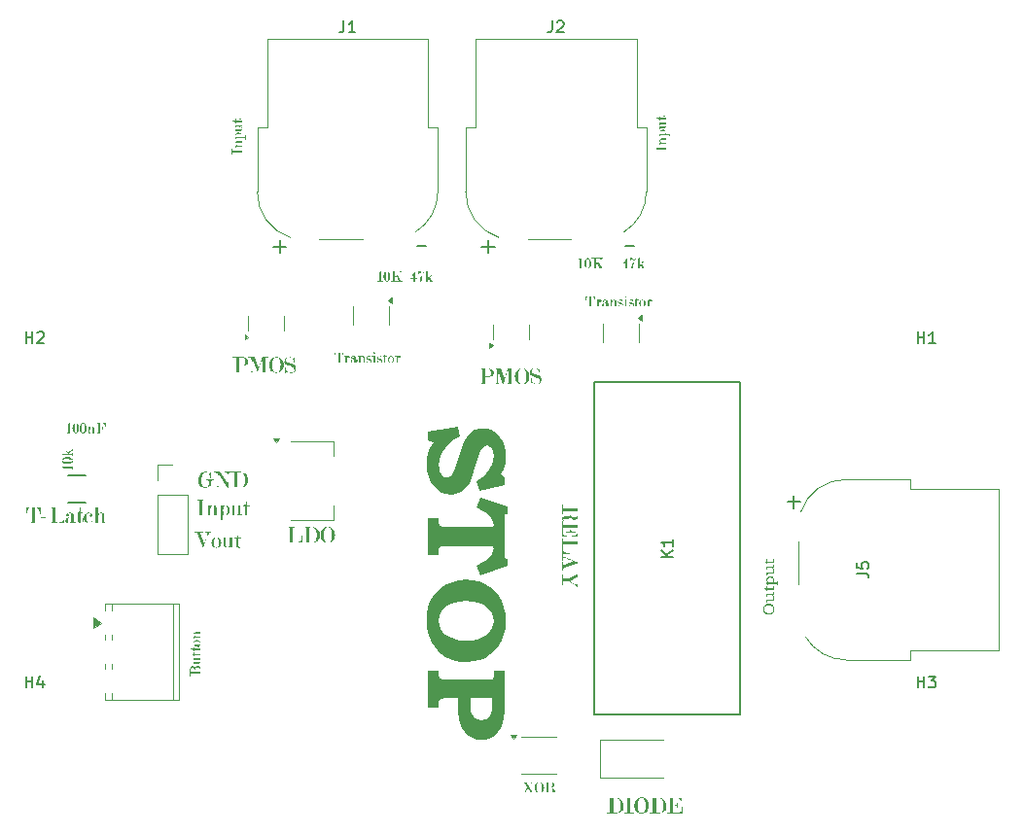
<source format=gbr>
%TF.GenerationSoftware,KiCad,Pcbnew,9.0.4*%
%TF.CreationDate,2025-10-16T20:01:58-07:00*%
%TF.ProjectId,E-Stop,452d5374-6f70-42e6-9b69-6361645f7063,rev?*%
%TF.SameCoordinates,Original*%
%TF.FileFunction,Legend,Top*%
%TF.FilePolarity,Positive*%
%FSLAX46Y46*%
G04 Gerber Fmt 4.6, Leading zero omitted, Abs format (unit mm)*
G04 Created by KiCad (PCBNEW 9.0.4) date 2025-10-16 20:01:58*
%MOMM*%
%LPD*%
G01*
G04 APERTURE LIST*
%ADD10C,0.187500*%
%ADD11C,0.300000*%
%ADD12C,0.150000*%
%ADD13C,0.120000*%
%ADD14C,0.152400*%
%ADD15C,0.127000*%
G04 APERTURE END LIST*
D10*
G36*
X153091819Y-87219081D02*
G01*
X153197384Y-87241967D01*
X153286143Y-87277842D01*
X153360767Y-87325956D01*
X153421014Y-87385260D01*
X153462985Y-87451365D01*
X153488377Y-87525696D01*
X153497146Y-87610529D01*
X153486089Y-87685739D01*
X153452297Y-87757508D01*
X153392183Y-87828149D01*
X153323997Y-87879674D01*
X153244122Y-87917379D01*
X153150309Y-87941108D01*
X153039649Y-87949508D01*
X152720637Y-87949508D01*
X152720637Y-88428254D01*
X152723419Y-88484438D01*
X152729064Y-88507022D01*
X152758373Y-88525157D01*
X152857016Y-88541094D01*
X153058517Y-88547414D01*
X153058517Y-88565000D01*
X152151948Y-88565000D01*
X152151948Y-88547414D01*
X152329269Y-88541094D01*
X152424798Y-88525249D01*
X152454107Y-88507297D01*
X152459753Y-88484847D01*
X152462534Y-88429078D01*
X152462534Y-87342625D01*
X152462515Y-87342259D01*
X152720637Y-87342259D01*
X152720637Y-87931922D01*
X152932579Y-87931922D01*
X153020430Y-87925076D01*
X153087484Y-87906586D01*
X153138239Y-87878502D01*
X153176028Y-87841338D01*
X153206151Y-87785891D01*
X153226874Y-87705780D01*
X153234829Y-87592852D01*
X153224880Y-87475750D01*
X153198058Y-87387375D01*
X153157160Y-87321193D01*
X153115297Y-87282221D01*
X153063114Y-87253503D01*
X152998355Y-87235134D01*
X152917924Y-87228503D01*
X152817174Y-87228503D01*
X152752144Y-87234822D01*
X152734989Y-87244675D01*
X152725858Y-87261201D01*
X152720637Y-87342259D01*
X152462515Y-87342259D01*
X152459791Y-87290579D01*
X152454107Y-87268620D01*
X152428920Y-87251767D01*
X152345757Y-87236054D01*
X152151948Y-87228503D01*
X152151948Y-87210917D01*
X152966193Y-87210917D01*
X153091819Y-87219081D01*
G37*
G36*
X154055211Y-87210917D02*
G01*
X154409851Y-88189201D01*
X154703675Y-87210917D01*
X155285004Y-87210917D01*
X155285004Y-87228503D01*
X155110217Y-87236668D01*
X155033220Y-87253873D01*
X155008032Y-87270818D01*
X155000839Y-87294656D01*
X154997500Y-87346838D01*
X154997500Y-88429078D01*
X155000361Y-88486466D01*
X155005926Y-88507297D01*
X155013473Y-88514696D01*
X155036243Y-88525249D01*
X155127559Y-88541094D01*
X155285004Y-88547414D01*
X155285004Y-88565000D01*
X154477079Y-88565000D01*
X154477079Y-88547414D01*
X154616572Y-88541094D01*
X154704683Y-88525341D01*
X154732984Y-88507297D01*
X154738629Y-88484938D01*
X154741411Y-88429262D01*
X154739304Y-87281900D01*
X154736172Y-87251544D01*
X154730878Y-87246088D01*
X154723818Y-87251184D01*
X154712010Y-87277595D01*
X154328060Y-88565000D01*
X154281898Y-88565000D01*
X153828614Y-87271825D01*
X153811853Y-87240226D01*
X153808018Y-87245232D01*
X153805533Y-87276222D01*
X153805533Y-88162457D01*
X153814818Y-88320327D01*
X153837417Y-88417159D01*
X153867449Y-88472309D01*
X153900766Y-88502225D01*
X153947946Y-88525600D01*
X154013071Y-88541435D01*
X154101372Y-88547414D01*
X154101372Y-88565000D01*
X153507496Y-88565000D01*
X153507496Y-88547414D01*
X153602253Y-88537517D01*
X153669013Y-88511316D01*
X153715225Y-88471302D01*
X153746093Y-88416621D01*
X153767706Y-88334046D01*
X153776133Y-88213473D01*
X153776133Y-87560337D01*
X153768094Y-87436286D01*
X153747793Y-87353842D01*
X153719438Y-87301409D01*
X153675808Y-87263767D01*
X153608359Y-87238354D01*
X153507496Y-87228503D01*
X153507496Y-87208811D01*
X154055211Y-87210917D01*
G37*
G36*
X156068374Y-87204203D02*
G01*
X156177131Y-87236317D01*
X156279647Y-87290108D01*
X156377411Y-87367538D01*
X156451511Y-87450464D01*
X156508905Y-87542266D01*
X156550480Y-87644192D01*
X156576206Y-87757998D01*
X156585139Y-87885852D01*
X156576414Y-88007892D01*
X156551079Y-88118477D01*
X156509765Y-88219434D01*
X156452237Y-88312240D01*
X156377411Y-88397937D01*
X156276931Y-88480794D01*
X156173502Y-88537695D01*
X156065652Y-88571302D01*
X155951329Y-88582585D01*
X155834440Y-88571605D01*
X155725763Y-88539149D01*
X155623228Y-88484726D01*
X155525339Y-88406272D01*
X155451180Y-88322516D01*
X155393767Y-88230059D01*
X155352211Y-88127676D01*
X155326522Y-88013647D01*
X155317687Y-87886951D01*
X155596780Y-87886951D01*
X155603583Y-88056276D01*
X155622182Y-88193221D01*
X155650223Y-88302851D01*
X155685898Y-88389694D01*
X155727188Y-88455567D01*
X155773670Y-88503957D01*
X155825650Y-88537611D01*
X155884278Y-88557965D01*
X155951420Y-88565000D01*
X156032853Y-88554181D01*
X156102540Y-88522701D01*
X156163482Y-88469373D01*
X156216851Y-88389694D01*
X156253450Y-88302723D01*
X156282173Y-88193049D01*
X156301208Y-88056148D01*
X156308168Y-87886951D01*
X156301287Y-87715002D01*
X156282561Y-87577304D01*
X156254481Y-87468320D01*
X156218958Y-87383108D01*
X156166753Y-87305406D01*
X156105961Y-87252973D01*
X156035254Y-87221736D01*
X155951420Y-87210917D01*
X155868699Y-87221682D01*
X155798651Y-87252829D01*
X155738142Y-87305247D01*
X155685898Y-87383108D01*
X155650413Y-87468314D01*
X155622362Y-87577297D01*
X155603654Y-87714997D01*
X155596780Y-87886951D01*
X155317687Y-87886951D01*
X155317610Y-87885852D01*
X155326357Y-87763758D01*
X155351727Y-87653393D01*
X155393059Y-87552886D01*
X155450570Y-87460733D01*
X155525339Y-87375873D01*
X155625694Y-87294041D01*
X155729076Y-87237772D01*
X155836947Y-87204505D01*
X155951329Y-87193332D01*
X156068374Y-87204203D01*
G37*
G36*
X157368060Y-87312858D02*
G01*
X157506545Y-87193332D01*
X157506545Y-87650554D01*
X157487677Y-87644692D01*
X157466613Y-87554769D01*
X157434085Y-87474075D01*
X157390190Y-87401350D01*
X157334446Y-87335664D01*
X157268418Y-87279645D01*
X157200280Y-87241224D01*
X157129032Y-87218538D01*
X157053261Y-87210917D01*
X156981998Y-87216823D01*
X156919572Y-87233785D01*
X156864400Y-87261292D01*
X156820722Y-87295815D01*
X156790509Y-87336187D01*
X156772166Y-87383482D01*
X156765757Y-87439712D01*
X156772319Y-87493279D01*
X156791615Y-87541006D01*
X156824345Y-87584462D01*
X156872827Y-87624451D01*
X156935997Y-87659311D01*
X157029578Y-87695271D01*
X157162346Y-87731521D01*
X157336615Y-87779720D01*
X157442298Y-87819298D01*
X157500225Y-87851230D01*
X157554775Y-87903216D01*
X157595008Y-87970348D01*
X157620927Y-88056134D01*
X157630376Y-88165571D01*
X157621214Y-88267522D01*
X157595314Y-88352981D01*
X157553807Y-88425144D01*
X157496104Y-88486231D01*
X157436893Y-88528100D01*
X157372108Y-88557989D01*
X157300663Y-88576278D01*
X157221147Y-88582585D01*
X157101652Y-88572198D01*
X156999680Y-88542651D01*
X156938419Y-88510741D01*
X156882306Y-88467014D01*
X156830786Y-88410211D01*
X156698620Y-88582585D01*
X156698620Y-88002264D01*
X156717488Y-88000249D01*
X156762511Y-88171660D01*
X156807705Y-88291051D01*
X156854595Y-88377787D01*
X156906349Y-88444832D01*
X156965541Y-88495599D01*
X157037264Y-88532872D01*
X157124114Y-88556533D01*
X157229574Y-88565000D01*
X157293058Y-88557849D01*
X157352740Y-88536466D01*
X157410008Y-88499878D01*
X157463267Y-88444187D01*
X157494027Y-88382098D01*
X157504439Y-88311017D01*
X157496443Y-88245431D01*
X157473165Y-88188408D01*
X157434033Y-88137834D01*
X157376394Y-88092664D01*
X157270515Y-88042477D01*
X157068923Y-87978267D01*
X156922377Y-87932658D01*
X156824738Y-87891721D01*
X156763650Y-87855443D01*
X156709189Y-87803536D01*
X156670364Y-87741826D01*
X156646244Y-87668356D01*
X156637712Y-87580121D01*
X156645029Y-87501420D01*
X156666377Y-87430466D01*
X156701709Y-87365640D01*
X156752110Y-87305806D01*
X156812817Y-87256044D01*
X156877584Y-87221310D01*
X156947448Y-87200442D01*
X157023860Y-87193332D01*
X157112982Y-87198331D01*
X157185508Y-87212097D01*
X157244228Y-87233174D01*
X157368060Y-87312858D01*
G37*
D11*
G36*
X159484355Y-99293295D02*
G01*
X159495208Y-99358295D01*
X159505289Y-99375683D01*
X159518197Y-99386230D01*
X159538923Y-99391520D01*
X159593852Y-99394199D01*
X160680305Y-99394199D01*
X160733257Y-99391480D01*
X160752937Y-99386139D01*
X160768415Y-99360402D01*
X160783926Y-99281846D01*
X160791496Y-99091948D01*
X160814944Y-99091948D01*
X160814944Y-99953179D01*
X160806468Y-100066537D01*
X160782495Y-100162992D01*
X160744377Y-100245420D01*
X160692303Y-100316063D01*
X160622141Y-100379222D01*
X160555709Y-100413357D01*
X160490528Y-100424140D01*
X160412111Y-100414385D01*
X160345848Y-100386269D01*
X160288845Y-100339327D01*
X160249003Y-100286655D01*
X160215411Y-100218024D01*
X160188926Y-100129962D01*
X160171150Y-100018300D01*
X160147049Y-100104579D01*
X160110594Y-100175274D01*
X160062084Y-100233002D01*
X160000533Y-100279362D01*
X159923763Y-100314781D01*
X159853656Y-100332906D01*
X159753149Y-100345741D01*
X159613818Y-100350684D01*
X159558047Y-100353769D01*
X159527173Y-100360942D01*
X159508838Y-100376617D01*
X159501894Y-100408570D01*
X159508270Y-100431657D01*
X159528812Y-100450931D01*
X159570679Y-100466822D01*
X159646698Y-100478551D01*
X159765676Y-100483308D01*
X159765676Y-100508038D01*
X159693228Y-100508038D01*
X159577924Y-100500856D01*
X159519113Y-100484682D01*
X159474800Y-100451927D01*
X159447514Y-100403334D01*
X159437414Y-100333007D01*
X159445264Y-100261949D01*
X159466695Y-100208503D01*
X159500490Y-100168393D01*
X159548148Y-100139384D01*
X159610211Y-100121084D01*
X159716368Y-100107086D01*
X159884653Y-100101373D01*
X159928709Y-100101373D01*
X159972764Y-100103480D01*
X160043845Y-100096464D01*
X160090649Y-100078469D01*
X160120317Y-100051914D01*
X160140282Y-100015565D01*
X160153500Y-99967042D01*
X160158419Y-99902896D01*
X160158419Y-99850414D01*
X160187728Y-99850414D01*
X160195236Y-99950755D01*
X160215018Y-100023462D01*
X160244240Y-100075178D01*
X160280757Y-100111227D01*
X160328639Y-100138184D01*
X160390648Y-100155743D01*
X160470561Y-100162190D01*
X160586499Y-100152482D01*
X160666145Y-100127368D01*
X160719323Y-100090657D01*
X160756724Y-100037990D01*
X160781887Y-99961408D01*
X160791496Y-99852429D01*
X160791496Y-99751770D01*
X160785451Y-99688114D01*
X160776041Y-99671790D01*
X160760264Y-99663110D01*
X160680122Y-99658164D01*
X160187728Y-99658164D01*
X160187728Y-99850414D01*
X160158419Y-99850414D01*
X160158419Y-99658164D01*
X159595775Y-99658164D01*
X159538830Y-99660497D01*
X159517007Y-99665125D01*
X159503298Y-99675453D01*
X159491819Y-99695350D01*
X159485218Y-99725042D01*
X159480553Y-99792895D01*
X159478447Y-99951897D01*
X159455000Y-99951897D01*
X159455000Y-99091948D01*
X159478447Y-99091948D01*
X159484355Y-99293295D01*
G37*
G36*
X160158419Y-101090099D02*
G01*
X159597515Y-101090099D01*
X159525158Y-101095961D01*
X159513319Y-101106514D01*
X159499879Y-101134704D01*
X159491040Y-101169084D01*
X159486415Y-101211274D01*
X159484309Y-101368353D01*
X159494222Y-101486257D01*
X159521926Y-101583008D01*
X159565668Y-101662677D01*
X159625542Y-101728214D01*
X159697996Y-101778587D01*
X159794409Y-101822093D01*
X159920316Y-101857309D01*
X160082215Y-101881904D01*
X160082215Y-101912678D01*
X159455000Y-101912678D01*
X159455000Y-100542751D01*
X159478447Y-100542751D01*
X159485878Y-100715928D01*
X159501528Y-100792245D01*
X159511266Y-100809610D01*
X159522411Y-100819081D01*
X159540973Y-100823652D01*
X159593852Y-100826042D01*
X160676092Y-100826042D01*
X160730900Y-100823302D01*
X160750738Y-100817982D01*
X160766400Y-100791878D01*
X160783070Y-100698456D01*
X160791496Y-100542751D01*
X160814944Y-100542751D01*
X160814944Y-101843435D01*
X160281517Y-101843435D01*
X160281517Y-101812386D01*
X160389975Y-101803345D01*
X160494138Y-101776355D01*
X160595400Y-101730870D01*
X160669187Y-101681401D01*
X160723408Y-101626869D01*
X160761042Y-101566890D01*
X160783706Y-101500255D01*
X160791496Y-101425047D01*
X160790397Y-101264672D01*
X160784604Y-101186763D01*
X160770339Y-101121789D01*
X160749181Y-101096968D01*
X160730334Y-101092476D01*
X160675176Y-101090099D01*
X160181866Y-101090099D01*
X160188877Y-101236148D01*
X160205135Y-101316791D01*
X160225189Y-101355988D01*
X160260729Y-101385564D01*
X160324178Y-101414965D01*
X160427745Y-101442775D01*
X160586332Y-101466447D01*
X160586332Y-101495115D01*
X159759815Y-101495115D01*
X159759815Y-101466447D01*
X159914313Y-101443018D01*
X160015631Y-101415721D01*
X160078038Y-101386963D01*
X160113265Y-101358094D01*
X160134309Y-101317503D01*
X160151188Y-101235858D01*
X160158419Y-101090099D01*
G37*
G36*
X159484309Y-102827032D02*
G01*
X159495046Y-102951835D01*
X159525203Y-103055256D01*
X159573114Y-103141393D01*
X159639098Y-103213180D01*
X159719072Y-103267611D01*
X159820975Y-103309317D01*
X159949780Y-103336702D01*
X160111524Y-103346720D01*
X160111524Y-103377769D01*
X159455000Y-103377769D01*
X159455000Y-101999415D01*
X159478447Y-101999415D01*
X159484675Y-102159241D01*
X159500245Y-102247535D01*
X159511226Y-102267922D01*
X159522411Y-102277852D01*
X159540973Y-102282423D01*
X159593852Y-102284813D01*
X160676092Y-102284813D01*
X160730900Y-102282073D01*
X160750738Y-102276753D01*
X160766400Y-102249642D01*
X160783070Y-102156127D01*
X160791496Y-101999415D01*
X160814944Y-101999415D01*
X160814944Y-102867790D01*
X160791496Y-102867790D01*
X160785177Y-102681585D01*
X160777027Y-102620763D01*
X160768599Y-102589170D01*
X160750830Y-102558945D01*
X160727658Y-102552017D01*
X160676183Y-102548778D01*
X159597515Y-102548778D01*
X159542457Y-102551482D01*
X159520670Y-102556930D01*
X159505191Y-102580469D01*
X159490733Y-102664347D01*
X159484309Y-102827032D01*
G37*
G36*
X159485659Y-103493336D02*
G01*
X159506193Y-103553101D01*
X159539569Y-103604006D01*
X159586891Y-103647505D01*
X159665266Y-103690728D01*
X159839316Y-103760437D01*
X160832529Y-104115718D01*
X160832529Y-104163895D01*
X159594676Y-104615806D01*
X159520409Y-104650867D01*
X159493834Y-104677538D01*
X159483875Y-104723718D01*
X159478447Y-104867864D01*
X159455000Y-104867864D01*
X159455000Y-104089706D01*
X159478447Y-104089706D01*
X159482051Y-104237046D01*
X159489896Y-104307235D01*
X159501738Y-104342379D01*
X159516731Y-104359406D01*
X159535050Y-104364663D01*
X159555841Y-104360541D01*
X159929808Y-104227001D01*
X159929808Y-104214362D01*
X159959117Y-104214362D01*
X160480819Y-104025501D01*
X159959117Y-103836640D01*
X159959117Y-104214362D01*
X159929808Y-104214362D01*
X159929808Y-103824092D01*
X159743695Y-103759612D01*
X159675424Y-103740239D01*
X159622978Y-103734608D01*
X159574622Y-103741515D01*
X159538670Y-103760682D01*
X159511969Y-103792310D01*
X159494627Y-103832336D01*
X159482871Y-103886661D01*
X159478447Y-103959189D01*
X159455000Y-103959189D01*
X159455000Y-103422374D01*
X159478447Y-103422374D01*
X159485659Y-103493336D01*
G37*
G36*
X160028451Y-105525671D02*
G01*
X160674626Y-105148316D01*
X160741062Y-105100474D01*
X160771713Y-105057274D01*
X160785027Y-104995599D01*
X160791496Y-104847806D01*
X160814944Y-104847806D01*
X160814944Y-105680552D01*
X160791496Y-105680552D01*
X160786490Y-105557097D01*
X160774918Y-105489310D01*
X160759665Y-105454279D01*
X160741033Y-105436472D01*
X160718315Y-105430783D01*
X160695405Y-105434842D01*
X160664826Y-105449284D01*
X160102640Y-105782493D01*
X160487231Y-106008722D01*
X160568048Y-106044250D01*
X160631670Y-106054518D01*
X160687446Y-106045905D01*
X160729491Y-106021676D01*
X160761305Y-105980710D01*
X160783049Y-105917582D01*
X160791496Y-105823617D01*
X160814944Y-105823617D01*
X160814944Y-106391939D01*
X160791496Y-106391939D01*
X160784673Y-106325278D01*
X160764883Y-106266581D01*
X160732145Y-106214124D01*
X160685159Y-106166809D01*
X160453251Y-106026308D01*
X160055013Y-105791743D01*
X159594126Y-105791743D01*
X159538896Y-105794445D01*
X159517007Y-105799895D01*
X159500337Y-105827922D01*
X159484767Y-105923451D01*
X159478447Y-106116983D01*
X159455000Y-106116983D01*
X159455000Y-105200340D01*
X159478447Y-105200340D01*
X159484675Y-105393872D01*
X159500245Y-105489493D01*
X159516915Y-105517520D01*
X159538783Y-105522970D01*
X159593852Y-105525671D01*
X160028451Y-105525671D01*
G37*
G36*
X114010151Y-99315055D02*
G01*
X114010151Y-99918824D01*
X113975255Y-99918824D01*
X113942645Y-99737463D01*
X113905051Y-99604410D01*
X113864509Y-99509784D01*
X113822390Y-99445023D01*
X113776114Y-99399481D01*
X113720221Y-99366564D01*
X113652733Y-99345876D01*
X113570789Y-99338503D01*
X113526550Y-99341983D01*
X113521855Y-99352846D01*
X113519132Y-99394740D01*
X113519132Y-100536147D01*
X113521832Y-100591216D01*
X113527283Y-100613084D01*
X113555310Y-100629754D01*
X113650840Y-100645324D01*
X113846478Y-100651552D01*
X113846478Y-100675000D01*
X112927728Y-100675000D01*
X112927728Y-100651552D01*
X113121260Y-100645324D01*
X113216881Y-100629754D01*
X113238139Y-100618641D01*
X113248205Y-100607497D01*
X113252774Y-100589016D01*
X113255166Y-100536147D01*
X113255166Y-99396846D01*
X113251270Y-99350791D01*
X113244633Y-99340426D01*
X113201402Y-99338503D01*
X113121533Y-99345675D01*
X113055328Y-99365854D01*
X113000108Y-99398042D01*
X112954015Y-99442642D01*
X112911475Y-99508182D01*
X112870177Y-99602849D01*
X112831336Y-99734694D01*
X112796753Y-99912962D01*
X112761948Y-99912962D01*
X112761948Y-99315055D01*
X114010151Y-99315055D01*
G37*
G36*
X114472503Y-100165020D02*
G01*
X114472503Y-100288119D01*
X114042758Y-100288119D01*
X114042758Y-100165020D01*
X114472503Y-100165020D01*
G37*
G36*
X115560605Y-100645690D02*
G01*
X115685408Y-100634953D01*
X115788828Y-100604796D01*
X115874966Y-100556885D01*
X115946753Y-100490901D01*
X116001184Y-100410927D01*
X116042890Y-100309024D01*
X116070275Y-100180219D01*
X116080293Y-100018475D01*
X116111342Y-100018475D01*
X116111342Y-100675000D01*
X114732988Y-100675000D01*
X114732988Y-100651552D01*
X114892814Y-100645324D01*
X114981108Y-100629754D01*
X115001495Y-100618773D01*
X115011425Y-100607588D01*
X115015996Y-100589026D01*
X115018386Y-100536147D01*
X115018386Y-99453907D01*
X115015646Y-99399099D01*
X115010326Y-99379261D01*
X114983215Y-99363599D01*
X114889700Y-99346929D01*
X114732988Y-99338503D01*
X114732988Y-99315055D01*
X115601363Y-99315055D01*
X115601363Y-99338503D01*
X115415158Y-99344822D01*
X115354336Y-99352972D01*
X115322743Y-99361400D01*
X115292518Y-99379169D01*
X115285590Y-99402341D01*
X115282351Y-99453816D01*
X115282351Y-100532484D01*
X115285055Y-100587542D01*
X115290503Y-100609329D01*
X115314042Y-100624808D01*
X115397920Y-100639266D01*
X115560605Y-100645690D01*
G37*
G36*
X116692064Y-99780028D02*
G01*
X116769040Y-99800740D01*
X116825935Y-99831812D01*
X116867080Y-99871797D01*
X116890571Y-99916218D01*
X116898476Y-99967001D01*
X116898476Y-100432741D01*
X116904704Y-100588080D01*
X116920223Y-100628365D01*
X116943844Y-100649998D01*
X116977336Y-100657414D01*
X117008348Y-100651262D01*
X117031388Y-100633425D01*
X117048227Y-100601269D01*
X117061344Y-100538577D01*
X117066728Y-100437229D01*
X117065629Y-100377786D01*
X117064622Y-100316054D01*
X117064622Y-100293981D01*
X117093565Y-100293981D01*
X117093565Y-100389327D01*
X117095671Y-100473224D01*
X117091231Y-100555951D01*
X117080316Y-100608120D01*
X117065721Y-100638913D01*
X117035302Y-100666399D01*
X116986160Y-100685195D01*
X116910199Y-100692585D01*
X116826071Y-100683675D01*
X116774278Y-100661352D01*
X116743756Y-100632716D01*
X116720796Y-100594341D01*
X116705585Y-100543841D01*
X116672451Y-100600036D01*
X116629491Y-100642116D01*
X116575525Y-100671885D01*
X116517790Y-100686780D01*
X116433834Y-100692585D01*
X116375811Y-100687623D01*
X116324635Y-100673315D01*
X116279045Y-100649995D01*
X116238971Y-100617449D01*
X116210865Y-100578405D01*
X116193564Y-100531628D01*
X116187454Y-100474965D01*
X116189243Y-100461867D01*
X116394816Y-100461867D01*
X116402212Y-100573949D01*
X116418355Y-100626731D01*
X116437131Y-100650343D01*
X116461294Y-100664242D01*
X116492636Y-100669138D01*
X116542214Y-100662097D01*
X116588923Y-100640741D01*
X116634235Y-100603101D01*
X116669346Y-100555930D01*
X116690259Y-100503084D01*
X116697433Y-100442725D01*
X116697433Y-100169142D01*
X116671244Y-100191005D01*
X116626908Y-100204496D01*
X116530921Y-100218326D01*
X116477657Y-100242190D01*
X116436307Y-100285096D01*
X116414548Y-100329064D01*
X116400150Y-100386776D01*
X116394816Y-100461867D01*
X116189243Y-100461867D01*
X116197370Y-100402358D01*
X116226556Y-100338639D01*
X116276572Y-100281341D01*
X116339381Y-100238023D01*
X116410445Y-100209074D01*
X116491628Y-100194421D01*
X116607025Y-100178785D01*
X116660705Y-100161265D01*
X116683115Y-100142087D01*
X116697958Y-100110337D01*
X116703753Y-100060423D01*
X116703753Y-99937233D01*
X116695695Y-99861438D01*
X116677283Y-99824576D01*
X116657041Y-99810437D01*
X116621119Y-99800005D01*
X116561878Y-99795725D01*
X116492379Y-99803081D01*
X116435300Y-99823844D01*
X116390054Y-99856902D01*
X116367064Y-99894186D01*
X116383459Y-99893270D01*
X116420819Y-99901360D01*
X116450595Y-99925693D01*
X116470134Y-99960214D01*
X116476607Y-99998783D01*
X116468379Y-100042178D01*
X116444275Y-100076269D01*
X116409112Y-100098911D01*
X116368713Y-100106402D01*
X116341993Y-100102569D01*
X116318796Y-100091290D01*
X116283164Y-100060461D01*
X116263291Y-100026678D01*
X116256697Y-99988433D01*
X116259632Y-99957993D01*
X116269428Y-99920655D01*
X116297104Y-99872803D01*
X116344659Y-99832519D01*
X116418172Y-99799664D01*
X116503407Y-99779083D01*
X116589173Y-99772278D01*
X116692064Y-99780028D01*
G37*
G36*
X117733603Y-100223639D02*
G01*
X117733603Y-100322557D01*
X117735710Y-100414240D01*
X117730720Y-100513216D01*
X117718335Y-100577166D01*
X117701638Y-100616106D01*
X117663825Y-100656414D01*
X117606184Y-100682605D01*
X117520837Y-100692585D01*
X117438276Y-100684632D01*
X117377813Y-100663340D01*
X117333991Y-100630761D01*
X117302118Y-100586038D01*
X117281836Y-100528458D01*
X117274457Y-100454265D01*
X117274457Y-99860205D01*
X117106571Y-99860205D01*
X117106571Y-99837399D01*
X117187298Y-99808652D01*
X117255910Y-99766309D01*
X117314201Y-99709810D01*
X117363025Y-99637364D01*
X117400795Y-99550804D01*
X117423929Y-99455669D01*
X117431902Y-99350226D01*
X117475499Y-99350226D01*
X117475499Y-99795725D01*
X117718948Y-99795725D01*
X117718948Y-99860205D01*
X117475499Y-99860205D01*
X117475499Y-100432100D01*
X117478229Y-100535987D01*
X117483834Y-100579287D01*
X117504166Y-100624164D01*
X117533873Y-100648855D01*
X117575425Y-100657414D01*
X117624671Y-100647477D01*
X117660527Y-100618761D01*
X117685884Y-100566830D01*
X117698737Y-100489987D01*
X117704660Y-100327686D01*
X117704660Y-100223639D01*
X117733603Y-100223639D01*
G37*
G36*
X118398279Y-99930547D02*
G01*
X118388132Y-99890035D01*
X118369155Y-99857301D01*
X118340943Y-99830805D01*
X118286826Y-99804966D01*
X118216837Y-99795725D01*
X118162167Y-99802587D01*
X118118560Y-99821933D01*
X118083384Y-99853696D01*
X118055546Y-99900139D01*
X118032706Y-99971992D01*
X118016325Y-100078912D01*
X118009933Y-100231882D01*
X118017732Y-100372125D01*
X118038258Y-100475389D01*
X118068094Y-100549795D01*
X118101886Y-100599561D01*
X118138468Y-100632228D01*
X118178388Y-100651071D01*
X118223157Y-100657414D01*
X118297614Y-100648627D01*
X118362616Y-100623055D01*
X118420444Y-100580203D01*
X118463072Y-100528168D01*
X118494746Y-100464002D01*
X118515062Y-100385112D01*
X118522385Y-100288119D01*
X118547206Y-100288119D01*
X118540378Y-100382389D01*
X118521184Y-100461616D01*
X118490897Y-100528374D01*
X118449845Y-100584691D01*
X118397741Y-100631144D01*
X118337179Y-100664526D01*
X118266489Y-100685280D01*
X118183315Y-100692585D01*
X118117144Y-100686013D01*
X118053125Y-100666228D01*
X117990132Y-100632381D01*
X117927318Y-100582676D01*
X117865359Y-100512717D01*
X117821654Y-100435006D01*
X117795021Y-100347939D01*
X117785810Y-100249193D01*
X117795259Y-100142870D01*
X117822484Y-100049524D01*
X117866906Y-99966695D01*
X117929425Y-99892629D01*
X117996083Y-99837411D01*
X118060966Y-99800462D01*
X118125038Y-99779233D01*
X118189543Y-99772278D01*
X118277989Y-99780346D01*
X118358529Y-99803968D01*
X118430182Y-99844411D01*
X118477552Y-99894403D01*
X118505075Y-99955185D01*
X118515699Y-100021039D01*
X118508579Y-100063331D01*
X118487789Y-100097765D01*
X118451402Y-100126369D01*
X118425932Y-100137643D01*
X118395257Y-100141573D01*
X118358571Y-100134482D01*
X118324915Y-100112539D01*
X118301793Y-100079081D01*
X118293682Y-100033954D01*
X118301158Y-99992373D01*
X118322900Y-99959673D01*
X118355806Y-99938042D01*
X118398279Y-99930547D01*
G37*
G36*
X119017069Y-100150824D02*
G01*
X119017069Y-100572234D01*
X119023022Y-100625632D01*
X119041707Y-100637172D01*
X119097486Y-100647431D01*
X119172407Y-100651552D01*
X119172407Y-100675000D01*
X118606191Y-100675000D01*
X118606191Y-100651552D01*
X118718940Y-100647339D01*
X118766051Y-100640770D01*
X118802837Y-100630761D01*
X118810229Y-100615885D01*
X118814011Y-100571960D01*
X118814011Y-99465265D01*
X118813004Y-99419378D01*
X118804028Y-99390893D01*
X118778291Y-99366621D01*
X118729320Y-99359567D01*
X118608298Y-99356088D01*
X118608298Y-99332916D01*
X119017069Y-99297195D01*
X119014138Y-100045494D01*
X119033313Y-99963116D01*
X119072481Y-99882645D01*
X119119055Y-99824736D01*
X119167577Y-99790948D01*
X119219576Y-99776491D01*
X119256304Y-99774385D01*
X119284881Y-99772278D01*
X119380331Y-99782364D01*
X119452652Y-99809902D01*
X119507356Y-99853153D01*
X119540233Y-99900150D01*
X119560043Y-99953479D01*
X119566890Y-100014994D01*
X119566890Y-100572418D01*
X119572843Y-100625632D01*
X119592535Y-100637172D01*
X119652527Y-100647431D01*
X119743203Y-100651552D01*
X119743203Y-100675000D01*
X119195946Y-100675000D01*
X119195946Y-100651552D01*
X119276088Y-100647431D01*
X119352750Y-100630853D01*
X119360076Y-100616076D01*
X119363832Y-100572234D01*
X119363832Y-100003087D01*
X119358370Y-99919120D01*
X119345239Y-99869273D01*
X119320495Y-99831735D01*
X119285455Y-99809559D01*
X119236612Y-99801587D01*
X119197598Y-99807824D01*
X119160590Y-99826984D01*
X119124240Y-99861530D01*
X119088052Y-99915984D01*
X119045312Y-100019284D01*
X119017069Y-100150824D01*
G37*
G36*
X128151171Y-102852585D02*
G01*
X127703474Y-101614365D01*
X127669385Y-101542573D01*
X127639635Y-101514897D01*
X127589216Y-101504189D01*
X127440974Y-101498503D01*
X127440974Y-101475055D01*
X128212812Y-101475055D01*
X128212812Y-101498503D01*
X128077247Y-101502724D01*
X128013235Y-101511875D01*
X127982469Y-101524906D01*
X127966359Y-101542371D01*
X127961028Y-101565181D01*
X127971286Y-101612717D01*
X128295885Y-102495013D01*
X128517810Y-101838489D01*
X128545707Y-101732000D01*
X128553256Y-101662176D01*
X128544810Y-101603866D01*
X128521355Y-101560576D01*
X128482454Y-101528440D01*
X128423593Y-101506825D01*
X128337101Y-101498503D01*
X128337101Y-101475055D01*
X128884357Y-101475055D01*
X128884357Y-101498503D01*
X128798279Y-101509070D01*
X128727939Y-101539103D01*
X128669655Y-101588615D01*
X128621766Y-101660894D01*
X128546295Y-101856074D01*
X128211987Y-102852585D01*
X128151171Y-102852585D01*
G37*
G36*
X129405527Y-101939423D02*
G01*
X129478950Y-101960507D01*
X129548073Y-101995745D01*
X129613880Y-102046309D01*
X129676334Y-102116360D01*
X129720719Y-102195681D01*
X129747992Y-102286119D01*
X129757495Y-102390325D01*
X129748311Y-102490109D01*
X129721701Y-102578626D01*
X129677979Y-102658111D01*
X129615987Y-102730128D01*
X129547616Y-102785005D01*
X129477285Y-102822763D01*
X129404016Y-102845089D01*
X129326468Y-102852585D01*
X129246234Y-102845370D01*
X129172470Y-102824168D01*
X129103756Y-102788893D01*
X129039055Y-102738463D01*
X128976641Y-102667461D01*
X128932241Y-102587138D01*
X128904949Y-102495640D01*
X128895440Y-102390325D01*
X129119563Y-102390325D01*
X129125562Y-102545863D01*
X129140873Y-102653641D01*
X129162062Y-102725182D01*
X129188469Y-102770906D01*
X129223449Y-102802535D01*
X129268398Y-102822098D01*
X129326468Y-102829138D01*
X129378789Y-102822332D01*
X129421432Y-102802929D01*
X129456725Y-102770664D01*
X129485561Y-102722984D01*
X129509595Y-102649936D01*
X129526719Y-102542560D01*
X129533372Y-102390325D01*
X129527617Y-102232853D01*
X129513213Y-102128519D01*
X129493804Y-102063253D01*
X129465860Y-102015650D01*
X129429773Y-101982941D01*
X129384290Y-101962885D01*
X129326468Y-101955725D01*
X129273995Y-101962437D01*
X129231296Y-101981534D01*
X129196039Y-102013185D01*
X129167282Y-102059773D01*
X129143359Y-102131491D01*
X129126239Y-102238023D01*
X129119563Y-102390325D01*
X128895440Y-102390325D01*
X128904654Y-102290522D01*
X128931303Y-102202392D01*
X128975022Y-102123629D01*
X129036948Y-102052629D01*
X129105195Y-101998777D01*
X129175494Y-101961650D01*
X129248814Y-101939665D01*
X129326468Y-101932278D01*
X129405527Y-101939423D01*
G37*
G36*
X130493063Y-102065360D02*
G01*
X130489608Y-102021844D01*
X130482164Y-102002437D01*
X130468395Y-101990567D01*
X130445710Y-101983294D01*
X130272786Y-101979173D01*
X130272786Y-101955908D01*
X130696212Y-101932095D01*
X130696212Y-102648795D01*
X130697219Y-102703017D01*
X130706287Y-102741943D01*
X130718560Y-102762551D01*
X130752578Y-102771269D01*
X130878845Y-102776381D01*
X130878845Y-102799554D01*
X130493063Y-102835274D01*
X130495994Y-102568286D01*
X130476100Y-102651037D01*
X130435452Y-102727746D01*
X130386284Y-102783172D01*
X130332968Y-102817155D01*
X130273886Y-102832893D01*
X130248332Y-102835000D01*
X130223144Y-102835000D01*
X130143330Y-102825571D01*
X130079504Y-102799072D01*
X130027964Y-102755956D01*
X129994999Y-102708995D01*
X129975232Y-102656244D01*
X129968429Y-102595947D01*
X129968429Y-102045759D01*
X129965691Y-102012018D01*
X129959637Y-101996025D01*
X129948778Y-101986067D01*
X129932617Y-101981188D01*
X129834981Y-101979173D01*
X129783782Y-101979173D01*
X129783782Y-101955908D01*
X130171578Y-101932095D01*
X130171578Y-102630568D01*
X130179523Y-102728065D01*
X130197132Y-102774549D01*
X130228091Y-102802096D01*
X130271504Y-102811552D01*
X130313848Y-102805179D01*
X130353360Y-102785821D01*
X130391425Y-102751451D01*
X130428583Y-102698071D01*
X130464386Y-102620302D01*
X130485820Y-102538553D01*
X130493063Y-102451599D01*
X130493063Y-102065360D01*
G37*
G36*
X131525020Y-102383639D02*
G01*
X131525020Y-102482557D01*
X131527126Y-102574240D01*
X131522136Y-102673216D01*
X131509752Y-102737166D01*
X131493054Y-102776106D01*
X131455242Y-102816414D01*
X131397600Y-102842605D01*
X131312254Y-102852585D01*
X131229693Y-102844632D01*
X131169230Y-102823340D01*
X131125408Y-102790761D01*
X131093534Y-102746038D01*
X131073253Y-102688458D01*
X131065874Y-102614265D01*
X131065874Y-102020205D01*
X130897987Y-102020205D01*
X130897987Y-101997399D01*
X130978714Y-101968652D01*
X131047327Y-101926309D01*
X131105617Y-101869810D01*
X131154442Y-101797364D01*
X131192212Y-101710804D01*
X131215346Y-101615669D01*
X131223319Y-101510226D01*
X131266916Y-101510226D01*
X131266916Y-101955725D01*
X131510365Y-101955725D01*
X131510365Y-102020205D01*
X131266916Y-102020205D01*
X131266916Y-102592100D01*
X131269645Y-102695987D01*
X131275251Y-102739287D01*
X131295583Y-102784164D01*
X131325290Y-102808855D01*
X131366842Y-102817414D01*
X131416088Y-102807477D01*
X131451943Y-102778761D01*
X131477301Y-102726830D01*
X131490154Y-102649987D01*
X131496077Y-102487686D01*
X131496077Y-102383639D01*
X131525020Y-102383639D01*
G37*
G36*
X164259192Y-124615817D02*
G01*
X164368138Y-124647830D01*
X164472599Y-124701826D01*
X164573982Y-124779994D01*
X164653997Y-124865062D01*
X164715249Y-124957511D01*
X164759119Y-125058412D01*
X164786000Y-125169355D01*
X164795266Y-125292355D01*
X164786796Y-125415116D01*
X164762434Y-125524156D01*
X164723127Y-125621571D01*
X164668963Y-125709066D01*
X164599169Y-125787862D01*
X164521546Y-125851615D01*
X164438030Y-125900711D01*
X164347741Y-125935977D01*
X164249475Y-125957576D01*
X164141763Y-125965000D01*
X163322481Y-125965000D01*
X163322481Y-125941552D01*
X163486612Y-125935324D01*
X163578020Y-125919754D01*
X163606139Y-125902992D01*
X163611445Y-125882834D01*
X163614199Y-125826147D01*
X163614199Y-124743907D01*
X163878164Y-124743907D01*
X163878164Y-125826147D01*
X163880432Y-125881626D01*
X163885125Y-125905099D01*
X163895257Y-125920548D01*
X163912328Y-125931386D01*
X163938521Y-125937010D01*
X164001446Y-125940545D01*
X164141763Y-125941552D01*
X164236596Y-125930800D01*
X164313949Y-125900417D01*
X164377756Y-125850941D01*
X164430092Y-125779894D01*
X164466049Y-125699612D01*
X164494582Y-125595412D01*
X164513706Y-125462014D01*
X164520767Y-125293454D01*
X164513890Y-125135200D01*
X164494936Y-125005117D01*
X164466046Y-124898965D01*
X164428810Y-124812967D01*
X164383873Y-124743849D01*
X164333488Y-124692921D01*
X164277279Y-124657421D01*
X164214020Y-124635929D01*
X164141763Y-124628503D01*
X163987890Y-124631708D01*
X163913335Y-124642974D01*
X163895073Y-124653332D01*
X163885125Y-124666147D01*
X163880527Y-124686998D01*
X163878164Y-124743907D01*
X163614199Y-124743907D01*
X163611514Y-124690712D01*
X163606047Y-124669169D01*
X163580402Y-124653690D01*
X163498214Y-124636472D01*
X163322481Y-124628503D01*
X163322481Y-124605055D01*
X164143870Y-124605055D01*
X164259192Y-124615817D01*
G37*
G36*
X165386852Y-124739694D02*
G01*
X165386852Y-125826147D01*
X165389553Y-125881216D01*
X165395004Y-125903084D01*
X165418634Y-125918471D01*
X165495131Y-125934102D01*
X165670235Y-125941552D01*
X165670235Y-125965000D01*
X164837489Y-125965000D01*
X164837489Y-125941552D01*
X164996308Y-125935324D01*
X165085609Y-125919754D01*
X165105996Y-125908773D01*
X165115926Y-125897588D01*
X165120497Y-125879026D01*
X165122887Y-125826147D01*
X165122887Y-124739694D01*
X165120168Y-124686742D01*
X165114827Y-124667062D01*
X165089090Y-124651584D01*
X165012523Y-124635950D01*
X164837489Y-124628503D01*
X164837489Y-124605055D01*
X165672250Y-124605055D01*
X165672250Y-124628503D01*
X165513340Y-124634822D01*
X165452486Y-124643018D01*
X165420649Y-124651584D01*
X165400133Y-124659827D01*
X165391473Y-124678846D01*
X165386852Y-124739694D01*
G37*
G36*
X166472778Y-124598394D02*
G01*
X166582057Y-124630663D01*
X166685049Y-124684708D01*
X166783250Y-124762500D01*
X166857681Y-124845776D01*
X166915329Y-124937959D01*
X166957085Y-125040300D01*
X166982923Y-125154562D01*
X166991894Y-125282921D01*
X166983132Y-125405424D01*
X166957690Y-125516445D01*
X166916197Y-125617820D01*
X166858414Y-125711027D01*
X166783250Y-125797113D01*
X166682333Y-125880332D01*
X166578428Y-125937487D01*
X166470055Y-125971249D01*
X166355153Y-125982585D01*
X166237685Y-125971552D01*
X166128485Y-125938941D01*
X166025475Y-125884264D01*
X165927148Y-125805448D01*
X165852658Y-125721342D01*
X165794992Y-125628504D01*
X165753254Y-125525706D01*
X165727453Y-125411221D01*
X165718581Y-125284020D01*
X166003535Y-125284020D01*
X166010306Y-125453029D01*
X166028807Y-125589538D01*
X166056676Y-125698651D01*
X166092103Y-125784931D01*
X166144205Y-125863970D01*
X166204314Y-125916958D01*
X166273630Y-125948324D01*
X166355245Y-125959138D01*
X166435826Y-125948404D01*
X166504872Y-125917150D01*
X166565341Y-125864161D01*
X166618386Y-125784931D01*
X166654697Y-125698529D01*
X166683220Y-125589374D01*
X166702139Y-125452906D01*
X166709061Y-125284020D01*
X166702219Y-125112381D01*
X166683610Y-124975119D01*
X166655730Y-124866654D01*
X166620492Y-124782009D01*
X166568613Y-124704758D01*
X166508292Y-124652664D01*
X166438225Y-124621651D01*
X166355245Y-124610917D01*
X166273377Y-124621598D01*
X166203986Y-124652522D01*
X166143979Y-124704600D01*
X166092103Y-124782009D01*
X166056866Y-124866654D01*
X166028986Y-124975119D01*
X166010377Y-125112381D01*
X166003535Y-125284020D01*
X165718581Y-125284020D01*
X165718504Y-125282921D01*
X165727288Y-125160322D01*
X165752770Y-125049501D01*
X165794284Y-124948579D01*
X165852048Y-124856046D01*
X165927148Y-124770835D01*
X166027941Y-124688641D01*
X166131799Y-124632117D01*
X166240192Y-124598696D01*
X166355153Y-124587470D01*
X166472778Y-124598394D01*
G37*
G36*
X167985849Y-124615817D02*
G01*
X168094796Y-124647830D01*
X168199256Y-124701826D01*
X168300639Y-124779994D01*
X168380655Y-124865062D01*
X168441906Y-124957511D01*
X168485776Y-125058412D01*
X168512657Y-125169355D01*
X168521923Y-125292355D01*
X168513453Y-125415116D01*
X168489091Y-125524156D01*
X168449784Y-125621571D01*
X168395620Y-125709066D01*
X168325826Y-125787862D01*
X168248203Y-125851615D01*
X168164688Y-125900711D01*
X168074399Y-125935977D01*
X167976133Y-125957576D01*
X167868421Y-125965000D01*
X167049139Y-125965000D01*
X167049139Y-125941552D01*
X167213270Y-125935324D01*
X167304678Y-125919754D01*
X167332796Y-125902992D01*
X167338102Y-125882834D01*
X167340856Y-125826147D01*
X167340856Y-124743907D01*
X167604822Y-124743907D01*
X167604822Y-125826147D01*
X167607090Y-125881626D01*
X167611782Y-125905099D01*
X167621914Y-125920548D01*
X167638985Y-125931386D01*
X167665178Y-125937010D01*
X167728103Y-125940545D01*
X167868421Y-125941552D01*
X167963253Y-125930800D01*
X168040607Y-125900417D01*
X168104414Y-125850941D01*
X168156749Y-125779894D01*
X168192706Y-125699612D01*
X168221239Y-125595412D01*
X168240364Y-125462014D01*
X168247424Y-125293454D01*
X168240548Y-125135200D01*
X168221593Y-125005117D01*
X168192704Y-124898965D01*
X168155467Y-124812967D01*
X168110530Y-124743849D01*
X168060146Y-124692921D01*
X168003937Y-124657421D01*
X167940677Y-124635929D01*
X167868421Y-124628503D01*
X167714548Y-124631708D01*
X167639993Y-124642974D01*
X167621730Y-124653332D01*
X167611782Y-124666147D01*
X167607184Y-124686998D01*
X167604822Y-124743907D01*
X167340856Y-124743907D01*
X167338171Y-124690712D01*
X167332704Y-124669169D01*
X167307059Y-124653690D01*
X167224871Y-124636472D01*
X167049139Y-124628503D01*
X167049139Y-124605055D01*
X167870527Y-124605055D01*
X167985849Y-124615817D01*
G37*
G36*
X169111495Y-125261580D02*
G01*
X169111495Y-125822484D01*
X169117356Y-125894841D01*
X169127909Y-125906680D01*
X169156099Y-125920120D01*
X169190480Y-125928959D01*
X169232670Y-125933584D01*
X169389748Y-125935690D01*
X169507653Y-125925777D01*
X169604404Y-125898073D01*
X169684073Y-125854331D01*
X169749610Y-125794457D01*
X169799982Y-125722003D01*
X169843489Y-125625590D01*
X169878705Y-125499683D01*
X169903299Y-125337784D01*
X169934074Y-125337784D01*
X169934074Y-125965000D01*
X168564146Y-125965000D01*
X168564146Y-125941552D01*
X168737324Y-125934121D01*
X168813640Y-125918471D01*
X168831006Y-125908733D01*
X168840477Y-125897588D01*
X168845048Y-125879026D01*
X168847438Y-125826147D01*
X168847438Y-124743907D01*
X168844698Y-124689099D01*
X168839378Y-124669261D01*
X168813274Y-124653599D01*
X168719851Y-124636929D01*
X168564146Y-124628503D01*
X168564146Y-124605055D01*
X169864831Y-124605055D01*
X169864831Y-125138482D01*
X169833782Y-125138482D01*
X169824741Y-125030024D01*
X169797751Y-124925861D01*
X169752266Y-124824599D01*
X169702797Y-124750812D01*
X169648264Y-124696591D01*
X169588286Y-124658957D01*
X169521651Y-124636293D01*
X169446443Y-124628503D01*
X169286067Y-124629602D01*
X169208159Y-124635395D01*
X169143185Y-124649660D01*
X169118364Y-124670818D01*
X169113872Y-124689665D01*
X169111495Y-124744823D01*
X169111495Y-125238133D01*
X169257544Y-125231122D01*
X169338186Y-125214864D01*
X169377383Y-125194810D01*
X169406960Y-125159270D01*
X169436360Y-125095821D01*
X169464171Y-124992254D01*
X169487842Y-124833667D01*
X169516510Y-124833667D01*
X169516510Y-125660184D01*
X169487842Y-125660184D01*
X169464414Y-125505686D01*
X169437117Y-125404368D01*
X169408359Y-125341961D01*
X169379490Y-125306734D01*
X169338898Y-125285690D01*
X169257254Y-125268811D01*
X169111495Y-125261580D01*
G37*
D10*
G36*
X131701819Y-86249081D02*
G01*
X131807384Y-86271967D01*
X131896143Y-86307842D01*
X131970767Y-86355956D01*
X132031014Y-86415260D01*
X132072985Y-86481365D01*
X132098377Y-86555696D01*
X132107146Y-86640529D01*
X132096089Y-86715739D01*
X132062297Y-86787508D01*
X132002183Y-86858149D01*
X131933997Y-86909674D01*
X131854122Y-86947379D01*
X131760309Y-86971108D01*
X131649649Y-86979508D01*
X131330637Y-86979508D01*
X131330637Y-87458254D01*
X131333419Y-87514438D01*
X131339064Y-87537022D01*
X131368373Y-87555157D01*
X131467016Y-87571094D01*
X131668517Y-87577414D01*
X131668517Y-87595000D01*
X130761948Y-87595000D01*
X130761948Y-87577414D01*
X130939269Y-87571094D01*
X131034798Y-87555249D01*
X131064107Y-87537297D01*
X131069753Y-87514847D01*
X131072534Y-87459078D01*
X131072534Y-86372625D01*
X131072515Y-86372259D01*
X131330637Y-86372259D01*
X131330637Y-86961922D01*
X131542579Y-86961922D01*
X131630430Y-86955076D01*
X131697484Y-86936586D01*
X131748239Y-86908502D01*
X131786028Y-86871338D01*
X131816151Y-86815891D01*
X131836874Y-86735780D01*
X131844829Y-86622852D01*
X131834880Y-86505750D01*
X131808058Y-86417375D01*
X131767160Y-86351193D01*
X131725297Y-86312221D01*
X131673114Y-86283503D01*
X131608355Y-86265134D01*
X131527924Y-86258503D01*
X131427174Y-86258503D01*
X131362144Y-86264822D01*
X131344989Y-86274675D01*
X131335858Y-86291201D01*
X131330637Y-86372259D01*
X131072515Y-86372259D01*
X131069791Y-86320579D01*
X131064107Y-86298620D01*
X131038920Y-86281767D01*
X130955757Y-86266054D01*
X130761948Y-86258503D01*
X130761948Y-86240917D01*
X131576193Y-86240917D01*
X131701819Y-86249081D01*
G37*
G36*
X132665211Y-86240917D02*
G01*
X133019851Y-87219201D01*
X133313675Y-86240917D01*
X133895004Y-86240917D01*
X133895004Y-86258503D01*
X133720217Y-86266668D01*
X133643220Y-86283873D01*
X133618032Y-86300818D01*
X133610839Y-86324656D01*
X133607500Y-86376838D01*
X133607500Y-87459078D01*
X133610361Y-87516466D01*
X133615926Y-87537297D01*
X133623473Y-87544696D01*
X133646243Y-87555249D01*
X133737559Y-87571094D01*
X133895004Y-87577414D01*
X133895004Y-87595000D01*
X133087079Y-87595000D01*
X133087079Y-87577414D01*
X133226572Y-87571094D01*
X133314683Y-87555341D01*
X133342984Y-87537297D01*
X133348629Y-87514938D01*
X133351411Y-87459262D01*
X133349304Y-86311900D01*
X133346172Y-86281544D01*
X133340878Y-86276088D01*
X133333818Y-86281184D01*
X133322010Y-86307595D01*
X132938060Y-87595000D01*
X132891898Y-87595000D01*
X132438614Y-86301825D01*
X132421853Y-86270226D01*
X132418018Y-86275232D01*
X132415533Y-86306222D01*
X132415533Y-87192457D01*
X132424818Y-87350327D01*
X132447417Y-87447159D01*
X132477449Y-87502309D01*
X132510766Y-87532225D01*
X132557946Y-87555600D01*
X132623071Y-87571435D01*
X132711372Y-87577414D01*
X132711372Y-87595000D01*
X132117496Y-87595000D01*
X132117496Y-87577414D01*
X132212253Y-87567517D01*
X132279013Y-87541316D01*
X132325225Y-87501302D01*
X132356093Y-87446621D01*
X132377706Y-87364046D01*
X132386133Y-87243473D01*
X132386133Y-86590337D01*
X132378094Y-86466286D01*
X132357793Y-86383842D01*
X132329438Y-86331409D01*
X132285808Y-86293767D01*
X132218359Y-86268354D01*
X132117496Y-86258503D01*
X132117496Y-86238811D01*
X132665211Y-86240917D01*
G37*
G36*
X134678374Y-86234203D02*
G01*
X134787131Y-86266317D01*
X134889647Y-86320108D01*
X134987411Y-86397538D01*
X135061511Y-86480464D01*
X135118905Y-86572266D01*
X135160480Y-86674192D01*
X135186206Y-86787998D01*
X135195139Y-86915852D01*
X135186414Y-87037892D01*
X135161079Y-87148477D01*
X135119765Y-87249434D01*
X135062237Y-87342240D01*
X134987411Y-87427937D01*
X134886931Y-87510794D01*
X134783502Y-87567695D01*
X134675652Y-87601302D01*
X134561329Y-87612585D01*
X134444440Y-87601605D01*
X134335763Y-87569149D01*
X134233228Y-87514726D01*
X134135339Y-87436272D01*
X134061180Y-87352516D01*
X134003767Y-87260059D01*
X133962211Y-87157676D01*
X133936522Y-87043647D01*
X133927687Y-86916951D01*
X134206780Y-86916951D01*
X134213583Y-87086276D01*
X134232182Y-87223221D01*
X134260223Y-87332851D01*
X134295898Y-87419694D01*
X134337188Y-87485567D01*
X134383670Y-87533957D01*
X134435650Y-87567611D01*
X134494278Y-87587965D01*
X134561420Y-87595000D01*
X134642853Y-87584181D01*
X134712540Y-87552701D01*
X134773482Y-87499373D01*
X134826851Y-87419694D01*
X134863450Y-87332723D01*
X134892173Y-87223049D01*
X134911208Y-87086148D01*
X134918168Y-86916951D01*
X134911287Y-86745002D01*
X134892561Y-86607304D01*
X134864481Y-86498320D01*
X134828958Y-86413108D01*
X134776753Y-86335406D01*
X134715961Y-86282973D01*
X134645254Y-86251736D01*
X134561420Y-86240917D01*
X134478699Y-86251682D01*
X134408651Y-86282829D01*
X134348142Y-86335247D01*
X134295898Y-86413108D01*
X134260413Y-86498314D01*
X134232362Y-86607297D01*
X134213654Y-86744997D01*
X134206780Y-86916951D01*
X133927687Y-86916951D01*
X133927610Y-86915852D01*
X133936357Y-86793758D01*
X133961727Y-86683393D01*
X134003059Y-86582886D01*
X134060570Y-86490733D01*
X134135339Y-86405873D01*
X134235694Y-86324041D01*
X134339076Y-86267772D01*
X134446947Y-86234505D01*
X134561329Y-86223332D01*
X134678374Y-86234203D01*
G37*
G36*
X135978060Y-86342858D02*
G01*
X136116545Y-86223332D01*
X136116545Y-86680554D01*
X136097677Y-86674692D01*
X136076613Y-86584769D01*
X136044085Y-86504075D01*
X136000190Y-86431350D01*
X135944446Y-86365664D01*
X135878418Y-86309645D01*
X135810280Y-86271224D01*
X135739032Y-86248538D01*
X135663261Y-86240917D01*
X135591998Y-86246823D01*
X135529572Y-86263785D01*
X135474400Y-86291292D01*
X135430722Y-86325815D01*
X135400509Y-86366187D01*
X135382166Y-86413482D01*
X135375757Y-86469712D01*
X135382319Y-86523279D01*
X135401615Y-86571006D01*
X135434345Y-86614462D01*
X135482827Y-86654451D01*
X135545997Y-86689311D01*
X135639578Y-86725271D01*
X135772346Y-86761521D01*
X135946615Y-86809720D01*
X136052298Y-86849298D01*
X136110225Y-86881230D01*
X136164775Y-86933216D01*
X136205008Y-87000348D01*
X136230927Y-87086134D01*
X136240376Y-87195571D01*
X136231214Y-87297522D01*
X136205314Y-87382981D01*
X136163807Y-87455144D01*
X136106104Y-87516231D01*
X136046893Y-87558100D01*
X135982108Y-87587989D01*
X135910663Y-87606278D01*
X135831147Y-87612585D01*
X135711652Y-87602198D01*
X135609680Y-87572651D01*
X135548419Y-87540741D01*
X135492306Y-87497014D01*
X135440786Y-87440211D01*
X135308620Y-87612585D01*
X135308620Y-87032264D01*
X135327488Y-87030249D01*
X135372511Y-87201660D01*
X135417705Y-87321051D01*
X135464595Y-87407787D01*
X135516349Y-87474832D01*
X135575541Y-87525599D01*
X135647264Y-87562872D01*
X135734114Y-87586533D01*
X135839574Y-87595000D01*
X135903058Y-87587849D01*
X135962740Y-87566466D01*
X136020008Y-87529878D01*
X136073267Y-87474187D01*
X136104027Y-87412098D01*
X136114439Y-87341017D01*
X136106443Y-87275431D01*
X136083165Y-87218408D01*
X136044033Y-87167834D01*
X135986394Y-87122664D01*
X135880515Y-87072477D01*
X135678923Y-87008267D01*
X135532377Y-86962658D01*
X135434738Y-86921721D01*
X135373650Y-86885443D01*
X135319189Y-86833536D01*
X135280364Y-86771826D01*
X135256244Y-86698356D01*
X135247712Y-86610121D01*
X135255029Y-86531420D01*
X135276377Y-86460466D01*
X135311709Y-86395640D01*
X135362110Y-86335806D01*
X135422817Y-86286044D01*
X135487584Y-86251310D01*
X135557448Y-86230442D01*
X135633860Y-86223332D01*
X135722982Y-86228331D01*
X135795508Y-86242097D01*
X135854228Y-86263174D01*
X135978060Y-86342858D01*
G37*
D11*
G36*
X128091311Y-98799694D02*
G01*
X128091311Y-99886147D01*
X128094012Y-99941216D01*
X128099463Y-99963084D01*
X128123094Y-99978471D01*
X128199590Y-99994102D01*
X128374694Y-100001552D01*
X128374694Y-100025000D01*
X127541948Y-100025000D01*
X127541948Y-100001552D01*
X127700767Y-99995324D01*
X127790068Y-99979754D01*
X127810456Y-99968773D01*
X127820385Y-99957588D01*
X127824957Y-99939026D01*
X127827346Y-99886147D01*
X127827346Y-98799694D01*
X127824628Y-98746742D01*
X127819286Y-98727062D01*
X127793549Y-98711584D01*
X127716982Y-98695950D01*
X127541948Y-98688503D01*
X127541948Y-98665055D01*
X128376709Y-98665055D01*
X128376709Y-98688503D01*
X128217799Y-98694822D01*
X128156946Y-98703018D01*
X128125109Y-98711584D01*
X128104592Y-98719827D01*
X128095932Y-98738846D01*
X128091311Y-98799694D01*
G37*
G36*
X128800226Y-99509342D02*
G01*
X128800226Y-99922234D01*
X128806180Y-99975632D01*
X128824864Y-99987172D01*
X128880643Y-99997431D01*
X128955565Y-100001552D01*
X128955565Y-100025000D01*
X128412430Y-100025000D01*
X128412430Y-100001552D01*
X128506311Y-99997431D01*
X128585995Y-99980761D01*
X128593383Y-99965961D01*
X128597169Y-99922051D01*
X128597169Y-99281555D01*
X128596161Y-99244094D01*
X128587185Y-99215518D01*
X128574821Y-99194818D01*
X128540795Y-99186042D01*
X128414536Y-99180896D01*
X128414536Y-99157724D01*
X128800226Y-99122003D01*
X128797295Y-99393113D01*
X128815547Y-99306996D01*
X128849411Y-99233744D01*
X128894115Y-99174575D01*
X128935337Y-99142372D01*
X128974707Y-99129697D01*
X129059612Y-99122278D01*
X129145250Y-99131894D01*
X129214718Y-99158991D01*
X129271646Y-99202970D01*
X129308451Y-99251500D01*
X129330132Y-99304744D01*
X129337500Y-99364445D01*
X129337500Y-99920586D01*
X129343453Y-99973709D01*
X129363237Y-99986165D01*
X129423137Y-99997156D01*
X129509599Y-100001552D01*
X129509599Y-100025000D01*
X128966464Y-100025000D01*
X128966464Y-100001552D01*
X129046606Y-99997431D01*
X129123268Y-99980853D01*
X129130594Y-99966076D01*
X129134351Y-99922234D01*
X129134351Y-99388991D01*
X129129493Y-99294363D01*
X129117681Y-99236034D01*
X129093364Y-99186959D01*
X129061395Y-99160496D01*
X129019770Y-99151587D01*
X128976750Y-99158268D01*
X128937435Y-99178455D01*
X128900328Y-99214276D01*
X128864981Y-99270106D01*
X128827512Y-99368819D01*
X128800226Y-99509342D01*
G37*
G36*
X129905364Y-99423979D02*
G01*
X129924890Y-99319785D01*
X129961601Y-99234477D01*
X129999342Y-99183119D01*
X130040411Y-99148955D01*
X130085509Y-99129027D01*
X130136265Y-99122278D01*
X130209925Y-99129709D01*
X130275368Y-99151326D01*
X130334385Y-99187158D01*
X130388141Y-99238599D01*
X130433372Y-99304301D01*
X130466950Y-99382505D01*
X130488323Y-99475621D01*
X130495943Y-99586645D01*
X130485276Y-99684936D01*
X130452877Y-99781361D01*
X130396750Y-99877813D01*
X130332154Y-99952346D01*
X130262624Y-100002771D01*
X130186899Y-100032497D01*
X130102651Y-100042585D01*
X130045498Y-100032100D01*
X129996484Y-100000592D01*
X129953175Y-99943667D01*
X129922589Y-99870790D01*
X129905364Y-99784573D01*
X129908295Y-100361963D01*
X129914248Y-100415269D01*
X129931559Y-100426626D01*
X129987096Y-100436466D01*
X130116115Y-100441189D01*
X130116115Y-100464637D01*
X129497418Y-100464637D01*
X129497418Y-100441189D01*
X129610166Y-100436976D01*
X129657277Y-100430407D01*
X129694064Y-100420398D01*
X129701452Y-100405598D01*
X129705238Y-100361688D01*
X129705238Y-99589850D01*
X129918828Y-99589850D01*
X129925280Y-99731368D01*
X129942204Y-99835477D01*
X129966547Y-99910144D01*
X130005564Y-99974686D01*
X130048185Y-100008374D01*
X130096331Y-100019138D01*
X130142782Y-100013091D01*
X130179846Y-99995993D01*
X130209786Y-99967740D01*
X130233443Y-99926081D01*
X130252059Y-99861171D01*
X130266129Y-99753241D01*
X130271820Y-99585637D01*
X130264720Y-99378300D01*
X130248831Y-99272762D01*
X130225797Y-99213225D01*
X130195858Y-99175182D01*
X130159100Y-99153287D01*
X130113184Y-99145725D01*
X130072258Y-99155507D01*
X130031109Y-99187805D01*
X129987704Y-99252246D01*
X129951307Y-99340715D01*
X129927508Y-99451592D01*
X129918828Y-99589850D01*
X129705238Y-99589850D01*
X129705238Y-99268824D01*
X129701606Y-99231182D01*
X129693148Y-99211488D01*
X129669517Y-99191338D01*
X129620547Y-99184345D01*
X129499524Y-99180896D01*
X129499524Y-99157724D01*
X129908295Y-99122003D01*
X129905364Y-99423979D01*
G37*
G36*
X131226657Y-99255360D02*
G01*
X131223202Y-99211844D01*
X131215758Y-99192437D01*
X131201989Y-99180567D01*
X131179304Y-99173294D01*
X131006380Y-99169173D01*
X131006380Y-99145908D01*
X131429806Y-99122095D01*
X131429806Y-99838795D01*
X131430813Y-99893017D01*
X131439881Y-99931943D01*
X131452154Y-99952551D01*
X131486172Y-99961269D01*
X131612438Y-99966381D01*
X131612438Y-99989554D01*
X131226657Y-100025274D01*
X131229588Y-99758286D01*
X131209694Y-99841037D01*
X131169046Y-99917746D01*
X131119878Y-99973172D01*
X131066562Y-100007155D01*
X131007479Y-100022893D01*
X130981926Y-100025000D01*
X130956738Y-100025000D01*
X130876924Y-100015571D01*
X130813098Y-99989072D01*
X130761557Y-99945956D01*
X130728592Y-99898995D01*
X130708826Y-99846244D01*
X130702023Y-99785947D01*
X130702023Y-99235759D01*
X130699285Y-99202018D01*
X130693230Y-99186025D01*
X130682372Y-99176067D01*
X130666211Y-99171188D01*
X130568575Y-99169173D01*
X130517376Y-99169173D01*
X130517376Y-99145908D01*
X130905172Y-99122095D01*
X130905172Y-99820568D01*
X130913117Y-99918065D01*
X130930726Y-99964549D01*
X130961685Y-99992096D01*
X131005098Y-100001552D01*
X131047442Y-99995179D01*
X131086954Y-99975821D01*
X131125018Y-99941451D01*
X131162177Y-99888071D01*
X131197980Y-99810302D01*
X131219414Y-99728553D01*
X131226657Y-99641599D01*
X131226657Y-99255360D01*
G37*
G36*
X132258613Y-99573639D02*
G01*
X132258613Y-99672557D01*
X132260720Y-99764240D01*
X132255730Y-99863216D01*
X132243346Y-99927166D01*
X132226648Y-99966106D01*
X132188835Y-100006414D01*
X132131194Y-100032605D01*
X132045847Y-100042585D01*
X131963287Y-100034632D01*
X131902824Y-100013340D01*
X131859002Y-99980761D01*
X131827128Y-99936038D01*
X131806846Y-99878458D01*
X131799467Y-99804265D01*
X131799467Y-99210205D01*
X131631581Y-99210205D01*
X131631581Y-99187399D01*
X131712308Y-99158652D01*
X131780921Y-99116309D01*
X131839211Y-99059810D01*
X131888036Y-98987364D01*
X131925805Y-98900804D01*
X131948940Y-98805669D01*
X131956912Y-98700226D01*
X132000510Y-98700226D01*
X132000510Y-99145725D01*
X132243959Y-99145725D01*
X132243959Y-99210205D01*
X132000510Y-99210205D01*
X132000510Y-99782100D01*
X132003239Y-99885987D01*
X132008845Y-99929287D01*
X132029177Y-99974164D01*
X132058884Y-99998855D01*
X132100436Y-100007414D01*
X132149681Y-99997477D01*
X132185537Y-99968761D01*
X132210894Y-99916830D01*
X132223748Y-99839987D01*
X132229671Y-99677686D01*
X132229671Y-99573639D01*
X132258613Y-99573639D01*
G37*
D12*
G36*
X162309934Y-80932278D02*
G01*
X162309934Y-81330882D01*
X162290333Y-81330882D01*
X162268669Y-81210689D01*
X162243602Y-81122259D01*
X162216489Y-81059143D01*
X162188240Y-81015748D01*
X162157058Y-80985062D01*
X162119435Y-80962891D01*
X162074048Y-80948963D01*
X162018980Y-80944002D01*
X161988205Y-80946810D01*
X161984614Y-80954673D01*
X161982587Y-80983447D01*
X161982587Y-81744385D01*
X161984441Y-81781564D01*
X161988205Y-81796531D01*
X162007744Y-81808499D01*
X162072102Y-81819063D01*
X162200818Y-81823276D01*
X162200818Y-81835000D01*
X161592226Y-81835000D01*
X161592226Y-81823276D01*
X161719538Y-81819063D01*
X161783957Y-81808499D01*
X161798553Y-81800872D01*
X161805633Y-81792990D01*
X161808854Y-81780112D01*
X161810518Y-81744385D01*
X161810518Y-80984851D01*
X161807504Y-80953057D01*
X161802153Y-80945406D01*
X161772722Y-80944002D01*
X161719037Y-80948830D01*
X161674504Y-80962418D01*
X161637330Y-80984102D01*
X161606270Y-81014160D01*
X161577742Y-81058076D01*
X161550134Y-81121218D01*
X161524255Y-81208841D01*
X161501307Y-81326974D01*
X161481706Y-81326974D01*
X161481706Y-80932278D01*
X162309934Y-80932278D01*
G37*
G36*
X162474126Y-81327951D02*
G01*
X162472267Y-81302337D01*
X162468508Y-81292475D01*
X162458272Y-81280401D01*
X162450312Y-81275439D01*
X162417263Y-81270696D01*
X162335579Y-81268356D01*
X162335579Y-81256632D01*
X162605590Y-81237093D01*
X162605590Y-81414902D01*
X162618080Y-81359572D01*
X162644791Y-81307069D01*
X162670728Y-81275093D01*
X162698336Y-81253738D01*
X162728086Y-81241289D01*
X162760928Y-81237093D01*
X162787487Y-81241143D01*
X162818264Y-81254556D01*
X162844535Y-81274901D01*
X162859541Y-81298581D01*
X162867626Y-81324697D01*
X162870044Y-81346086D01*
X162864586Y-81380412D01*
X162849417Y-81405229D01*
X162823882Y-81422962D01*
X162794512Y-81428579D01*
X162768605Y-81423681D01*
X162746945Y-81409040D01*
X162732701Y-81385894D01*
X162727345Y-81350361D01*
X162731796Y-81325922D01*
X162746213Y-81300047D01*
X162767325Y-81282312D01*
X162790298Y-81280507D01*
X162781387Y-81263344D01*
X162765548Y-81252824D01*
X162739923Y-81248817D01*
X162715453Y-81254213D01*
X162688907Y-81272285D01*
X162658774Y-81308229D01*
X162630184Y-81361634D01*
X162612069Y-81426308D01*
X162605590Y-81504905D01*
X162605590Y-81768077D01*
X162609803Y-81804897D01*
X162622381Y-81813384D01*
X162659537Y-81820086D01*
X162744137Y-81823276D01*
X162744137Y-81835000D01*
X162335579Y-81835000D01*
X162335579Y-81823276D01*
X162409035Y-81820467D01*
X162440660Y-81815989D01*
X162465700Y-81809110D01*
X162471329Y-81798225D01*
X162474126Y-81767955D01*
X162474126Y-81327951D01*
G37*
G36*
X163238686Y-81242217D02*
G01*
X163289617Y-81255902D01*
X163327205Y-81276416D01*
X163354190Y-81302619D01*
X163369591Y-81331711D01*
X163374772Y-81364954D01*
X163374772Y-81675448D01*
X163378985Y-81779434D01*
X163389685Y-81807147D01*
X163406039Y-81822060D01*
X163429299Y-81827184D01*
X163450849Y-81822966D01*
X163466749Y-81810793D01*
X163478269Y-81788960D01*
X163487203Y-81746374D01*
X163490848Y-81678440D01*
X163490115Y-81638750D01*
X163489444Y-81597657D01*
X163489444Y-81584895D01*
X163504831Y-81584895D01*
X163504831Y-81646505D01*
X163506235Y-81702498D01*
X163503320Y-81757224D01*
X163496169Y-81791582D01*
X163486635Y-81811735D01*
X163466810Y-81829622D01*
X163434583Y-81841889D01*
X163384541Y-81846723D01*
X163329032Y-81840878D01*
X163295026Y-81826268D01*
X163275307Y-81807333D01*
X163259790Y-81780328D01*
X163248864Y-81742981D01*
X163225212Y-81783767D01*
X163195997Y-81813206D01*
X163160693Y-81833046D01*
X163122572Y-81842884D01*
X163066965Y-81846723D01*
X163011241Y-81839475D01*
X162964810Y-81818635D01*
X162931531Y-81789199D01*
X162911683Y-81751737D01*
X162904665Y-81703597D01*
X162905857Y-81694865D01*
X163038999Y-81694865D01*
X163044023Y-81770091D01*
X163055058Y-81805996D01*
X163067921Y-81822126D01*
X163084540Y-81831642D01*
X163106165Y-81835000D01*
X163139764Y-81830241D01*
X163171366Y-81815820D01*
X163201970Y-81790425D01*
X163225685Y-81758546D01*
X163239807Y-81722851D01*
X163244651Y-81682103D01*
X163244651Y-81493792D01*
X163224363Y-81511720D01*
X163194948Y-81521392D01*
X163131322Y-81530612D01*
X163095053Y-81546820D01*
X163066965Y-81575919D01*
X163052290Y-81605568D01*
X163042589Y-81644409D01*
X163038999Y-81694865D01*
X162905857Y-81694865D01*
X162911201Y-81655733D01*
X162930440Y-81613737D01*
X162963406Y-81575980D01*
X163004944Y-81547365D01*
X163052110Y-81528197D01*
X163106165Y-81518461D01*
X163183066Y-81507957D01*
X163219494Y-81495990D01*
X163234787Y-81482900D01*
X163244912Y-81461249D01*
X163248864Y-81427236D01*
X163248864Y-81345109D01*
X163243349Y-81293897D01*
X163230668Y-81268661D01*
X163216773Y-81258907D01*
X163192348Y-81251745D01*
X163152327Y-81248817D01*
X163105509Y-81253793D01*
X163066903Y-81267868D01*
X163036299Y-81290829D01*
X163019398Y-81319159D01*
X163033381Y-81317754D01*
X163057470Y-81322976D01*
X163076734Y-81338698D01*
X163089342Y-81361070D01*
X163093526Y-81386142D01*
X163088181Y-81414285D01*
X163072521Y-81436395D01*
X163049738Y-81451077D01*
X163023550Y-81455935D01*
X163006321Y-81453456D01*
X162991371Y-81446165D01*
X162968094Y-81426072D01*
X162955126Y-81404091D01*
X162950827Y-81379242D01*
X162952754Y-81359252D01*
X162959192Y-81334668D01*
X162977361Y-81303343D01*
X163008659Y-81276890D01*
X163057134Y-81255228D01*
X163113649Y-81241599D01*
X163170523Y-81237093D01*
X163238686Y-81242217D01*
G37*
G36*
X163786015Y-81493060D02*
G01*
X163786015Y-81768443D01*
X163790229Y-81805019D01*
X163803479Y-81813445D01*
X163841275Y-81820467D01*
X163889574Y-81823276D01*
X163889574Y-81835000D01*
X163531392Y-81835000D01*
X163531392Y-81823276D01*
X163592270Y-81820467D01*
X163646125Y-81809171D01*
X163651753Y-81798408D01*
X163654552Y-81768321D01*
X163654552Y-81341324D01*
X163653819Y-81315983D01*
X163647530Y-81296200D01*
X163639164Y-81282156D01*
X163615796Y-81275873D01*
X163532797Y-81272264D01*
X163532797Y-81260540D01*
X163786015Y-81237093D01*
X163786015Y-81415696D01*
X163799555Y-81358882D01*
X163822408Y-81310488D01*
X163851843Y-81271526D01*
X163878983Y-81250323D01*
X163904901Y-81241978D01*
X163960893Y-81237093D01*
X164017443Y-81243434D01*
X164063293Y-81261296D01*
X164100844Y-81290277D01*
X164125076Y-81322236D01*
X164139348Y-81357290D01*
X164144198Y-81396584D01*
X164144198Y-81767344D01*
X164148411Y-81803736D01*
X164162394Y-81812773D01*
X164202938Y-81820284D01*
X164258931Y-81823276D01*
X164258931Y-81835000D01*
X163900749Y-81835000D01*
X163900749Y-81823276D01*
X163952528Y-81820467D01*
X164004307Y-81809232D01*
X164009893Y-81798485D01*
X164012673Y-81768443D01*
X164012673Y-81412948D01*
X164009420Y-81349557D01*
X164001499Y-81310366D01*
X163984849Y-81276895D01*
X163962923Y-81258818D01*
X163934332Y-81252725D01*
X163905077Y-81257251D01*
X163878391Y-81270915D01*
X163853256Y-81295132D01*
X163829369Y-81332836D01*
X163804290Y-81398922D01*
X163786015Y-81493060D01*
G37*
G36*
X164621265Y-81280690D02*
G01*
X164678601Y-81237093D01*
X164678601Y-81448119D01*
X164666022Y-81445310D01*
X164648926Y-81390711D01*
X164625531Y-81344959D01*
X164596047Y-81306763D01*
X164556911Y-81273564D01*
X164517239Y-81254914D01*
X164475757Y-81248817D01*
X164428399Y-81254105D01*
X164393203Y-81268478D01*
X164369609Y-81289530D01*
X164355116Y-81318174D01*
X164349850Y-81357016D01*
X164355076Y-81388063D01*
X164370432Y-81413808D01*
X164397416Y-81435662D01*
X164439828Y-81453669D01*
X164531689Y-81479016D01*
X164598733Y-81497994D01*
X164644053Y-81516797D01*
X164673044Y-81534947D01*
X164697138Y-81559322D01*
X164714881Y-81590149D01*
X164726257Y-81628876D01*
X164730380Y-81677524D01*
X164726118Y-81722084D01*
X164714199Y-81758254D01*
X164695228Y-81787779D01*
X164668831Y-81811796D01*
X164634602Y-81830700D01*
X164594044Y-81842532D01*
X164545672Y-81846723D01*
X164488496Y-81844187D01*
X164457561Y-81838358D01*
X164419292Y-81818997D01*
X164372198Y-81778579D01*
X164313458Y-81846723D01*
X164313458Y-81600526D01*
X164323228Y-81600526D01*
X164347029Y-81680132D01*
X164362429Y-81720572D01*
X164385390Y-81762652D01*
X164407186Y-81788960D01*
X164440099Y-81814926D01*
X164468003Y-81827367D01*
X164500287Y-81832755D01*
X164554098Y-81835000D01*
X164594466Y-81829106D01*
X164625417Y-81812529D01*
X164643830Y-81792614D01*
X164655028Y-81767843D01*
X164659000Y-81736692D01*
X164653664Y-81696898D01*
X164638751Y-81666288D01*
X164614243Y-81642597D01*
X164571832Y-81622339D01*
X164490412Y-81600648D01*
X164432402Y-81584928D01*
X164387229Y-81565137D01*
X164352598Y-81541908D01*
X164320048Y-81505847D01*
X164300618Y-81463197D01*
X164293857Y-81411849D01*
X164299473Y-81365417D01*
X164315875Y-81324653D01*
X164343500Y-81288140D01*
X164379258Y-81259653D01*
X164419137Y-81242836D01*
X164464583Y-81237093D01*
X164516845Y-81241894D01*
X164559716Y-81255350D01*
X164621265Y-81280690D01*
G37*
G36*
X165041179Y-81237093D02*
G01*
X165041179Y-81768321D01*
X165045393Y-81804958D01*
X165057971Y-81813384D01*
X165095127Y-81820086D01*
X165179726Y-81823276D01*
X165179726Y-81835000D01*
X164771169Y-81835000D01*
X164771169Y-81823276D01*
X164844625Y-81820467D01*
X164876253Y-81816005D01*
X164901289Y-81809171D01*
X164906919Y-81798351D01*
X164909716Y-81768199D01*
X164909716Y-81330211D01*
X164907878Y-81305949D01*
X164904098Y-81296261D01*
X164893862Y-81284254D01*
X164885902Y-81279347D01*
X164852853Y-81274603D01*
X164771169Y-81272264D01*
X164771169Y-81260540D01*
X165041179Y-81237093D01*
G37*
G36*
X164967052Y-80920554D02*
G01*
X164998045Y-80926229D01*
X165022983Y-80942903D01*
X165039705Y-80967786D01*
X165045393Y-80998712D01*
X165039707Y-81029648D01*
X165022983Y-81054583D01*
X164998050Y-81071208D01*
X164967052Y-81076870D01*
X164936043Y-81071210D01*
X164911059Y-81054583D01*
X164894383Y-81029653D01*
X164888711Y-80998712D01*
X164894385Y-80967781D01*
X164911059Y-80942903D01*
X164936048Y-80926227D01*
X164967052Y-80920554D01*
G37*
G36*
X165557204Y-81280690D02*
G01*
X165614540Y-81237093D01*
X165614540Y-81448119D01*
X165601961Y-81445310D01*
X165584865Y-81390711D01*
X165561470Y-81344959D01*
X165531985Y-81306763D01*
X165492850Y-81273564D01*
X165453178Y-81254914D01*
X165411696Y-81248817D01*
X165364337Y-81254105D01*
X165329142Y-81268478D01*
X165305547Y-81289530D01*
X165291054Y-81318174D01*
X165285789Y-81357016D01*
X165291014Y-81388063D01*
X165306371Y-81413808D01*
X165333355Y-81435662D01*
X165375767Y-81453669D01*
X165467627Y-81479016D01*
X165534672Y-81497994D01*
X165579992Y-81516797D01*
X165608983Y-81534947D01*
X165633076Y-81559322D01*
X165650819Y-81590149D01*
X165662196Y-81628876D01*
X165666319Y-81677524D01*
X165662056Y-81722084D01*
X165650138Y-81758254D01*
X165631166Y-81787779D01*
X165604770Y-81811796D01*
X165570540Y-81830700D01*
X165529982Y-81842532D01*
X165481610Y-81846723D01*
X165424435Y-81844187D01*
X165393500Y-81838358D01*
X165355231Y-81818997D01*
X165308137Y-81778579D01*
X165249396Y-81846723D01*
X165249396Y-81600526D01*
X165259166Y-81600526D01*
X165282967Y-81680132D01*
X165298367Y-81720572D01*
X165321329Y-81762652D01*
X165343125Y-81788960D01*
X165376038Y-81814926D01*
X165403941Y-81827367D01*
X165436225Y-81832755D01*
X165490037Y-81835000D01*
X165530405Y-81829106D01*
X165561356Y-81812529D01*
X165579769Y-81792614D01*
X165590967Y-81767843D01*
X165594939Y-81736692D01*
X165589602Y-81696898D01*
X165574689Y-81666288D01*
X165550182Y-81642597D01*
X165507771Y-81622339D01*
X165426350Y-81600648D01*
X165368340Y-81584928D01*
X165323167Y-81565137D01*
X165288536Y-81541908D01*
X165255987Y-81505847D01*
X165236556Y-81463197D01*
X165229796Y-81411849D01*
X165235411Y-81365417D01*
X165251814Y-81324653D01*
X165279438Y-81288140D01*
X165315196Y-81259653D01*
X165355076Y-81242836D01*
X165400522Y-81237093D01*
X165452783Y-81241894D01*
X165495654Y-81255350D01*
X165557204Y-81280690D01*
G37*
G36*
X166107238Y-81538000D02*
G01*
X166107238Y-81601992D01*
X166108643Y-81663175D01*
X166105354Y-81728769D01*
X166097203Y-81771026D01*
X166086234Y-81796653D01*
X166061456Y-81823018D01*
X166023571Y-81840177D01*
X165967348Y-81846723D01*
X165912846Y-81841492D01*
X165873002Y-81827500D01*
X165844189Y-81806118D01*
X165823244Y-81776698D01*
X165809906Y-81738755D01*
X165805049Y-81689797D01*
X165805049Y-81291803D01*
X165693125Y-81291803D01*
X165693125Y-81280080D01*
X165746545Y-81261007D01*
X165792138Y-81232743D01*
X165831061Y-81194862D01*
X165863850Y-81146113D01*
X165889229Y-81088137D01*
X165904702Y-81025034D01*
X165910012Y-80955725D01*
X165935169Y-80955725D01*
X165935169Y-81252725D01*
X166097469Y-81252725D01*
X166097469Y-81291803D01*
X165935169Y-81291803D01*
X165935169Y-81675020D01*
X165937006Y-81744520D01*
X165940787Y-81773633D01*
X165954723Y-81804375D01*
X165975136Y-81821308D01*
X166003741Y-81827184D01*
X166037444Y-81820397D01*
X166061958Y-81800800D01*
X166079273Y-81765390D01*
X166087886Y-81713909D01*
X166091851Y-81605411D01*
X166091851Y-81538000D01*
X166107238Y-81538000D01*
G37*
G36*
X166483698Y-81241826D02*
G01*
X166532307Y-81255793D01*
X166578061Y-81279133D01*
X166621614Y-81312625D01*
X166662980Y-81359002D01*
X166692381Y-81411534D01*
X166710450Y-81471448D01*
X166716746Y-81540504D01*
X166710663Y-81606610D01*
X166693038Y-81665256D01*
X166664078Y-81717918D01*
X166623018Y-81765635D01*
X166577729Y-81801978D01*
X166531159Y-81826980D01*
X166482661Y-81841761D01*
X166431349Y-81846723D01*
X166378246Y-81841948D01*
X166329418Y-81827917D01*
X166283926Y-81804570D01*
X166241083Y-81771191D01*
X166199742Y-81724152D01*
X166170331Y-81670931D01*
X166152250Y-81610298D01*
X166145951Y-81540504D01*
X166291459Y-81540504D01*
X166295490Y-81644413D01*
X166305798Y-81716689D01*
X166320096Y-81764902D01*
X166337924Y-81795710D01*
X166361575Y-81817040D01*
X166392002Y-81830245D01*
X166431349Y-81835000D01*
X166466864Y-81830403D01*
X166495757Y-81817313D01*
X166519616Y-81795576D01*
X166539060Y-81763497D01*
X166555257Y-81714276D01*
X166566772Y-81642253D01*
X166571239Y-81540504D01*
X166567379Y-81435287D01*
X166557713Y-81365478D01*
X166544677Y-81321723D01*
X166525744Y-81289441D01*
X166501299Y-81267264D01*
X166470498Y-81253669D01*
X166431349Y-81248817D01*
X166395737Y-81253354D01*
X166366820Y-81266249D01*
X166343003Y-81287594D01*
X166323638Y-81318975D01*
X166307485Y-81367275D01*
X166295950Y-81438712D01*
X166291459Y-81540504D01*
X166145951Y-81540504D01*
X166152054Y-81474384D01*
X166169706Y-81415997D01*
X166198663Y-81363816D01*
X166239679Y-81316777D01*
X166284885Y-81281118D01*
X166331435Y-81256536D01*
X166379966Y-81241983D01*
X166431349Y-81237093D01*
X166483698Y-81241826D01*
G37*
G36*
X166904691Y-81327951D02*
G01*
X166902832Y-81302337D01*
X166899074Y-81292475D01*
X166888837Y-81280401D01*
X166880878Y-81275439D01*
X166847828Y-81270696D01*
X166766145Y-81268356D01*
X166766145Y-81256632D01*
X167036155Y-81237093D01*
X167036155Y-81414902D01*
X167048645Y-81359572D01*
X167075356Y-81307069D01*
X167101293Y-81275093D01*
X167128901Y-81253738D01*
X167158652Y-81241289D01*
X167191493Y-81237093D01*
X167218052Y-81241143D01*
X167248829Y-81254556D01*
X167275100Y-81274901D01*
X167290107Y-81298581D01*
X167298192Y-81324697D01*
X167300609Y-81346086D01*
X167295152Y-81380412D01*
X167279982Y-81405229D01*
X167254447Y-81422962D01*
X167225077Y-81428579D01*
X167199170Y-81423681D01*
X167177511Y-81409040D01*
X167163266Y-81385894D01*
X167157910Y-81350361D01*
X167162361Y-81325922D01*
X167176778Y-81300047D01*
X167197891Y-81282312D01*
X167220864Y-81280507D01*
X167211952Y-81263344D01*
X167196113Y-81252824D01*
X167170489Y-81248817D01*
X167146019Y-81254213D01*
X167119472Y-81272285D01*
X167089339Y-81308229D01*
X167060749Y-81361634D01*
X167042635Y-81426308D01*
X167036155Y-81504905D01*
X167036155Y-81768077D01*
X167040368Y-81804897D01*
X167052947Y-81813384D01*
X167090103Y-81820086D01*
X167174702Y-81823276D01*
X167174702Y-81835000D01*
X166766145Y-81835000D01*
X166766145Y-81823276D01*
X166839601Y-81820467D01*
X166871225Y-81815989D01*
X166896265Y-81809110D01*
X166901895Y-81798225D01*
X166904691Y-81767955D01*
X166904691Y-81327951D01*
G37*
D11*
G36*
X154424667Y-97358804D02*
G01*
X152188380Y-97932409D01*
X151935344Y-97042937D01*
X152441048Y-96715778D01*
X152822071Y-96379569D01*
X153098367Y-96033787D01*
X153305384Y-95644708D01*
X153426796Y-95247067D01*
X153467235Y-94834005D01*
X153421448Y-94451766D01*
X153299684Y-94186029D01*
X153175455Y-94047091D01*
X153053060Y-93972802D01*
X152927397Y-93949235D01*
X152708037Y-93999808D01*
X152492279Y-94164230D01*
X152319266Y-94428018D01*
X152134097Y-94939152D01*
X151760955Y-96220572D01*
X151577263Y-96761897D01*
X151378632Y-97182649D01*
X151168755Y-97503209D01*
X150949274Y-97740922D01*
X150588129Y-97991817D01*
X150195692Y-98140196D01*
X149760606Y-98190573D01*
X149344669Y-98147422D01*
X148968307Y-98020805D01*
X148622022Y-97808892D01*
X148299667Y-97501992D01*
X148015045Y-97100265D01*
X147810448Y-96653575D01*
X147684343Y-96153527D01*
X147640578Y-95589265D01*
X147675027Y-95072154D01*
X147773934Y-94613881D01*
X147947946Y-94173018D01*
X148228287Y-93686369D01*
X147749999Y-93476076D01*
X147749999Y-92763558D01*
X150326089Y-92289972D01*
X150540229Y-93184145D01*
X150045899Y-93433988D01*
X149611872Y-93759868D01*
X149231881Y-94166795D01*
X148998835Y-94515029D01*
X148836532Y-94872453D01*
X148739906Y-95243192D01*
X148707430Y-95632435D01*
X148732196Y-95974096D01*
X148798045Y-96227838D01*
X148910244Y-96440470D01*
X149050653Y-96583883D01*
X149218409Y-96674854D01*
X149384044Y-96703562D01*
X149561344Y-96674258D01*
X149722745Y-96585368D01*
X149874728Y-96426163D01*
X150059127Y-96085266D01*
X150279927Y-95441376D01*
X150604770Y-94327079D01*
X150874903Y-93640635D01*
X151089029Y-93240378D01*
X151289077Y-92975989D01*
X151529539Y-92767771D01*
X151841738Y-92591306D01*
X152187991Y-92476603D01*
X152552546Y-92438288D01*
X152898022Y-92471078D01*
X153222314Y-92568415D01*
X153531349Y-92732356D01*
X153802870Y-92953402D01*
X154044378Y-93244331D01*
X154256262Y-93616699D01*
X154408906Y-94018805D01*
X154502143Y-94452950D01*
X154534088Y-94925047D01*
X154483686Y-95488755D01*
X154335662Y-96006623D01*
X154089566Y-96488567D01*
X154424667Y-96674924D01*
X154424667Y-97358804D01*
G37*
G36*
X154643509Y-99266402D02*
G01*
X154643509Y-99897709D01*
X154424667Y-99964815D01*
X154424667Y-103727864D01*
X154643509Y-103809075D01*
X154643509Y-104445083D01*
X152313615Y-105272151D01*
X152003732Y-104382679D01*
X152533742Y-104101039D01*
X152764121Y-103957391D01*
X153079984Y-103680828D01*
X153314217Y-103373956D01*
X153430709Y-103120853D01*
X153467235Y-102881563D01*
X153451519Y-102779262D01*
X153412097Y-102723415D01*
X153338620Y-102694504D01*
X153161199Y-102680673D01*
X149325487Y-102680673D01*
X148899772Y-102704609D01*
X148763423Y-102785819D01*
X148696745Y-102943539D01*
X148680075Y-103479103D01*
X147749999Y-103479103D01*
X147749999Y-100227681D01*
X148680075Y-100227681D01*
X148680075Y-100423869D01*
X148693473Y-100719776D01*
X148720681Y-100839326D01*
X148775620Y-100918443D01*
X148863868Y-100978239D01*
X148994674Y-101010711D01*
X149292148Y-101026111D01*
X153213772Y-101026111D01*
X153364490Y-101013553D01*
X153424065Y-100987643D01*
X153454043Y-100936352D01*
X153467235Y-100825221D01*
X153424891Y-100575351D01*
X153280450Y-100270423D01*
X153060627Y-99986146D01*
X152754718Y-99725457D01*
X152003732Y-99318975D01*
X152313615Y-98444036D01*
X154643509Y-99266402D01*
G37*
G36*
X151675864Y-105670627D02*
G01*
X152219180Y-105793285D01*
X152710209Y-105992293D01*
X153156720Y-106268001D01*
X153564261Y-106624951D01*
X153907742Y-107040270D01*
X154175657Y-107501356D01*
X154370782Y-108014631D01*
X154491948Y-108588699D01*
X154534088Y-109233953D01*
X154492228Y-109868930D01*
X154371821Y-110434098D01*
X154177797Y-110939724D01*
X153911162Y-111394282D01*
X153568962Y-111804059D01*
X153164014Y-112155676D01*
X152720205Y-112427479D01*
X152232011Y-112623788D01*
X151691735Y-112744829D01*
X151089897Y-112786709D01*
X150583178Y-112757157D01*
X150116730Y-112671071D01*
X149685212Y-112530881D01*
X149284027Y-112337058D01*
X148910282Y-112089378D01*
X148585320Y-111801615D01*
X148305283Y-111471778D01*
X148068003Y-111096243D01*
X147887048Y-110696502D01*
X147753435Y-110249509D01*
X147669771Y-109748575D01*
X147641554Y-109204888D01*
X148707430Y-109204888D01*
X148744067Y-109568686D01*
X148849542Y-109883829D01*
X149022663Y-110160469D01*
X149269494Y-110405097D01*
X149615987Y-110628248D01*
X150023047Y-110793723D01*
X150501826Y-110898692D01*
X151065962Y-110935959D01*
X151590392Y-110907899D01*
X152029143Y-110829714D01*
X152395253Y-110708569D01*
X152735935Y-110531976D01*
X153000505Y-110327192D01*
X153200522Y-110094359D01*
X153349761Y-109826279D01*
X153437741Y-109547519D01*
X153467235Y-109252759D01*
X153430169Y-108884492D01*
X153323600Y-108566474D01*
X153148901Y-108288250D01*
X152900042Y-108043147D01*
X152530718Y-107803548D01*
X152107171Y-107627879D01*
X151619758Y-107517693D01*
X151056558Y-107478946D01*
X150489069Y-107516186D01*
X150011330Y-107620688D01*
X149608780Y-107784736D01*
X149269494Y-108005106D01*
X149022243Y-108252003D01*
X148849132Y-108529490D01*
X148743901Y-108843846D01*
X148707430Y-109204888D01*
X147641554Y-109204888D01*
X147640578Y-109186081D01*
X147676073Y-108591664D01*
X147778181Y-108060370D01*
X147942345Y-107583653D01*
X148166810Y-107154245D01*
X148452685Y-106766428D01*
X148869363Y-106357808D01*
X149331669Y-106043436D01*
X149845915Y-105816762D01*
X150421566Y-105676798D01*
X151070663Y-105628196D01*
X151675864Y-105670627D01*
G37*
G36*
X148680075Y-113742859D02*
G01*
X148693782Y-114014399D01*
X148722818Y-114135235D01*
X148778625Y-114217974D01*
X148858739Y-114273721D01*
X148976684Y-114303032D01*
X149242994Y-114316891D01*
X152903034Y-114316891D01*
X153182496Y-114304520D01*
X153306096Y-114278422D01*
X153391721Y-114228189D01*
X153449283Y-114156606D01*
X153480433Y-114053452D01*
X153494590Y-113838602D01*
X153494590Y-113518033D01*
X154424667Y-113518033D01*
X154424667Y-117042152D01*
X154387154Y-117682102D01*
X154288318Y-118153885D01*
X154114776Y-118569506D01*
X153875426Y-118914274D01*
X153572273Y-119196160D01*
X153218474Y-119404530D01*
X152828529Y-119533519D01*
X152414060Y-119576782D01*
X152001287Y-119535111D01*
X151630700Y-119413361D01*
X151292796Y-119210727D01*
X150981331Y-118918975D01*
X150738509Y-118576903D01*
X150558617Y-118169494D01*
X150444233Y-117684029D01*
X150403453Y-117104556D01*
X150403453Y-116535226D01*
X151442950Y-116535226D01*
X151475119Y-117020604D01*
X151551516Y-117300317D01*
X151689310Y-117520255D01*
X151885335Y-117692693D01*
X152126668Y-117802627D01*
X152419616Y-117841010D01*
X152711643Y-117800485D01*
X152952473Y-117683851D01*
X153154787Y-117487102D01*
X153260821Y-117300536D01*
X153331397Y-117047247D01*
X153357814Y-116707479D01*
X153357814Y-115966324D01*
X151442950Y-115966324D01*
X151442950Y-116535226D01*
X150403453Y-116535226D01*
X150403453Y-115966324D01*
X149154090Y-115966324D01*
X148940868Y-115977391D01*
X148857029Y-115999663D01*
X148778113Y-116054320D01*
X148723245Y-116131310D01*
X148693138Y-116235586D01*
X148680075Y-116430080D01*
X148680075Y-116769883D01*
X147749999Y-116769883D01*
X147749999Y-113518033D01*
X148680075Y-113518033D01*
X148680075Y-113742859D01*
G37*
D12*
G36*
X130760083Y-68275812D02*
G01*
X131484385Y-68275812D01*
X131521564Y-68273959D01*
X131536531Y-68270195D01*
X131547766Y-68253403D01*
X131558291Y-68202268D01*
X131563276Y-68086891D01*
X131575000Y-68086891D01*
X131575000Y-68638147D01*
X131563276Y-68638147D01*
X131559063Y-68533916D01*
X131548499Y-68473771D01*
X131540912Y-68459754D01*
X131532990Y-68452766D01*
X131520112Y-68449545D01*
X131484385Y-68447882D01*
X130760083Y-68447882D01*
X130724313Y-68449765D01*
X130710746Y-68453499D01*
X130699511Y-68471695D01*
X130688986Y-68522823D01*
X130684002Y-68638147D01*
X130672278Y-68638147D01*
X130672278Y-68085547D01*
X130684002Y-68085547D01*
X130688215Y-68189778D01*
X130693737Y-68230544D01*
X130699511Y-68252060D01*
X130705129Y-68266043D01*
X130718701Y-68272466D01*
X130760083Y-68275812D01*
G37*
G36*
X131233060Y-67803203D02*
G01*
X131508443Y-67803203D01*
X131545019Y-67798989D01*
X131553445Y-67785739D01*
X131560467Y-67747943D01*
X131563276Y-67699644D01*
X131575000Y-67699644D01*
X131575000Y-68057826D01*
X131563276Y-68057826D01*
X131560467Y-67996948D01*
X131549171Y-67943093D01*
X131538408Y-67937465D01*
X131508321Y-67934666D01*
X131081324Y-67934666D01*
X131055983Y-67935399D01*
X131036200Y-67941688D01*
X131022156Y-67950054D01*
X131015873Y-67973422D01*
X131012264Y-68056421D01*
X131000540Y-68056421D01*
X130977093Y-67803203D01*
X131155696Y-67803203D01*
X131098882Y-67789663D01*
X131050488Y-67766810D01*
X131011526Y-67737375D01*
X130990323Y-67710235D01*
X130981978Y-67684317D01*
X130977093Y-67628325D01*
X130983434Y-67571775D01*
X131001296Y-67525925D01*
X131030277Y-67488373D01*
X131062236Y-67464142D01*
X131097290Y-67449870D01*
X131136584Y-67445020D01*
X131507344Y-67445020D01*
X131543736Y-67440807D01*
X131552773Y-67426824D01*
X131560284Y-67386280D01*
X131563276Y-67330287D01*
X131575000Y-67330287D01*
X131575000Y-67688469D01*
X131563276Y-67688469D01*
X131560467Y-67636690D01*
X131549232Y-67584910D01*
X131538485Y-67579325D01*
X131508443Y-67576545D01*
X131152948Y-67576545D01*
X131089557Y-67579798D01*
X131050366Y-67587719D01*
X131016895Y-67604369D01*
X130998818Y-67626295D01*
X130992725Y-67654886D01*
X130997251Y-67684141D01*
X131010915Y-67710827D01*
X131035132Y-67735962D01*
X131072836Y-67759849D01*
X131138922Y-67784928D01*
X131233060Y-67803203D01*
G37*
G36*
X131349848Y-66679796D02*
G01*
X131413747Y-66701275D01*
X131477669Y-66738487D01*
X131527012Y-66781246D01*
X131560384Y-66827240D01*
X131580051Y-66877301D01*
X131586723Y-66932965D01*
X131579846Y-66970352D01*
X131559162Y-67002470D01*
X131521755Y-67030907D01*
X131473601Y-67051615D01*
X131416669Y-67064490D01*
X131801596Y-67064490D01*
X131838110Y-67060277D01*
X131846536Y-67047698D01*
X131853198Y-67010543D01*
X131856367Y-66925943D01*
X131868091Y-66925943D01*
X131868091Y-67334500D01*
X131856367Y-67334500D01*
X131853558Y-67261044D01*
X131849128Y-67229421D01*
X131842262Y-67204380D01*
X131831500Y-67198752D01*
X131801413Y-67195954D01*
X131072836Y-67195954D01*
X131047112Y-67198473D01*
X131033452Y-67204380D01*
X131019286Y-67221172D01*
X131014569Y-67253892D01*
X131012264Y-67333096D01*
X131000540Y-67333096D01*
X130977093Y-67064490D01*
X131176273Y-67064490D01*
X131107362Y-67050078D01*
X131050915Y-67025289D01*
X131017113Y-67000474D01*
X130994636Y-66973488D01*
X130981530Y-66943872D01*
X130979142Y-66925943D01*
X130988817Y-66925943D01*
X130995461Y-66953932D01*
X131017339Y-66981930D01*
X131060868Y-67011306D01*
X131120141Y-67035706D01*
X131194366Y-67051654D01*
X131286854Y-67057468D01*
X131381458Y-67053127D01*
X131451274Y-67041723D01*
X131501543Y-67025289D01*
X131536356Y-67005818D01*
X131558482Y-66984883D01*
X131570887Y-66962318D01*
X131575000Y-66937178D01*
X131570906Y-66905580D01*
X131559344Y-66880409D01*
X131540264Y-66860117D01*
X131512168Y-66844122D01*
X131468382Y-66831543D01*
X131395992Y-66822061D01*
X131284045Y-66818232D01*
X131145577Y-66822982D01*
X131074973Y-66833619D01*
X131034629Y-66849240D01*
X131008825Y-66869591D01*
X130993956Y-66894625D01*
X130988817Y-66925943D01*
X130979142Y-66925943D01*
X130977093Y-66910556D01*
X130982003Y-66861894D01*
X130996288Y-66818650D01*
X131019969Y-66779643D01*
X131053968Y-66744104D01*
X131097481Y-66714164D01*
X131149309Y-66691930D01*
X131211056Y-66677774D01*
X131284717Y-66672725D01*
X131349848Y-66679796D01*
G37*
G36*
X131063860Y-66181674D02*
G01*
X131034271Y-66184094D01*
X131020751Y-66189368D01*
X131012351Y-66199021D01*
X131007318Y-66214586D01*
X131004448Y-66328525D01*
X130992725Y-66328525D01*
X130977093Y-66050149D01*
X131452817Y-66050149D01*
X131489331Y-66049478D01*
X131515954Y-66043128D01*
X131529998Y-66034762D01*
X131536241Y-66011399D01*
X131539829Y-65928394D01*
X131551552Y-65928394D01*
X131575000Y-66181674D01*
X131399145Y-66181674D01*
X131453671Y-66196277D01*
X131504352Y-66223623D01*
X131540879Y-66256032D01*
X131563253Y-66291133D01*
X131573595Y-66329991D01*
X131575000Y-66346782D01*
X131575000Y-66363574D01*
X131568788Y-66416245D01*
X131551342Y-66458311D01*
X131522976Y-66492229D01*
X131492057Y-66513933D01*
X131457313Y-66526950D01*
X131417585Y-66531430D01*
X131050793Y-66531430D01*
X131027711Y-66533369D01*
X131016416Y-66537719D01*
X131009290Y-66545428D01*
X131005853Y-66556648D01*
X131004448Y-66622349D01*
X131004448Y-66654528D01*
X130992725Y-66654528D01*
X130977093Y-66399905D01*
X131440666Y-66399905D01*
X131506260Y-66394498D01*
X131537936Y-66382442D01*
X131556793Y-66361199D01*
X131563276Y-66331334D01*
X131558969Y-66302542D01*
X131545910Y-66275757D01*
X131522768Y-66250041D01*
X131486889Y-66225027D01*
X131434548Y-66200943D01*
X131379642Y-66186538D01*
X131321353Y-66181674D01*
X131063860Y-66181674D01*
G37*
G36*
X131278000Y-65497611D02*
G01*
X131341992Y-65497611D01*
X131403175Y-65496207D01*
X131468769Y-65499495D01*
X131511026Y-65507647D01*
X131536653Y-65518616D01*
X131563018Y-65543393D01*
X131580177Y-65581278D01*
X131586723Y-65637501D01*
X131581492Y-65692003D01*
X131567500Y-65731847D01*
X131546118Y-65760661D01*
X131516698Y-65781605D01*
X131478755Y-65794944D01*
X131429797Y-65799801D01*
X131031803Y-65799801D01*
X131031803Y-65911725D01*
X131020080Y-65911725D01*
X131001007Y-65858305D01*
X130972743Y-65812711D01*
X130934862Y-65773789D01*
X130886113Y-65740999D01*
X130828137Y-65715620D01*
X130765034Y-65700147D01*
X130695725Y-65694837D01*
X130695725Y-65669680D01*
X130992725Y-65669680D01*
X130992725Y-65507381D01*
X131031803Y-65507381D01*
X131031803Y-65669680D01*
X131415020Y-65669680D01*
X131484520Y-65667843D01*
X131513633Y-65664063D01*
X131544375Y-65650127D01*
X131561308Y-65629713D01*
X131567184Y-65601109D01*
X131560397Y-65567405D01*
X131540800Y-65542891D01*
X131505390Y-65525577D01*
X131453909Y-65516964D01*
X131345411Y-65512998D01*
X131278000Y-65512998D01*
X131278000Y-65497611D01*
G37*
D11*
G36*
X136259565Y-102365690D02*
G01*
X136384368Y-102354953D01*
X136487789Y-102324796D01*
X136573926Y-102276885D01*
X136645713Y-102210901D01*
X136700144Y-102130927D01*
X136741850Y-102029024D01*
X136769235Y-101900219D01*
X136779253Y-101738475D01*
X136810302Y-101738475D01*
X136810302Y-102395000D01*
X135431948Y-102395000D01*
X135431948Y-102371552D01*
X135591775Y-102365324D01*
X135680068Y-102349754D01*
X135700456Y-102338773D01*
X135710385Y-102327588D01*
X135714957Y-102309026D01*
X135717346Y-102256147D01*
X135717346Y-101173907D01*
X135714607Y-101119099D01*
X135709286Y-101099261D01*
X135682175Y-101083599D01*
X135588661Y-101066929D01*
X135431948Y-101058503D01*
X135431948Y-101035055D01*
X136300323Y-101035055D01*
X136300323Y-101058503D01*
X136114118Y-101064822D01*
X136053296Y-101072972D01*
X136021703Y-101081400D01*
X135991478Y-101099169D01*
X135984550Y-101122341D01*
X135981311Y-101173816D01*
X135981311Y-102252484D01*
X135984015Y-102307542D01*
X135989463Y-102329329D01*
X136013002Y-102344808D01*
X136096880Y-102359266D01*
X136259565Y-102365690D01*
G37*
G36*
X137802151Y-101045817D02*
G01*
X137911097Y-101077830D01*
X138015558Y-101131826D01*
X138116940Y-101209994D01*
X138196956Y-101295062D01*
X138258208Y-101387511D01*
X138302078Y-101488412D01*
X138328959Y-101599355D01*
X138338224Y-101722355D01*
X138329755Y-101845116D01*
X138305393Y-101954156D01*
X138266086Y-102051571D01*
X138211922Y-102139066D01*
X138142128Y-102217862D01*
X138064505Y-102281615D01*
X137980989Y-102330711D01*
X137890700Y-102365977D01*
X137792434Y-102387576D01*
X137684722Y-102395000D01*
X136865440Y-102395000D01*
X136865440Y-102371552D01*
X137029571Y-102365324D01*
X137120979Y-102349754D01*
X137149098Y-102332992D01*
X137154403Y-102312834D01*
X137157158Y-102256147D01*
X137157158Y-101173907D01*
X137421123Y-101173907D01*
X137421123Y-102256147D01*
X137423391Y-102311626D01*
X137428084Y-102335099D01*
X137438215Y-102350548D01*
X137455286Y-102361386D01*
X137481480Y-102367010D01*
X137544405Y-102370545D01*
X137684722Y-102371552D01*
X137779555Y-102360800D01*
X137856908Y-102330417D01*
X137920715Y-102280941D01*
X137973051Y-102209894D01*
X138009008Y-102129612D01*
X138037541Y-102025412D01*
X138056665Y-101892014D01*
X138063726Y-101723454D01*
X138056849Y-101565200D01*
X138037894Y-101435117D01*
X138009005Y-101328965D01*
X137971769Y-101242967D01*
X137926832Y-101173849D01*
X137876447Y-101122921D01*
X137820238Y-101087421D01*
X137756979Y-101065929D01*
X137684722Y-101058503D01*
X137530849Y-101061708D01*
X137456294Y-101072974D01*
X137438032Y-101083332D01*
X137428084Y-101096147D01*
X137423486Y-101116998D01*
X137421123Y-101173907D01*
X137157158Y-101173907D01*
X137154473Y-101120712D01*
X137149006Y-101099169D01*
X137123360Y-101083690D01*
X137041173Y-101066472D01*
X136865440Y-101058503D01*
X136865440Y-101035055D01*
X137686829Y-101035055D01*
X137802151Y-101045817D01*
G37*
G36*
X139145255Y-101028394D02*
G01*
X139254535Y-101060663D01*
X139357526Y-101114708D01*
X139455727Y-101192500D01*
X139530158Y-101275776D01*
X139587806Y-101367959D01*
X139629562Y-101470300D01*
X139655400Y-101584562D01*
X139664371Y-101712921D01*
X139655610Y-101835424D01*
X139630168Y-101946445D01*
X139588675Y-102047820D01*
X139530891Y-102141027D01*
X139455727Y-102227113D01*
X139354810Y-102310332D01*
X139250906Y-102367487D01*
X139142533Y-102401249D01*
X139027630Y-102412585D01*
X138910162Y-102401552D01*
X138800963Y-102368941D01*
X138697952Y-102314264D01*
X138599625Y-102235448D01*
X138525135Y-102151342D01*
X138467469Y-102058504D01*
X138425731Y-101955706D01*
X138399931Y-101841221D01*
X138391058Y-101714020D01*
X138676012Y-101714020D01*
X138682783Y-101883029D01*
X138701284Y-102019538D01*
X138729154Y-102128651D01*
X138764581Y-102214931D01*
X138816682Y-102293970D01*
X138876791Y-102346958D01*
X138946107Y-102378324D01*
X139027722Y-102389138D01*
X139108303Y-102378404D01*
X139177349Y-102347150D01*
X139237819Y-102294161D01*
X139290863Y-102214931D01*
X139327174Y-102128529D01*
X139355698Y-102019374D01*
X139374617Y-101882906D01*
X139381538Y-101714020D01*
X139374696Y-101542381D01*
X139356087Y-101405119D01*
X139328207Y-101296654D01*
X139292970Y-101212009D01*
X139241090Y-101134758D01*
X139180769Y-101082664D01*
X139110702Y-101051651D01*
X139027722Y-101040917D01*
X138945854Y-101051598D01*
X138876463Y-101082522D01*
X138816456Y-101134600D01*
X138764581Y-101212009D01*
X138729344Y-101296654D01*
X138701463Y-101405119D01*
X138682854Y-101542381D01*
X138676012Y-101714020D01*
X138391058Y-101714020D01*
X138390981Y-101712921D01*
X138399766Y-101590322D01*
X138425247Y-101479501D01*
X138466761Y-101378579D01*
X138524525Y-101286046D01*
X138599625Y-101200835D01*
X138700418Y-101118641D01*
X138804276Y-101062117D01*
X138912669Y-101028696D01*
X139027630Y-101017470D01*
X139145255Y-101028394D01*
G37*
G36*
X128902041Y-97595000D02*
G01*
X128877311Y-97595000D01*
X128869882Y-97517109D01*
X128851666Y-97470710D01*
X128821992Y-97440030D01*
X128787918Y-97430594D01*
X128722527Y-97441172D01*
X128670224Y-97471718D01*
X128626168Y-97513575D01*
X128547874Y-97567160D01*
X128494002Y-97593626D01*
X128436845Y-97607169D01*
X128349289Y-97612585D01*
X128232335Y-97602787D01*
X128128004Y-97574415D01*
X128033991Y-97528022D01*
X127948578Y-97462834D01*
X127880301Y-97387838D01*
X127826414Y-97300641D01*
X127786560Y-97199413D01*
X127761381Y-97081677D01*
X127752481Y-96944428D01*
X127761571Y-96814056D01*
X127787914Y-96696271D01*
X127830765Y-96589123D01*
X127890247Y-96491025D01*
X127967354Y-96400835D01*
X128065963Y-96316082D01*
X128160700Y-96259890D01*
X128253089Y-96227886D01*
X128345075Y-96217470D01*
X128431923Y-96222313D01*
X128501260Y-96235533D01*
X128556193Y-96255572D01*
X128619105Y-96294053D01*
X128684773Y-96352519D01*
X128753938Y-96435365D01*
X128874747Y-96208677D01*
X128874747Y-96815376D01*
X128848368Y-96815376D01*
X128818233Y-96674416D01*
X128777751Y-96557526D01*
X128728222Y-96461209D01*
X128670315Y-96382517D01*
X128602796Y-96318800D01*
X128532193Y-96275276D01*
X128457369Y-96249580D01*
X128376583Y-96240917D01*
X128302787Y-96251417D01*
X128237513Y-96282520D01*
X128178205Y-96336350D01*
X128123975Y-96418329D01*
X128086632Y-96506423D01*
X128057462Y-96616511D01*
X128038209Y-96752859D01*
X128031193Y-96920248D01*
X128037800Y-97087104D01*
X128055868Y-97222139D01*
X128083106Y-97330303D01*
X128117746Y-97416031D01*
X128168770Y-97496359D01*
X128224626Y-97548806D01*
X128286082Y-97578973D01*
X128355608Y-97589138D01*
X128447080Y-97579929D01*
X128519096Y-97554449D01*
X128575976Y-97514125D01*
X128618268Y-97459173D01*
X128645075Y-97387750D01*
X128654836Y-97294856D01*
X128654836Y-97039774D01*
X128648883Y-96969524D01*
X128640042Y-96957594D01*
X128622688Y-96947451D01*
X128538699Y-96933071D01*
X128426133Y-96926751D01*
X128426133Y-96903304D01*
X129153916Y-96903304D01*
X129153916Y-96926751D01*
X129035855Y-96935177D01*
X128943257Y-96947725D01*
X128922768Y-96953816D01*
X128914222Y-96961098D01*
X128905848Y-96986462D01*
X128902041Y-97039774D01*
X128902041Y-97595000D01*
G37*
G36*
X130356507Y-97174505D02*
G01*
X130356507Y-96589879D01*
X130347393Y-96463602D01*
X130324437Y-96380884D01*
X130292210Y-96329119D01*
X130243966Y-96293079D01*
X130168926Y-96268221D01*
X130056363Y-96258503D01*
X130056363Y-96235055D01*
X130656193Y-96235055D01*
X130656193Y-96258503D01*
X130558364Y-96267953D01*
X130491747Y-96292496D01*
X130447640Y-96329028D01*
X130418808Y-96380153D01*
X130397981Y-96462735D01*
X130389663Y-96589604D01*
X130389663Y-97600861D01*
X130336998Y-97600861D01*
X129498848Y-96493342D01*
X129476683Y-96467239D01*
X129474668Y-96502318D01*
X129474668Y-97190350D01*
X129483947Y-97345599D01*
X129506603Y-97441440D01*
X129536858Y-97496539D01*
X129570289Y-97526365D01*
X129617769Y-97549717D01*
X129683466Y-97565563D01*
X129772705Y-97571552D01*
X129772705Y-97595000D01*
X129156114Y-97595000D01*
X129156114Y-97571552D01*
X129264676Y-97562298D01*
X129336183Y-97538762D01*
X129381428Y-97504874D01*
X129411036Y-97455606D01*
X129432730Y-97372488D01*
X129441512Y-97240542D01*
X129441512Y-96521919D01*
X129433921Y-96446109D01*
X129412849Y-96385913D01*
X129379413Y-96337912D01*
X129324546Y-96295510D01*
X129251951Y-96268432D01*
X129156114Y-96258503D01*
X129156114Y-96235055D01*
X129592821Y-96235055D01*
X130321885Y-97179084D01*
X130353118Y-97213614D01*
X130356507Y-97174505D01*
G37*
G36*
X131561488Y-96245817D02*
G01*
X131670434Y-96277830D01*
X131774895Y-96331826D01*
X131876277Y-96409994D01*
X131956293Y-96495062D01*
X132017545Y-96587511D01*
X132061415Y-96688412D01*
X132088296Y-96799355D01*
X132097561Y-96922355D01*
X132089092Y-97045116D01*
X132064730Y-97154156D01*
X132025423Y-97251571D01*
X131971259Y-97339066D01*
X131901465Y-97417862D01*
X131823842Y-97481615D01*
X131740326Y-97530711D01*
X131650037Y-97565977D01*
X131551771Y-97587576D01*
X131444059Y-97595000D01*
X130624777Y-97595000D01*
X130624777Y-97571552D01*
X130788908Y-97565324D01*
X130880316Y-97549754D01*
X130908435Y-97532992D01*
X130913741Y-97512834D01*
X130916495Y-97456147D01*
X130916495Y-96373907D01*
X131180460Y-96373907D01*
X131180460Y-97456147D01*
X131182728Y-97511626D01*
X131187421Y-97535099D01*
X131197552Y-97550548D01*
X131214624Y-97561386D01*
X131240817Y-97567010D01*
X131303742Y-97570545D01*
X131444059Y-97571552D01*
X131538892Y-97560800D01*
X131616245Y-97530417D01*
X131680052Y-97480941D01*
X131732388Y-97409894D01*
X131768345Y-97329612D01*
X131796878Y-97225412D01*
X131816002Y-97092014D01*
X131823063Y-96923454D01*
X131816186Y-96765200D01*
X131797231Y-96635117D01*
X131768342Y-96528965D01*
X131731106Y-96442967D01*
X131686169Y-96373849D01*
X131635784Y-96322921D01*
X131579575Y-96287421D01*
X131516316Y-96265929D01*
X131444059Y-96258503D01*
X131290186Y-96261708D01*
X131215631Y-96272974D01*
X131197369Y-96283332D01*
X131187421Y-96296147D01*
X131182823Y-96316998D01*
X131180460Y-96373907D01*
X130916495Y-96373907D01*
X130913810Y-96320712D01*
X130908343Y-96299169D01*
X130882698Y-96283690D01*
X130800510Y-96266472D01*
X130624777Y-96258503D01*
X130624777Y-96235055D01*
X131446166Y-96235055D01*
X131561488Y-96245817D01*
G37*
D12*
X190375618Y-115036887D02*
X190375618Y-114036887D01*
X190375618Y-114513077D02*
X190947046Y-114513077D01*
X190947046Y-115036887D02*
X190947046Y-114036887D01*
X191327999Y-114036887D02*
X191947046Y-114036887D01*
X191947046Y-114036887D02*
X191613713Y-114417839D01*
X191613713Y-114417839D02*
X191756570Y-114417839D01*
X191756570Y-114417839D02*
X191851808Y-114465458D01*
X191851808Y-114465458D02*
X191899427Y-114513077D01*
X191899427Y-114513077D02*
X191947046Y-114608315D01*
X191947046Y-114608315D02*
X191947046Y-114846410D01*
X191947046Y-114846410D02*
X191899427Y-114941648D01*
X191899427Y-114941648D02*
X191851808Y-114989268D01*
X191851808Y-114989268D02*
X191756570Y-115036887D01*
X191756570Y-115036887D02*
X191470856Y-115036887D01*
X191470856Y-115036887D02*
X191375618Y-114989268D01*
X191375618Y-114989268D02*
X191327999Y-114941648D01*
X112738095Y-85036887D02*
X112738095Y-84036887D01*
X112738095Y-84513077D02*
X113309523Y-84513077D01*
X113309523Y-85036887D02*
X113309523Y-84036887D01*
X113738095Y-84132125D02*
X113785714Y-84084506D01*
X113785714Y-84084506D02*
X113880952Y-84036887D01*
X113880952Y-84036887D02*
X114119047Y-84036887D01*
X114119047Y-84036887D02*
X114214285Y-84084506D01*
X114214285Y-84084506D02*
X114261904Y-84132125D01*
X114261904Y-84132125D02*
X114309523Y-84227363D01*
X114309523Y-84227363D02*
X114309523Y-84322601D01*
X114309523Y-84322601D02*
X114261904Y-84465458D01*
X114261904Y-84465458D02*
X113690476Y-85036887D01*
X113690476Y-85036887D02*
X114309523Y-85036887D01*
G36*
X116207424Y-92034712D02*
G01*
X116363362Y-92029764D01*
X116438294Y-92018958D01*
X116477733Y-92005250D01*
X116515382Y-91984640D01*
X116551623Y-91956554D01*
X116569758Y-91956554D01*
X116569758Y-92780630D01*
X116571612Y-92817693D01*
X116575376Y-92832592D01*
X116594243Y-92844560D01*
X116651640Y-92855063D01*
X116743293Y-92859276D01*
X116743293Y-92871000D01*
X116207424Y-92871000D01*
X116207424Y-92859276D01*
X116311654Y-92855063D01*
X116371799Y-92844499D01*
X116385817Y-92836912D01*
X116392804Y-92828990D01*
X116396025Y-92816112D01*
X116397689Y-92780385D01*
X116397689Y-92126425D01*
X116395187Y-92091972D01*
X116389995Y-92077821D01*
X116380527Y-92068660D01*
X116365510Y-92060907D01*
X116315135Y-92052481D01*
X116207424Y-92050344D01*
X116207424Y-92034712D01*
G37*
G36*
X117142128Y-91963779D02*
G01*
X117193554Y-91985555D01*
X117243096Y-92023509D01*
X117291557Y-92081057D01*
X117331286Y-92149858D01*
X117360515Y-92228118D01*
X117378852Y-92317415D01*
X117385285Y-92419639D01*
X117379002Y-92522217D01*
X117361204Y-92610692D01*
X117333038Y-92687148D01*
X117295037Y-92753336D01*
X117244578Y-92813520D01*
X117193805Y-92852919D01*
X117141891Y-92875337D01*
X117087309Y-92882723D01*
X117033186Y-92875533D01*
X116982209Y-92853818D01*
X116932881Y-92815877D01*
X116884404Y-92758220D01*
X116844675Y-92689420D01*
X116815445Y-92611159D01*
X116797109Y-92521862D01*
X116790676Y-92419639D01*
X116790718Y-92418967D01*
X116976789Y-92418967D01*
X116981002Y-92690443D01*
X116992399Y-92767431D01*
X117010031Y-92817541D01*
X117031743Y-92848355D01*
X117057040Y-92865327D01*
X117087309Y-92871000D01*
X117110286Y-92865665D01*
X117131574Y-92848579D01*
X117152115Y-92815140D01*
X117171267Y-92757671D01*
X117185382Y-92680670D01*
X117195389Y-92570656D01*
X117199233Y-92418967D01*
X117195020Y-92148834D01*
X117183586Y-92072037D01*
X117165809Y-92021953D01*
X117143841Y-91991067D01*
X117118148Y-91973998D01*
X117087309Y-91968278D01*
X117064982Y-91973528D01*
X117044138Y-91990422D01*
X117023855Y-92023645D01*
X117004755Y-92080935D01*
X116990654Y-92157470D01*
X116980640Y-92267214D01*
X116976789Y-92418967D01*
X116790718Y-92418967D01*
X116797041Y-92317294D01*
X116815150Y-92228223D01*
X116843950Y-92150487D01*
X116883000Y-92082461D01*
X116931544Y-92024186D01*
X116981123Y-91985820D01*
X117032536Y-91963841D01*
X117087309Y-91956554D01*
X117142128Y-91963779D01*
G37*
G36*
X117777159Y-91963779D02*
G01*
X117828585Y-91985555D01*
X117878128Y-92023509D01*
X117926588Y-92081057D01*
X117966317Y-92149858D01*
X117995547Y-92228118D01*
X118013883Y-92317415D01*
X118020316Y-92419639D01*
X118014033Y-92522217D01*
X117996235Y-92610692D01*
X117968070Y-92687148D01*
X117930069Y-92753336D01*
X117879610Y-92813520D01*
X117828837Y-92852919D01*
X117776922Y-92875337D01*
X117722340Y-92882723D01*
X117668218Y-92875533D01*
X117617240Y-92853818D01*
X117567912Y-92815877D01*
X117519435Y-92758220D01*
X117479706Y-92689420D01*
X117450477Y-92611159D01*
X117432141Y-92521862D01*
X117425707Y-92419639D01*
X117425749Y-92418967D01*
X117611820Y-92418967D01*
X117616033Y-92690443D01*
X117627431Y-92767431D01*
X117645063Y-92817541D01*
X117666774Y-92848355D01*
X117692072Y-92865327D01*
X117722340Y-92871000D01*
X117745317Y-92865665D01*
X117766605Y-92848579D01*
X117787147Y-92815140D01*
X117806299Y-92757671D01*
X117820413Y-92680670D01*
X117830420Y-92570656D01*
X117834264Y-92418967D01*
X117830051Y-92148834D01*
X117818618Y-92072037D01*
X117800840Y-92021953D01*
X117778872Y-91991067D01*
X117753179Y-91973998D01*
X117722340Y-91968278D01*
X117700013Y-91973528D01*
X117679169Y-91990422D01*
X117658886Y-92023645D01*
X117639786Y-92080935D01*
X117625685Y-92157470D01*
X117615672Y-92267214D01*
X117611820Y-92418967D01*
X117425749Y-92418967D01*
X117432073Y-92317294D01*
X117450181Y-92228223D01*
X117478981Y-92150487D01*
X117518031Y-92082461D01*
X117566576Y-92024186D01*
X117616154Y-91985820D01*
X117667568Y-91963841D01*
X117722340Y-91956554D01*
X117777159Y-91963779D01*
G37*
G36*
X118315362Y-92529060D02*
G01*
X118315362Y-92804443D01*
X118319575Y-92841019D01*
X118332825Y-92849445D01*
X118370622Y-92856467D01*
X118418921Y-92859276D01*
X118418921Y-92871000D01*
X118060739Y-92871000D01*
X118060739Y-92859276D01*
X118121616Y-92856467D01*
X118175472Y-92845171D01*
X118181099Y-92834408D01*
X118183898Y-92804321D01*
X118183898Y-92377324D01*
X118183165Y-92351983D01*
X118176876Y-92332200D01*
X118168511Y-92318156D01*
X118145142Y-92311873D01*
X118062143Y-92308264D01*
X118062143Y-92296540D01*
X118315362Y-92273093D01*
X118315362Y-92451696D01*
X118328901Y-92394882D01*
X118351754Y-92346488D01*
X118381190Y-92307526D01*
X118408329Y-92286323D01*
X118434247Y-92277978D01*
X118490240Y-92273093D01*
X118546789Y-92279434D01*
X118592639Y-92297296D01*
X118630191Y-92326277D01*
X118654422Y-92358236D01*
X118668694Y-92393290D01*
X118673544Y-92432584D01*
X118673544Y-92803344D01*
X118677757Y-92839736D01*
X118691740Y-92848773D01*
X118732284Y-92856284D01*
X118788277Y-92859276D01*
X118788277Y-92871000D01*
X118430095Y-92871000D01*
X118430095Y-92859276D01*
X118481874Y-92856467D01*
X118533654Y-92845232D01*
X118539240Y-92834485D01*
X118542019Y-92804443D01*
X118542019Y-92448948D01*
X118538766Y-92385557D01*
X118530845Y-92346366D01*
X118514196Y-92312895D01*
X118492269Y-92294818D01*
X118463678Y-92288725D01*
X118434423Y-92293251D01*
X118407737Y-92306915D01*
X118382602Y-92331132D01*
X118358715Y-92368836D01*
X118333636Y-92434922D01*
X118315362Y-92529060D01*
G37*
G36*
X119002295Y-92780385D02*
G01*
X119002295Y-92058892D01*
X119000397Y-92021885D01*
X118996677Y-92008212D01*
X118991794Y-92003308D01*
X118977809Y-91996915D01*
X118914856Y-91985680D01*
X118812030Y-91980002D01*
X118812030Y-91968278D01*
X119676649Y-91968278D01*
X119676649Y-92319988D01*
X119659857Y-92319988D01*
X119653838Y-92248653D01*
X119635799Y-92179551D01*
X119605269Y-92111771D01*
X119572039Y-92062201D01*
X119535388Y-92025769D01*
X119495057Y-92000475D01*
X119450231Y-91985240D01*
X119399617Y-91980002D01*
X119271572Y-91982871D01*
X119234605Y-91987767D01*
X119196773Y-91997038D01*
X119184133Y-92002716D01*
X119177654Y-92017564D01*
X119174364Y-92059503D01*
X119174364Y-92390330D01*
X119276515Y-92385583D01*
X119332994Y-92374572D01*
X119360477Y-92361020D01*
X119382804Y-92335425D01*
X119403737Y-92291936D01*
X119422156Y-92223318D01*
X119436009Y-92120685D01*
X119451396Y-92120685D01*
X119451396Y-92667789D01*
X119436009Y-92667789D01*
X119430314Y-92568482D01*
X119415884Y-92501665D01*
X119395808Y-92458663D01*
X119371651Y-92432645D01*
X119341407Y-92418400D01*
X119281138Y-92406948D01*
X119174364Y-92402053D01*
X119174364Y-92780263D01*
X119176218Y-92817496D01*
X119179981Y-92832470D01*
X119199582Y-92844438D01*
X119264612Y-92855063D01*
X119395465Y-92859276D01*
X119395465Y-92871000D01*
X118812030Y-92871000D01*
X118812030Y-92859276D01*
X118916260Y-92855063D01*
X118976405Y-92844499D01*
X118990423Y-92836912D01*
X118997410Y-92828990D01*
X119000631Y-92816112D01*
X119002295Y-92780385D01*
G37*
X190375618Y-85036887D02*
X190375618Y-84036887D01*
X190375618Y-84513077D02*
X190947046Y-84513077D01*
X190947046Y-85036887D02*
X190947046Y-84036887D01*
X191947046Y-85036887D02*
X191375618Y-85036887D01*
X191661332Y-85036887D02*
X191661332Y-84036887D01*
X191661332Y-84036887D02*
X191566094Y-84179744D01*
X191566094Y-84179744D02*
X191470856Y-84274982D01*
X191470856Y-84274982D02*
X191375618Y-84322601D01*
X158566666Y-56954819D02*
X158566666Y-57669104D01*
X158566666Y-57669104D02*
X158519047Y-57811961D01*
X158519047Y-57811961D02*
X158423809Y-57907200D01*
X158423809Y-57907200D02*
X158280952Y-57954819D01*
X158280952Y-57954819D02*
X158185714Y-57954819D01*
X158995238Y-57050057D02*
X159042857Y-57002438D01*
X159042857Y-57002438D02*
X159138095Y-56954819D01*
X159138095Y-56954819D02*
X159376190Y-56954819D01*
X159376190Y-56954819D02*
X159471428Y-57002438D01*
X159471428Y-57002438D02*
X159519047Y-57050057D01*
X159519047Y-57050057D02*
X159566666Y-57145295D01*
X159566666Y-57145295D02*
X159566666Y-57240533D01*
X159566666Y-57240533D02*
X159519047Y-57383390D01*
X159519047Y-57383390D02*
X158947619Y-57954819D01*
X158947619Y-57954819D02*
X159566666Y-57954819D01*
G36*
X167700083Y-68025812D02*
G01*
X168424385Y-68025812D01*
X168461564Y-68023959D01*
X168476531Y-68020195D01*
X168487766Y-68003403D01*
X168498291Y-67952268D01*
X168503276Y-67836891D01*
X168515000Y-67836891D01*
X168515000Y-68388147D01*
X168503276Y-68388147D01*
X168499063Y-68283916D01*
X168488499Y-68223771D01*
X168480912Y-68209754D01*
X168472990Y-68202766D01*
X168460112Y-68199545D01*
X168424385Y-68197882D01*
X167700083Y-68197882D01*
X167664313Y-68199765D01*
X167650746Y-68203499D01*
X167639511Y-68221695D01*
X167628986Y-68272823D01*
X167624002Y-68388147D01*
X167612278Y-68388147D01*
X167612278Y-67835547D01*
X167624002Y-67835547D01*
X167628215Y-67939778D01*
X167633737Y-67980544D01*
X167639511Y-68002060D01*
X167645129Y-68016043D01*
X167658701Y-68022466D01*
X167700083Y-68025812D01*
G37*
G36*
X168173060Y-67553203D02*
G01*
X168448443Y-67553203D01*
X168485019Y-67548989D01*
X168493445Y-67535739D01*
X168500467Y-67497943D01*
X168503276Y-67449644D01*
X168515000Y-67449644D01*
X168515000Y-67807826D01*
X168503276Y-67807826D01*
X168500467Y-67746948D01*
X168489171Y-67693093D01*
X168478408Y-67687465D01*
X168448321Y-67684666D01*
X168021324Y-67684666D01*
X167995983Y-67685399D01*
X167976200Y-67691688D01*
X167962156Y-67700054D01*
X167955873Y-67723422D01*
X167952264Y-67806421D01*
X167940540Y-67806421D01*
X167917093Y-67553203D01*
X168095696Y-67553203D01*
X168038882Y-67539663D01*
X167990488Y-67516810D01*
X167951526Y-67487375D01*
X167930323Y-67460235D01*
X167921978Y-67434317D01*
X167917093Y-67378325D01*
X167923434Y-67321775D01*
X167941296Y-67275925D01*
X167970277Y-67238373D01*
X168002236Y-67214142D01*
X168037290Y-67199870D01*
X168076584Y-67195020D01*
X168447344Y-67195020D01*
X168483736Y-67190807D01*
X168492773Y-67176824D01*
X168500284Y-67136280D01*
X168503276Y-67080287D01*
X168515000Y-67080287D01*
X168515000Y-67438469D01*
X168503276Y-67438469D01*
X168500467Y-67386690D01*
X168489232Y-67334910D01*
X168478485Y-67329325D01*
X168448443Y-67326545D01*
X168092948Y-67326545D01*
X168029557Y-67329798D01*
X167990366Y-67337719D01*
X167956895Y-67354369D01*
X167938818Y-67376295D01*
X167932725Y-67404886D01*
X167937251Y-67434141D01*
X167950915Y-67460827D01*
X167975132Y-67485962D01*
X168012836Y-67509849D01*
X168078922Y-67534928D01*
X168173060Y-67553203D01*
G37*
G36*
X168289848Y-66429796D02*
G01*
X168353747Y-66451275D01*
X168417669Y-66488487D01*
X168467012Y-66531246D01*
X168500384Y-66577240D01*
X168520051Y-66627301D01*
X168526723Y-66682965D01*
X168519846Y-66720352D01*
X168499162Y-66752470D01*
X168461755Y-66780907D01*
X168413601Y-66801615D01*
X168356669Y-66814490D01*
X168741596Y-66814490D01*
X168778110Y-66810277D01*
X168786536Y-66797698D01*
X168793198Y-66760543D01*
X168796367Y-66675943D01*
X168808091Y-66675943D01*
X168808091Y-67084500D01*
X168796367Y-67084500D01*
X168793558Y-67011044D01*
X168789128Y-66979421D01*
X168782262Y-66954380D01*
X168771500Y-66948752D01*
X168741413Y-66945954D01*
X168012836Y-66945954D01*
X167987112Y-66948473D01*
X167973452Y-66954380D01*
X167959286Y-66971172D01*
X167954569Y-67003892D01*
X167952264Y-67083096D01*
X167940540Y-67083096D01*
X167917093Y-66814490D01*
X168116273Y-66814490D01*
X168047362Y-66800078D01*
X167990915Y-66775289D01*
X167957113Y-66750474D01*
X167934636Y-66723488D01*
X167921530Y-66693872D01*
X167919142Y-66675943D01*
X167928817Y-66675943D01*
X167935461Y-66703932D01*
X167957339Y-66731930D01*
X168000868Y-66761306D01*
X168060141Y-66785706D01*
X168134366Y-66801654D01*
X168226854Y-66807468D01*
X168321458Y-66803127D01*
X168391274Y-66791723D01*
X168441543Y-66775289D01*
X168476356Y-66755818D01*
X168498482Y-66734883D01*
X168510887Y-66712318D01*
X168515000Y-66687178D01*
X168510906Y-66655580D01*
X168499344Y-66630409D01*
X168480264Y-66610117D01*
X168452168Y-66594122D01*
X168408382Y-66581543D01*
X168335992Y-66572061D01*
X168224045Y-66568232D01*
X168085577Y-66572982D01*
X168014973Y-66583619D01*
X167974629Y-66599240D01*
X167948825Y-66619591D01*
X167933956Y-66644625D01*
X167928817Y-66675943D01*
X167919142Y-66675943D01*
X167917093Y-66660556D01*
X167922003Y-66611894D01*
X167936288Y-66568650D01*
X167959969Y-66529643D01*
X167993968Y-66494104D01*
X168037481Y-66464164D01*
X168089309Y-66441930D01*
X168151056Y-66427774D01*
X168224717Y-66422725D01*
X168289848Y-66429796D01*
G37*
G36*
X168003860Y-65931674D02*
G01*
X167974271Y-65934094D01*
X167960751Y-65939368D01*
X167952351Y-65949021D01*
X167947318Y-65964586D01*
X167944448Y-66078525D01*
X167932725Y-66078525D01*
X167917093Y-65800149D01*
X168392817Y-65800149D01*
X168429331Y-65799478D01*
X168455954Y-65793128D01*
X168469998Y-65784762D01*
X168476241Y-65761399D01*
X168479829Y-65678394D01*
X168491552Y-65678394D01*
X168515000Y-65931674D01*
X168339145Y-65931674D01*
X168393671Y-65946277D01*
X168444352Y-65973623D01*
X168480879Y-66006032D01*
X168503253Y-66041133D01*
X168513595Y-66079991D01*
X168515000Y-66096782D01*
X168515000Y-66113574D01*
X168508788Y-66166245D01*
X168491342Y-66208311D01*
X168462976Y-66242229D01*
X168432057Y-66263933D01*
X168397313Y-66276950D01*
X168357585Y-66281430D01*
X167990793Y-66281430D01*
X167967711Y-66283369D01*
X167956416Y-66287719D01*
X167949290Y-66295428D01*
X167945853Y-66306648D01*
X167944448Y-66372349D01*
X167944448Y-66404528D01*
X167932725Y-66404528D01*
X167917093Y-66149905D01*
X168380666Y-66149905D01*
X168446260Y-66144498D01*
X168477936Y-66132442D01*
X168496793Y-66111199D01*
X168503276Y-66081334D01*
X168498969Y-66052542D01*
X168485910Y-66025757D01*
X168462768Y-66000041D01*
X168426889Y-65975027D01*
X168374548Y-65950943D01*
X168319642Y-65936538D01*
X168261353Y-65931674D01*
X168003860Y-65931674D01*
G37*
G36*
X168218000Y-65247611D02*
G01*
X168281992Y-65247611D01*
X168343175Y-65246207D01*
X168408769Y-65249495D01*
X168451026Y-65257647D01*
X168476653Y-65268616D01*
X168503018Y-65293393D01*
X168520177Y-65331278D01*
X168526723Y-65387501D01*
X168521492Y-65442003D01*
X168507500Y-65481847D01*
X168486118Y-65510661D01*
X168456698Y-65531605D01*
X168418755Y-65544944D01*
X168369797Y-65549801D01*
X167971803Y-65549801D01*
X167971803Y-65661725D01*
X167960080Y-65661725D01*
X167941007Y-65608305D01*
X167912743Y-65562711D01*
X167874862Y-65523789D01*
X167826113Y-65490999D01*
X167768137Y-65465620D01*
X167705034Y-65450147D01*
X167635725Y-65444837D01*
X167635725Y-65419680D01*
X167932725Y-65419680D01*
X167932725Y-65257381D01*
X167971803Y-65257381D01*
X167971803Y-65419680D01*
X168355020Y-65419680D01*
X168424520Y-65417843D01*
X168453633Y-65414063D01*
X168484375Y-65400127D01*
X168501308Y-65379713D01*
X168507184Y-65351109D01*
X168500397Y-65317405D01*
X168480800Y-65292891D01*
X168445390Y-65275577D01*
X168393909Y-65266964D01*
X168285411Y-65262998D01*
X168218000Y-65262998D01*
X168218000Y-65247611D01*
G37*
X152428571Y-76614700D02*
X153571429Y-76614700D01*
X153000000Y-77186128D02*
X153000000Y-76043271D01*
X164919048Y-76573866D02*
X165680953Y-76573866D01*
G36*
X143298385Y-78818712D02*
G01*
X143454323Y-78813764D01*
X143529255Y-78802958D01*
X143568694Y-78789250D01*
X143606343Y-78768640D01*
X143642584Y-78740554D01*
X143660719Y-78740554D01*
X143660719Y-79564630D01*
X143662573Y-79601693D01*
X143666337Y-79616592D01*
X143685204Y-79628560D01*
X143742601Y-79639063D01*
X143834254Y-79643276D01*
X143834254Y-79655000D01*
X143298385Y-79655000D01*
X143298385Y-79643276D01*
X143402615Y-79639063D01*
X143462760Y-79628499D01*
X143476778Y-79620912D01*
X143483765Y-79612990D01*
X143486986Y-79600112D01*
X143488650Y-79564385D01*
X143488650Y-78910425D01*
X143486148Y-78875972D01*
X143480956Y-78861821D01*
X143471488Y-78852660D01*
X143456471Y-78844907D01*
X143406096Y-78836481D01*
X143298385Y-78834344D01*
X143298385Y-78818712D01*
G37*
G36*
X144233089Y-78747779D02*
G01*
X144284515Y-78769555D01*
X144334057Y-78807509D01*
X144382518Y-78865057D01*
X144422247Y-78933858D01*
X144451476Y-79012118D01*
X144469813Y-79101415D01*
X144476246Y-79203639D01*
X144469963Y-79306217D01*
X144452165Y-79394692D01*
X144423999Y-79471148D01*
X144385998Y-79537336D01*
X144335539Y-79597520D01*
X144284766Y-79636919D01*
X144232852Y-79659337D01*
X144178270Y-79666723D01*
X144124147Y-79659533D01*
X144073170Y-79637818D01*
X144023842Y-79599877D01*
X143975365Y-79542220D01*
X143935636Y-79473420D01*
X143906406Y-79395159D01*
X143888070Y-79305862D01*
X143881637Y-79203639D01*
X143881679Y-79202967D01*
X144067750Y-79202967D01*
X144071963Y-79474443D01*
X144083360Y-79551431D01*
X144100992Y-79601541D01*
X144122704Y-79632355D01*
X144148001Y-79649327D01*
X144178270Y-79655000D01*
X144201247Y-79649665D01*
X144222535Y-79632579D01*
X144243076Y-79599140D01*
X144262228Y-79541671D01*
X144276343Y-79464670D01*
X144286350Y-79354656D01*
X144290194Y-79202967D01*
X144285981Y-78932834D01*
X144274547Y-78856037D01*
X144256770Y-78805953D01*
X144234802Y-78775067D01*
X144209109Y-78757998D01*
X144178270Y-78752278D01*
X144155943Y-78757528D01*
X144135099Y-78774422D01*
X144114816Y-78807645D01*
X144095716Y-78864935D01*
X144081615Y-78941470D01*
X144071601Y-79051214D01*
X144067750Y-79202967D01*
X143881679Y-79202967D01*
X143888002Y-79101294D01*
X143906111Y-79012223D01*
X143934911Y-78934487D01*
X143973961Y-78866461D01*
X144022505Y-78808186D01*
X144072084Y-78769820D01*
X144123497Y-78747841D01*
X144178270Y-78740554D01*
X144233089Y-78747779D01*
G37*
G36*
X144879002Y-79264211D02*
G01*
X145197984Y-78944375D01*
X145238555Y-78897161D01*
X145258233Y-78861642D01*
X145263746Y-78834466D01*
X145259598Y-78813412D01*
X145247192Y-78796128D01*
X145224545Y-78781648D01*
X145180562Y-78769101D01*
X145109873Y-78764002D01*
X145109873Y-78752278D01*
X145504386Y-78752278D01*
X145504386Y-78764002D01*
X145460677Y-78768172D01*
X145418470Y-78780699D01*
X145377075Y-78802042D01*
X145329377Y-78841549D01*
X145205006Y-78965502D01*
X145112682Y-79059902D01*
X145379883Y-79564569D01*
X145410991Y-79612243D01*
X145433739Y-79631369D01*
X145467737Y-79639238D01*
X145560379Y-79643276D01*
X145560379Y-79655000D01*
X145074885Y-79655000D01*
X145074885Y-79643276D01*
X145188885Y-79639063D01*
X145210360Y-79630865D01*
X145216180Y-79617997D01*
X145214775Y-79608166D01*
X145202197Y-79582887D01*
X144995140Y-79179642D01*
X144879002Y-79291566D01*
X144879002Y-79563836D01*
X144880857Y-79601292D01*
X144884620Y-79616348D01*
X144903427Y-79628438D01*
X144961495Y-79639063D01*
X145055285Y-79643276D01*
X145055285Y-79655000D01*
X144516668Y-79655000D01*
X144516668Y-79643276D01*
X144618762Y-79637658D01*
X144676830Y-79627095D01*
X144697164Y-79619340D01*
X144703587Y-79605768D01*
X144706933Y-79564385D01*
X144706933Y-78840083D01*
X144705050Y-78804313D01*
X144701316Y-78790746D01*
X144683120Y-78779511D01*
X144631991Y-78768986D01*
X144516668Y-78764002D01*
X144516668Y-78752278D01*
X145067924Y-78752278D01*
X145067924Y-78764002D01*
X144953784Y-78768976D01*
X144902816Y-78779511D01*
X144888772Y-78785129D01*
X144882349Y-78798701D01*
X144879002Y-78840083D01*
X144879002Y-79264211D01*
G37*
X140416666Y-56954819D02*
X140416666Y-57669104D01*
X140416666Y-57669104D02*
X140369047Y-57811961D01*
X140369047Y-57811961D02*
X140273809Y-57907200D01*
X140273809Y-57907200D02*
X140130952Y-57954819D01*
X140130952Y-57954819D02*
X140035714Y-57954819D01*
X141416666Y-57954819D02*
X140845238Y-57954819D01*
X141130952Y-57954819D02*
X141130952Y-56954819D01*
X141130952Y-56954819D02*
X141035714Y-57097676D01*
X141035714Y-57097676D02*
X140940476Y-57192914D01*
X140940476Y-57192914D02*
X140845238Y-57240533D01*
X134278571Y-76614700D02*
X135421429Y-76614700D01*
X134850000Y-77186128D02*
X134850000Y-76043271D01*
X146769048Y-76573866D02*
X147530953Y-76573866D01*
G36*
X115978712Y-96123115D02*
G01*
X115973764Y-95967177D01*
X115962958Y-95892245D01*
X115949250Y-95852806D01*
X115928640Y-95815157D01*
X115900554Y-95778916D01*
X115900554Y-95760781D01*
X116724630Y-95760781D01*
X116761693Y-95758927D01*
X116776592Y-95755163D01*
X116788560Y-95736296D01*
X116799063Y-95678899D01*
X116803276Y-95587246D01*
X116815000Y-95587246D01*
X116815000Y-96123115D01*
X116803276Y-96123115D01*
X116799063Y-96018885D01*
X116788499Y-95958740D01*
X116780912Y-95944722D01*
X116772990Y-95937735D01*
X116760112Y-95934514D01*
X116724385Y-95932850D01*
X116070425Y-95932850D01*
X116035972Y-95935352D01*
X116021821Y-95940544D01*
X116012660Y-95950012D01*
X116004907Y-95965029D01*
X115996481Y-96015404D01*
X115994344Y-96123115D01*
X115978712Y-96123115D01*
G37*
G36*
X116466217Y-94951537D02*
G01*
X116554692Y-94969335D01*
X116631148Y-94997501D01*
X116697336Y-95035502D01*
X116757520Y-95085961D01*
X116796919Y-95136734D01*
X116819337Y-95188648D01*
X116826723Y-95243230D01*
X116819533Y-95297353D01*
X116797818Y-95348330D01*
X116759877Y-95397658D01*
X116702220Y-95446135D01*
X116633420Y-95485864D01*
X116555159Y-95515094D01*
X116465862Y-95533430D01*
X116363639Y-95539863D01*
X116261294Y-95533498D01*
X116172223Y-95515389D01*
X116094487Y-95486589D01*
X116026461Y-95447539D01*
X115968186Y-95398995D01*
X115929820Y-95349416D01*
X115907841Y-95298003D01*
X115900554Y-95243230D01*
X115912278Y-95243230D01*
X115917528Y-95265557D01*
X115934422Y-95286401D01*
X115967645Y-95306684D01*
X116024935Y-95325784D01*
X116101470Y-95339885D01*
X116211214Y-95349899D01*
X116362967Y-95353750D01*
X116634443Y-95349537D01*
X116711431Y-95338140D01*
X116761541Y-95320508D01*
X116792355Y-95298796D01*
X116809327Y-95273499D01*
X116815000Y-95243230D01*
X116809665Y-95220253D01*
X116792579Y-95198965D01*
X116759140Y-95178424D01*
X116701671Y-95159272D01*
X116624670Y-95145157D01*
X116514656Y-95135150D01*
X116362967Y-95131306D01*
X116092834Y-95135519D01*
X116016037Y-95146953D01*
X115965953Y-95164730D01*
X115935067Y-95186698D01*
X115917998Y-95212391D01*
X115912278Y-95243230D01*
X115900554Y-95243230D01*
X115907779Y-95188411D01*
X115929555Y-95136985D01*
X115967509Y-95087443D01*
X116025057Y-95038982D01*
X116093858Y-94999253D01*
X116172118Y-94970024D01*
X116261415Y-94951687D01*
X116363639Y-94945254D01*
X116466217Y-94951537D01*
G37*
G36*
X116564895Y-94641843D02*
G01*
X116748565Y-94641843D01*
X116785019Y-94637630D01*
X116793445Y-94624380D01*
X116800467Y-94587316D01*
X116803276Y-94543902D01*
X116815000Y-94543902D01*
X116815000Y-94904832D01*
X116803276Y-94904832D01*
X116800165Y-94827650D01*
X116793445Y-94791503D01*
X116789171Y-94781672D01*
X116778417Y-94776088D01*
X116748321Y-94773307D01*
X115996297Y-94773307D01*
X115970412Y-94775801D01*
X115956120Y-94781733D01*
X115942747Y-94797121D01*
X115938068Y-94826994D01*
X115935725Y-94903427D01*
X115924002Y-94903427D01*
X115900554Y-94641843D01*
X116541448Y-94641843D01*
X116361379Y-94465561D01*
X116331598Y-94440208D01*
X116307132Y-94427343D01*
X116286458Y-94423551D01*
X116262685Y-94430528D01*
X116243960Y-94452983D01*
X116233231Y-94486524D01*
X116228817Y-94542498D01*
X116217093Y-94542498D01*
X116217093Y-94222112D01*
X116228817Y-94222112D01*
X116233187Y-94271989D01*
X116244387Y-94305399D01*
X116265177Y-94337083D01*
X116308073Y-94387220D01*
X116394352Y-94473926D01*
X116753756Y-94294896D01*
X116780293Y-94276736D01*
X116794117Y-94256428D01*
X116800509Y-94229533D01*
X116803276Y-94180163D01*
X116815000Y-94180163D01*
X116815000Y-94521493D01*
X116803276Y-94521493D01*
X116801200Y-94450174D01*
X116794504Y-94430617D01*
X116780867Y-94424956D01*
X116749970Y-94436130D01*
X116489363Y-94567655D01*
X116564895Y-94641843D01*
G37*
X169054976Y-103638345D02*
X168054637Y-103638345D01*
X169054976Y-103066722D02*
X168483353Y-103495439D01*
X168054637Y-103066722D02*
X168626259Y-103638345D01*
X169054976Y-102114018D02*
X169054976Y-102685641D01*
X169054976Y-102399830D02*
X168054637Y-102399830D01*
X168054637Y-102399830D02*
X168197542Y-102495100D01*
X168197542Y-102495100D02*
X168292813Y-102590370D01*
X168292813Y-102590370D02*
X168340448Y-102685641D01*
G36*
X165084436Y-78218000D02*
G01*
X165227135Y-78218000D01*
X165227135Y-78268803D01*
X165084436Y-78268803D01*
X165084436Y-78423714D01*
X165086291Y-78461224D01*
X165090054Y-78476287D01*
X165108860Y-78488377D01*
X165161373Y-78499002D01*
X165227135Y-78503276D01*
X165227135Y-78515000D01*
X164751472Y-78515000D01*
X164751472Y-78503276D01*
X164845872Y-78499002D01*
X164904612Y-78488377D01*
X164918625Y-78480729D01*
X164925617Y-78472745D01*
X164928840Y-78459724D01*
X164930502Y-78423714D01*
X164930502Y-78268803D01*
X164645104Y-78268803D01*
X164677149Y-78218000D01*
X164694075Y-78218000D01*
X164930502Y-78218000D01*
X164930502Y-77842538D01*
X164694075Y-78218000D01*
X164677149Y-78218000D01*
X165059218Y-77612278D01*
X165084436Y-77612278D01*
X165084436Y-78218000D01*
G37*
G36*
X165364094Y-77683047D02*
G01*
X165390387Y-77634859D01*
X165411660Y-77614293D01*
X165439159Y-77604567D01*
X165485849Y-77600554D01*
X165521761Y-77608246D01*
X165564337Y-77634788D01*
X165616641Y-77688482D01*
X165669030Y-77745168D01*
X165703084Y-77770128D01*
X165725085Y-77776409D01*
X165754922Y-77771206D01*
X165778913Y-77756015D01*
X165798541Y-77729270D01*
X165811334Y-77696854D01*
X165819866Y-77654723D01*
X165823026Y-77600554D01*
X165838414Y-77600554D01*
X165839757Y-77629924D01*
X165834209Y-77687544D01*
X165816676Y-77750275D01*
X165791523Y-77810156D01*
X165765629Y-77856582D01*
X165708005Y-77947299D01*
X165684480Y-77989511D01*
X165663936Y-78050929D01*
X165648658Y-78150195D01*
X165642531Y-78301470D01*
X165639277Y-78385596D01*
X165631127Y-78441380D01*
X165620122Y-78476348D01*
X165601576Y-78505242D01*
X165578739Y-78521286D01*
X165550207Y-78526723D01*
X165516181Y-78519888D01*
X165491406Y-78500162D01*
X165478597Y-78477139D01*
X165469697Y-78443015D01*
X165466249Y-78393916D01*
X165473198Y-78336348D01*
X165497023Y-78262513D01*
X165544479Y-78166628D01*
X165629891Y-78027613D01*
X165729909Y-77879480D01*
X165773830Y-77809794D01*
X165792191Y-77773173D01*
X165748105Y-77787644D01*
X165708232Y-77792041D01*
X165653705Y-77786301D01*
X165576769Y-77764808D01*
X165522672Y-77752554D01*
X165483040Y-77749054D01*
X165453408Y-77751668D01*
X165428452Y-77759068D01*
X165402619Y-77776840D01*
X165381028Y-77807620D01*
X165364094Y-77856154D01*
X165355815Y-77903128D01*
X165352920Y-77956172D01*
X165337533Y-77956172D01*
X165340342Y-77838080D01*
X165343150Y-77728476D01*
X165343150Y-77713028D01*
X165341075Y-77657911D01*
X165334724Y-77600554D01*
X165350111Y-77600554D01*
X165364094Y-77683047D01*
G37*
G36*
X166178156Y-78264895D02*
G01*
X166178156Y-78448565D01*
X166182369Y-78485019D01*
X166195619Y-78493445D01*
X166232683Y-78500467D01*
X166276097Y-78503276D01*
X166276097Y-78515000D01*
X165915167Y-78515000D01*
X165915167Y-78503276D01*
X165992349Y-78500165D01*
X166028496Y-78493445D01*
X166038327Y-78489171D01*
X166043911Y-78478417D01*
X166046692Y-78448321D01*
X166046692Y-77696297D01*
X166044198Y-77670412D01*
X166038266Y-77656120D01*
X166022878Y-77642747D01*
X165993005Y-77638068D01*
X165916572Y-77635725D01*
X165916572Y-77624002D01*
X166178156Y-77600554D01*
X166178156Y-78241448D01*
X166354438Y-78061379D01*
X166379791Y-78031598D01*
X166392656Y-78007132D01*
X166396448Y-77986458D01*
X166389471Y-77962685D01*
X166367016Y-77943960D01*
X166333475Y-77933231D01*
X166277501Y-77928817D01*
X166277501Y-77917093D01*
X166597887Y-77917093D01*
X166597887Y-77928817D01*
X166548010Y-77933187D01*
X166514600Y-77944387D01*
X166482916Y-77965177D01*
X166432779Y-78008073D01*
X166346073Y-78094352D01*
X166525103Y-78453756D01*
X166543263Y-78480293D01*
X166563571Y-78494117D01*
X166590466Y-78500509D01*
X166639836Y-78503276D01*
X166639836Y-78515000D01*
X166298506Y-78515000D01*
X166298506Y-78503276D01*
X166369825Y-78501200D01*
X166389382Y-78494504D01*
X166395043Y-78480867D01*
X166383869Y-78449970D01*
X166252344Y-78189363D01*
X166178156Y-78264895D01*
G37*
X112738095Y-115036887D02*
X112738095Y-114036887D01*
X112738095Y-114513077D02*
X113309523Y-114513077D01*
X113309523Y-115036887D02*
X113309523Y-114036887D01*
X114214285Y-114370220D02*
X114214285Y-115036887D01*
X113976190Y-113989268D02*
X113738095Y-114703553D01*
X113738095Y-114703553D02*
X114357142Y-114703553D01*
G36*
X127757586Y-113108747D02*
G01*
X127806046Y-113132003D01*
X127855193Y-113173963D01*
X127889901Y-113218237D01*
X127914618Y-113267285D01*
X127929759Y-113322054D01*
X127935000Y-113383828D01*
X127935000Y-114035774D01*
X127923276Y-114035774D01*
X127919310Y-113902926D01*
X127911980Y-113859430D01*
X127904881Y-113847262D01*
X127895799Y-113839891D01*
X127881478Y-113836148D01*
X127844385Y-113834273D01*
X127121488Y-113834273D01*
X127085550Y-113836114D01*
X127070746Y-113839891D01*
X127059511Y-113858087D01*
X127049070Y-113910545D01*
X127044002Y-114035774D01*
X127032278Y-114035774D01*
X127032278Y-113530741D01*
X127044002Y-113530741D01*
X127044002Y-113597846D01*
X127048276Y-113641199D01*
X127055035Y-113652569D01*
X127066777Y-113658724D01*
X127122159Y-113662204D01*
X127450422Y-113662204D01*
X127450422Y-113532084D01*
X127447779Y-113497096D01*
X127462145Y-113497096D01*
X127462145Y-113662204D01*
X127843408Y-113662204D01*
X127881634Y-113660579D01*
X127896653Y-113657319D01*
X127906253Y-113650109D01*
X127914178Y-113636376D01*
X127921871Y-113594366D01*
X127923276Y-113473343D01*
X127919030Y-113424156D01*
X127907202Y-113384167D01*
X127888555Y-113351554D01*
X127863009Y-113325027D01*
X127824154Y-113301221D01*
X127774241Y-113285875D01*
X127710235Y-113280270D01*
X127634265Y-113286813D01*
X127575742Y-113304618D01*
X127530839Y-113332049D01*
X127501524Y-113362354D01*
X127480285Y-113398998D01*
X127466914Y-113443288D01*
X127462145Y-113497096D01*
X127447779Y-113497096D01*
X127445339Y-113464786D01*
X127431928Y-113415902D01*
X127412076Y-113381020D01*
X127387288Y-113356632D01*
X127354986Y-113338435D01*
X127313371Y-113326611D01*
X127259973Y-113322279D01*
X127181560Y-113328762D01*
X127127941Y-113345487D01*
X127092362Y-113369846D01*
X127067376Y-113404947D01*
X127050482Y-113456584D01*
X127044002Y-113530741D01*
X127032278Y-113530741D01*
X127032278Y-113463574D01*
X127037890Y-113388350D01*
X127053759Y-113324374D01*
X127078983Y-113269733D01*
X127113428Y-113222933D01*
X127159723Y-113181200D01*
X127203485Y-113158666D01*
X127246357Y-113151554D01*
X127300647Y-113157011D01*
X127341557Y-113171836D01*
X127372264Y-113194907D01*
X127395596Y-113224668D01*
X127417403Y-113268036D01*
X127437042Y-113328886D01*
X127453414Y-113411794D01*
X127468986Y-113326676D01*
X127490929Y-113259215D01*
X127518129Y-113206366D01*
X127550012Y-113165597D01*
X127582815Y-113137570D01*
X127619540Y-113117669D01*
X127660971Y-113105473D01*
X127708220Y-113101240D01*
X127757586Y-113108747D01*
G37*
G36*
X127423860Y-112594375D02*
G01*
X127394271Y-112596794D01*
X127380751Y-112602068D01*
X127372351Y-112611721D01*
X127367318Y-112627286D01*
X127364448Y-112741226D01*
X127352725Y-112741226D01*
X127337093Y-112462850D01*
X127812817Y-112462850D01*
X127849331Y-112462178D01*
X127875954Y-112455828D01*
X127889998Y-112447462D01*
X127896241Y-112424099D01*
X127899829Y-112341095D01*
X127911552Y-112341095D01*
X127935000Y-112594375D01*
X127759145Y-112594375D01*
X127813671Y-112608977D01*
X127864352Y-112636323D01*
X127900879Y-112668732D01*
X127923253Y-112703833D01*
X127933595Y-112742691D01*
X127935000Y-112759483D01*
X127935000Y-112776274D01*
X127928788Y-112828945D01*
X127911342Y-112871011D01*
X127882976Y-112904929D01*
X127852057Y-112926633D01*
X127817313Y-112939650D01*
X127777585Y-112944130D01*
X127410793Y-112944130D01*
X127387711Y-112946069D01*
X127376416Y-112950420D01*
X127369290Y-112958129D01*
X127365853Y-112969348D01*
X127364448Y-113035050D01*
X127364448Y-113067229D01*
X127352725Y-113067229D01*
X127337093Y-112812606D01*
X127800666Y-112812606D01*
X127866260Y-112807198D01*
X127897936Y-112795142D01*
X127916793Y-112773899D01*
X127923276Y-112744034D01*
X127918969Y-112715242D01*
X127905910Y-112688457D01*
X127882768Y-112662741D01*
X127846889Y-112637728D01*
X127794548Y-112613643D01*
X127739642Y-112599238D01*
X127681353Y-112594375D01*
X127423860Y-112594375D01*
G37*
G36*
X127638000Y-111910311D02*
G01*
X127701992Y-111910311D01*
X127763175Y-111908907D01*
X127828769Y-111912196D01*
X127871026Y-111920347D01*
X127896653Y-111931316D01*
X127923018Y-111956094D01*
X127940177Y-111993979D01*
X127946723Y-112050201D01*
X127941492Y-112104704D01*
X127927500Y-112144547D01*
X127906118Y-112173361D01*
X127876698Y-112194305D01*
X127838755Y-112207644D01*
X127789797Y-112212501D01*
X127391803Y-112212501D01*
X127391803Y-112324425D01*
X127380080Y-112324425D01*
X127361007Y-112271005D01*
X127332743Y-112225412D01*
X127294862Y-112186489D01*
X127246113Y-112153699D01*
X127188137Y-112128321D01*
X127125034Y-112112848D01*
X127055725Y-112107537D01*
X127055725Y-112082380D01*
X127352725Y-112082380D01*
X127352725Y-111920081D01*
X127391803Y-111920081D01*
X127391803Y-112082380D01*
X127775020Y-112082380D01*
X127844520Y-112080544D01*
X127873633Y-112076763D01*
X127904375Y-112062827D01*
X127921308Y-112042414D01*
X127927184Y-112013809D01*
X127920397Y-111980106D01*
X127900800Y-111955591D01*
X127865390Y-111938277D01*
X127813909Y-111929664D01*
X127705411Y-111925699D01*
X127638000Y-111925699D01*
X127638000Y-111910311D01*
G37*
G36*
X127638000Y-111478490D02*
G01*
X127701992Y-111478490D01*
X127763175Y-111477086D01*
X127828769Y-111480374D01*
X127871026Y-111488526D01*
X127896653Y-111499495D01*
X127923018Y-111524272D01*
X127940177Y-111562157D01*
X127946723Y-111618380D01*
X127941492Y-111672882D01*
X127927500Y-111712726D01*
X127906118Y-111741540D01*
X127876698Y-111762484D01*
X127838755Y-111775823D01*
X127789797Y-111780679D01*
X127391803Y-111780679D01*
X127391803Y-111892604D01*
X127380080Y-111892604D01*
X127361007Y-111839183D01*
X127332743Y-111793590D01*
X127294862Y-111754668D01*
X127246113Y-111721878D01*
X127188137Y-111696499D01*
X127125034Y-111681026D01*
X127055725Y-111675716D01*
X127055725Y-111650559D01*
X127352725Y-111650559D01*
X127352725Y-111488260D01*
X127391803Y-111488260D01*
X127391803Y-111650559D01*
X127775020Y-111650559D01*
X127844520Y-111648722D01*
X127873633Y-111644942D01*
X127904375Y-111631005D01*
X127921308Y-111610592D01*
X127927184Y-111581988D01*
X127920397Y-111548284D01*
X127900800Y-111523770D01*
X127865390Y-111506456D01*
X127813909Y-111497843D01*
X127705411Y-111493877D01*
X127638000Y-111493877D01*
X127638000Y-111478490D01*
G37*
G36*
X127706610Y-110875065D02*
G01*
X127765256Y-110892690D01*
X127817918Y-110921650D01*
X127865635Y-110962710D01*
X127901978Y-111008000D01*
X127926980Y-111054570D01*
X127941761Y-111103067D01*
X127946723Y-111154380D01*
X127941948Y-111207482D01*
X127927917Y-111256310D01*
X127904570Y-111301802D01*
X127871191Y-111344645D01*
X127824152Y-111385986D01*
X127770931Y-111415398D01*
X127710298Y-111433478D01*
X127640504Y-111439778D01*
X127574384Y-111433674D01*
X127515997Y-111416023D01*
X127463816Y-111387066D01*
X127416777Y-111346049D01*
X127381118Y-111300843D01*
X127356536Y-111254294D01*
X127341983Y-111205762D01*
X127337093Y-111154380D01*
X127348817Y-111154380D01*
X127353354Y-111189992D01*
X127366249Y-111218909D01*
X127387594Y-111242725D01*
X127418975Y-111262091D01*
X127467275Y-111278243D01*
X127538712Y-111289779D01*
X127640504Y-111294270D01*
X127744413Y-111290238D01*
X127816689Y-111279930D01*
X127864902Y-111265632D01*
X127895710Y-111247804D01*
X127917040Y-111224154D01*
X127930245Y-111193727D01*
X127935000Y-111154380D01*
X127930403Y-111118864D01*
X127917313Y-111089971D01*
X127895576Y-111066112D01*
X127863497Y-111046669D01*
X127814276Y-111030472D01*
X127742253Y-111018956D01*
X127640504Y-111014490D01*
X127535287Y-111018349D01*
X127465478Y-111028015D01*
X127421723Y-111041051D01*
X127389441Y-111059985D01*
X127367264Y-111084429D01*
X127353669Y-111115230D01*
X127348817Y-111154380D01*
X127337093Y-111154380D01*
X127341826Y-111102031D01*
X127355793Y-111053421D01*
X127379133Y-111007667D01*
X127412625Y-110964115D01*
X127459002Y-110922749D01*
X127511534Y-110893347D01*
X127571448Y-110875278D01*
X127640504Y-110868982D01*
X127706610Y-110875065D01*
G37*
G36*
X127593060Y-110564961D02*
G01*
X127868443Y-110564961D01*
X127905019Y-110560748D01*
X127913445Y-110547497D01*
X127920467Y-110509701D01*
X127923276Y-110461402D01*
X127935000Y-110461402D01*
X127935000Y-110819584D01*
X127923276Y-110819584D01*
X127920467Y-110758706D01*
X127909171Y-110704851D01*
X127898408Y-110699223D01*
X127868321Y-110696424D01*
X127441324Y-110696424D01*
X127415983Y-110697157D01*
X127396200Y-110703446D01*
X127382156Y-110711812D01*
X127375873Y-110735180D01*
X127372264Y-110818179D01*
X127360540Y-110818179D01*
X127337093Y-110564961D01*
X127515696Y-110564961D01*
X127458882Y-110551421D01*
X127410488Y-110528569D01*
X127371526Y-110499133D01*
X127350323Y-110471993D01*
X127341978Y-110446076D01*
X127337093Y-110390083D01*
X127343434Y-110333533D01*
X127361296Y-110287683D01*
X127390277Y-110250132D01*
X127422236Y-110225900D01*
X127457290Y-110211628D01*
X127496584Y-110206779D01*
X127867344Y-110206779D01*
X127903736Y-110202565D01*
X127912773Y-110188582D01*
X127920284Y-110148038D01*
X127923276Y-110092046D01*
X127935000Y-110092046D01*
X127935000Y-110450228D01*
X127923276Y-110450228D01*
X127920467Y-110398448D01*
X127909232Y-110346669D01*
X127898485Y-110341083D01*
X127868443Y-110338303D01*
X127512948Y-110338303D01*
X127449557Y-110341557D01*
X127410366Y-110349477D01*
X127376895Y-110366127D01*
X127358818Y-110388053D01*
X127352725Y-110416644D01*
X127357251Y-110445900D01*
X127370915Y-110472585D01*
X127395132Y-110497720D01*
X127432836Y-110521608D01*
X127498922Y-110546687D01*
X127593060Y-110564961D01*
G37*
G36*
X156416972Y-123748199D02*
G01*
X156179140Y-123351610D01*
X156156313Y-123319740D01*
X156134507Y-123299206D01*
X156113378Y-123287435D01*
X156069870Y-123278278D01*
X155974892Y-123274002D01*
X155974892Y-123262278D01*
X156524744Y-123262278D01*
X156524744Y-123274002D01*
X156431261Y-123278892D01*
X156383275Y-123289928D01*
X156362503Y-123303163D01*
X156356827Y-123317782D01*
X156359441Y-123331113D01*
X156369406Y-123351610D01*
X156526149Y-123611301D01*
X156653399Y-123437705D01*
X156679389Y-123390781D01*
X156686982Y-123351610D01*
X156680323Y-123319386D01*
X156661063Y-123296282D01*
X156625873Y-123280405D01*
X156566693Y-123274002D01*
X156566693Y-123262278D01*
X156941606Y-123262278D01*
X156941606Y-123274002D01*
X156885895Y-123278647D01*
X156837376Y-123291961D01*
X156794755Y-123313508D01*
X156750184Y-123354741D01*
X156640821Y-123487103D01*
X156535918Y-123631085D01*
X156804524Y-124074263D01*
X156827383Y-124107232D01*
X156848707Y-124128141D01*
X156868882Y-124139904D01*
X156911484Y-124148963D01*
X157008772Y-124153276D01*
X157008772Y-124165000D01*
X156458982Y-124165000D01*
X156458982Y-124153276D01*
X156552427Y-124148386D01*
X156600396Y-124137351D01*
X156621162Y-124124115D01*
X156626838Y-124109495D01*
X156624142Y-124094931D01*
X156614259Y-124074263D01*
X156429612Y-123769387D01*
X156289660Y-123962766D01*
X156266187Y-124003664D01*
X156258886Y-124043183D01*
X156263427Y-124073162D01*
X156276844Y-124099137D01*
X156300163Y-124122257D01*
X156329407Y-124138383D01*
X156369588Y-124149203D01*
X156423994Y-124153276D01*
X156423994Y-124165000D01*
X155974892Y-124165000D01*
X155974892Y-124153276D01*
X156021714Y-124147553D01*
X156070505Y-124129639D01*
X156122476Y-124097527D01*
X156169815Y-124057720D01*
X156221196Y-124004623D01*
X156277082Y-123935900D01*
X156416972Y-123748199D01*
G37*
G36*
X157519295Y-123257802D02*
G01*
X157591800Y-123279211D01*
X157660144Y-123315072D01*
X157725320Y-123366692D01*
X157774720Y-123421976D01*
X157812983Y-123483177D01*
X157840699Y-123551128D01*
X157857850Y-123626999D01*
X157863806Y-123712234D01*
X157857988Y-123793595D01*
X157841099Y-123867318D01*
X157813556Y-123934623D01*
X157775204Y-123996493D01*
X157725320Y-124053625D01*
X157658333Y-124108863D01*
X157589381Y-124146796D01*
X157517481Y-124169201D01*
X157441265Y-124176723D01*
X157363340Y-124169403D01*
X157290888Y-124147766D01*
X157222532Y-124111484D01*
X157157272Y-124059181D01*
X157107833Y-124003344D01*
X157069558Y-123941706D01*
X157041854Y-123873450D01*
X157024727Y-123797431D01*
X157018837Y-123712967D01*
X157204899Y-123712967D01*
X157209435Y-123825850D01*
X157221834Y-123917147D01*
X157240528Y-123990234D01*
X157264311Y-124048129D01*
X157291838Y-124092044D01*
X157322826Y-124124305D01*
X157357479Y-124146741D01*
X157396565Y-124160310D01*
X157441326Y-124165000D01*
X157495614Y-124157787D01*
X157542073Y-124136801D01*
X157582701Y-124101248D01*
X157618280Y-124048129D01*
X157642679Y-123990149D01*
X157661828Y-123917033D01*
X157674518Y-123825765D01*
X157679158Y-123712967D01*
X157674571Y-123598335D01*
X157662087Y-123506536D01*
X157643367Y-123433880D01*
X157619685Y-123377072D01*
X157584881Y-123325270D01*
X157544353Y-123290315D01*
X157497215Y-123269490D01*
X157441326Y-123262278D01*
X157386179Y-123269454D01*
X157339480Y-123290219D01*
X157299141Y-123325165D01*
X157264311Y-123377072D01*
X157240655Y-123433876D01*
X157221954Y-123506531D01*
X157209482Y-123598331D01*
X157204899Y-123712967D01*
X157018837Y-123712967D01*
X157018786Y-123712234D01*
X157024617Y-123630839D01*
X157041531Y-123557262D01*
X157069086Y-123490257D01*
X157107426Y-123428822D01*
X157157272Y-123372248D01*
X157224176Y-123317694D01*
X157293097Y-123280181D01*
X157365011Y-123258003D01*
X157441265Y-123250554D01*
X157519295Y-123257802D01*
G37*
G36*
X158546271Y-123267897D02*
G01*
X158610244Y-123283788D01*
X158664888Y-123309049D01*
X158711695Y-123343550D01*
X158753425Y-123389884D01*
X158775961Y-123433687D01*
X158783075Y-123476601D01*
X158776641Y-123528336D01*
X158758098Y-123572050D01*
X158727143Y-123609652D01*
X158692309Y-123636091D01*
X158646855Y-123658658D01*
X158588488Y-123676804D01*
X158514468Y-123689520D01*
X158571399Y-123706164D01*
X158618097Y-123730817D01*
X158656251Y-123763305D01*
X158686889Y-123804273D01*
X158710290Y-123855116D01*
X158722306Y-123901613D01*
X158730822Y-123968384D01*
X158734104Y-124061074D01*
X158736192Y-124098619D01*
X158741065Y-124119570D01*
X158752217Y-124132705D01*
X158774648Y-124137644D01*
X158790956Y-124133248D01*
X158804356Y-124119230D01*
X158815192Y-124090933D01*
X158823214Y-124039719D01*
X158826428Y-123961789D01*
X158839006Y-123961789D01*
X158839006Y-124008135D01*
X158834267Y-124084581D01*
X158823619Y-124123356D01*
X158802230Y-124152283D01*
X158770413Y-124170115D01*
X158724273Y-124176723D01*
X158677505Y-124171566D01*
X158642355Y-124157495D01*
X158616001Y-124135318D01*
X158596961Y-124104061D01*
X158584857Y-124062929D01*
X158575589Y-123992432D01*
X158571804Y-123880518D01*
X158571804Y-123851147D01*
X158573209Y-123821838D01*
X158568455Y-123773789D01*
X158556251Y-123742089D01*
X158538221Y-123721943D01*
X158513523Y-123708358D01*
X158480718Y-123699385D01*
X158437532Y-123696053D01*
X158272424Y-123696053D01*
X158272424Y-124073103D01*
X158274049Y-124111497D01*
X158277309Y-124126592D01*
X158284517Y-124136204D01*
X158298252Y-124144178D01*
X158318558Y-124148717D01*
X158364015Y-124151871D01*
X158468246Y-124153276D01*
X158468246Y-124165000D01*
X157898854Y-124165000D01*
X157898854Y-124153276D01*
X158031702Y-124149310D01*
X158075198Y-124141980D01*
X158087366Y-124134881D01*
X158094737Y-124125799D01*
X158098480Y-124111478D01*
X158100355Y-124074385D01*
X158100355Y-123350205D01*
X158272424Y-123350205D01*
X158272424Y-123680422D01*
X158402544Y-123680422D01*
X158469864Y-123675368D01*
X158518746Y-123662037D01*
X158553608Y-123642320D01*
X158577960Y-123617673D01*
X158596157Y-123585401D01*
X158608002Y-123543657D01*
X158612349Y-123489912D01*
X158605805Y-123412129D01*
X158588860Y-123358581D01*
X158564050Y-123322728D01*
X158528538Y-123297457D01*
X158477033Y-123280478D01*
X158403888Y-123274002D01*
X158336782Y-123274002D01*
X158293429Y-123278276D01*
X158281996Y-123284854D01*
X158275904Y-123295922D01*
X158272424Y-123350205D01*
X158100355Y-123350205D01*
X158100355Y-123350083D01*
X158098471Y-123314313D01*
X158094737Y-123300746D01*
X158076541Y-123289511D01*
X158024083Y-123279070D01*
X157898854Y-123274002D01*
X157898854Y-123262278D01*
X158471054Y-123262278D01*
X158546271Y-123267897D01*
G37*
G36*
X140409934Y-85832278D02*
G01*
X140409934Y-86230882D01*
X140390333Y-86230882D01*
X140368669Y-86110689D01*
X140343602Y-86022259D01*
X140316489Y-85959143D01*
X140288240Y-85915748D01*
X140257058Y-85885062D01*
X140219435Y-85862891D01*
X140174048Y-85848963D01*
X140118980Y-85844002D01*
X140088205Y-85846810D01*
X140084614Y-85854673D01*
X140082587Y-85883447D01*
X140082587Y-86644385D01*
X140084441Y-86681564D01*
X140088205Y-86696531D01*
X140107744Y-86708499D01*
X140172102Y-86719063D01*
X140300818Y-86723276D01*
X140300818Y-86735000D01*
X139692226Y-86735000D01*
X139692226Y-86723276D01*
X139819538Y-86719063D01*
X139883957Y-86708499D01*
X139898553Y-86700872D01*
X139905633Y-86692990D01*
X139908854Y-86680112D01*
X139910518Y-86644385D01*
X139910518Y-85884851D01*
X139907504Y-85853057D01*
X139902153Y-85845406D01*
X139872722Y-85844002D01*
X139819037Y-85848830D01*
X139774504Y-85862418D01*
X139737330Y-85884102D01*
X139706270Y-85914160D01*
X139677742Y-85958076D01*
X139650134Y-86021218D01*
X139624255Y-86108841D01*
X139601307Y-86226974D01*
X139581706Y-86226974D01*
X139581706Y-85832278D01*
X140409934Y-85832278D01*
G37*
G36*
X140574126Y-86227951D02*
G01*
X140572267Y-86202337D01*
X140568508Y-86192475D01*
X140558272Y-86180401D01*
X140550312Y-86175439D01*
X140517263Y-86170696D01*
X140435579Y-86168356D01*
X140435579Y-86156632D01*
X140705590Y-86137093D01*
X140705590Y-86314902D01*
X140718080Y-86259572D01*
X140744791Y-86207069D01*
X140770728Y-86175093D01*
X140798336Y-86153738D01*
X140828086Y-86141289D01*
X140860928Y-86137093D01*
X140887487Y-86141143D01*
X140918264Y-86154556D01*
X140944535Y-86174901D01*
X140959541Y-86198581D01*
X140967626Y-86224697D01*
X140970044Y-86246086D01*
X140964586Y-86280412D01*
X140949417Y-86305229D01*
X140923882Y-86322962D01*
X140894512Y-86328579D01*
X140868605Y-86323681D01*
X140846945Y-86309040D01*
X140832701Y-86285894D01*
X140827345Y-86250361D01*
X140831796Y-86225922D01*
X140846213Y-86200047D01*
X140867325Y-86182312D01*
X140890298Y-86180507D01*
X140881387Y-86163344D01*
X140865548Y-86152824D01*
X140839923Y-86148817D01*
X140815453Y-86154213D01*
X140788907Y-86172285D01*
X140758774Y-86208229D01*
X140730184Y-86261634D01*
X140712069Y-86326308D01*
X140705590Y-86404905D01*
X140705590Y-86668077D01*
X140709803Y-86704897D01*
X140722381Y-86713384D01*
X140759537Y-86720086D01*
X140844137Y-86723276D01*
X140844137Y-86735000D01*
X140435579Y-86735000D01*
X140435579Y-86723276D01*
X140509035Y-86720467D01*
X140540660Y-86715989D01*
X140565700Y-86709110D01*
X140571329Y-86698225D01*
X140574126Y-86667955D01*
X140574126Y-86227951D01*
G37*
G36*
X141338686Y-86142217D02*
G01*
X141389617Y-86155902D01*
X141427205Y-86176416D01*
X141454190Y-86202619D01*
X141469591Y-86231711D01*
X141474772Y-86264954D01*
X141474772Y-86575448D01*
X141478985Y-86679434D01*
X141489685Y-86707147D01*
X141506039Y-86722060D01*
X141529299Y-86727184D01*
X141550849Y-86722966D01*
X141566749Y-86710793D01*
X141578269Y-86688960D01*
X141587203Y-86646374D01*
X141590848Y-86578440D01*
X141590115Y-86538750D01*
X141589444Y-86497657D01*
X141589444Y-86484895D01*
X141604831Y-86484895D01*
X141604831Y-86546505D01*
X141606235Y-86602498D01*
X141603320Y-86657224D01*
X141596169Y-86691582D01*
X141586635Y-86711735D01*
X141566810Y-86729622D01*
X141534583Y-86741889D01*
X141484541Y-86746723D01*
X141429032Y-86740878D01*
X141395026Y-86726268D01*
X141375307Y-86707333D01*
X141359790Y-86680328D01*
X141348864Y-86642981D01*
X141325212Y-86683767D01*
X141295997Y-86713206D01*
X141260693Y-86733046D01*
X141222572Y-86742884D01*
X141166965Y-86746723D01*
X141111241Y-86739475D01*
X141064810Y-86718635D01*
X141031531Y-86689199D01*
X141011683Y-86651737D01*
X141004665Y-86603597D01*
X141005857Y-86594865D01*
X141138999Y-86594865D01*
X141144023Y-86670091D01*
X141155058Y-86705996D01*
X141167921Y-86722126D01*
X141184540Y-86731642D01*
X141206165Y-86735000D01*
X141239764Y-86730241D01*
X141271366Y-86715820D01*
X141301970Y-86690425D01*
X141325685Y-86658546D01*
X141339807Y-86622851D01*
X141344651Y-86582103D01*
X141344651Y-86393792D01*
X141324363Y-86411720D01*
X141294948Y-86421392D01*
X141231322Y-86430612D01*
X141195053Y-86446820D01*
X141166965Y-86475919D01*
X141152290Y-86505568D01*
X141142589Y-86544409D01*
X141138999Y-86594865D01*
X141005857Y-86594865D01*
X141011201Y-86555733D01*
X141030440Y-86513737D01*
X141063406Y-86475980D01*
X141104944Y-86447365D01*
X141152110Y-86428197D01*
X141206165Y-86418461D01*
X141283066Y-86407957D01*
X141319494Y-86395990D01*
X141334787Y-86382900D01*
X141344912Y-86361249D01*
X141348864Y-86327236D01*
X141348864Y-86245109D01*
X141343349Y-86193897D01*
X141330668Y-86168661D01*
X141316773Y-86158907D01*
X141292348Y-86151745D01*
X141252327Y-86148817D01*
X141205509Y-86153793D01*
X141166903Y-86167868D01*
X141136299Y-86190829D01*
X141119398Y-86219159D01*
X141133381Y-86217754D01*
X141157470Y-86222976D01*
X141176734Y-86238698D01*
X141189342Y-86261070D01*
X141193526Y-86286142D01*
X141188181Y-86314285D01*
X141172521Y-86336395D01*
X141149738Y-86351077D01*
X141123550Y-86355935D01*
X141106321Y-86353456D01*
X141091371Y-86346165D01*
X141068094Y-86326072D01*
X141055126Y-86304091D01*
X141050827Y-86279242D01*
X141052754Y-86259252D01*
X141059192Y-86234668D01*
X141077361Y-86203343D01*
X141108659Y-86176890D01*
X141157134Y-86155228D01*
X141213649Y-86141599D01*
X141270523Y-86137093D01*
X141338686Y-86142217D01*
G37*
G36*
X141886015Y-86393060D02*
G01*
X141886015Y-86668443D01*
X141890229Y-86705019D01*
X141903479Y-86713445D01*
X141941275Y-86720467D01*
X141989574Y-86723276D01*
X141989574Y-86735000D01*
X141631392Y-86735000D01*
X141631392Y-86723276D01*
X141692270Y-86720467D01*
X141746125Y-86709171D01*
X141751753Y-86698408D01*
X141754552Y-86668321D01*
X141754552Y-86241324D01*
X141753819Y-86215983D01*
X141747530Y-86196200D01*
X141739164Y-86182156D01*
X141715796Y-86175873D01*
X141632797Y-86172264D01*
X141632797Y-86160540D01*
X141886015Y-86137093D01*
X141886015Y-86315696D01*
X141899555Y-86258882D01*
X141922408Y-86210488D01*
X141951843Y-86171526D01*
X141978983Y-86150323D01*
X142004901Y-86141978D01*
X142060893Y-86137093D01*
X142117443Y-86143434D01*
X142163293Y-86161296D01*
X142200844Y-86190277D01*
X142225076Y-86222236D01*
X142239348Y-86257290D01*
X142244198Y-86296584D01*
X142244198Y-86667344D01*
X142248411Y-86703736D01*
X142262394Y-86712773D01*
X142302938Y-86720284D01*
X142358931Y-86723276D01*
X142358931Y-86735000D01*
X142000749Y-86735000D01*
X142000749Y-86723276D01*
X142052528Y-86720467D01*
X142104307Y-86709232D01*
X142109893Y-86698485D01*
X142112673Y-86668443D01*
X142112673Y-86312948D01*
X142109420Y-86249557D01*
X142101499Y-86210366D01*
X142084849Y-86176895D01*
X142062923Y-86158818D01*
X142034332Y-86152725D01*
X142005077Y-86157251D01*
X141978391Y-86170915D01*
X141953256Y-86195132D01*
X141929369Y-86232836D01*
X141904290Y-86298922D01*
X141886015Y-86393060D01*
G37*
G36*
X142721265Y-86180690D02*
G01*
X142778601Y-86137093D01*
X142778601Y-86348119D01*
X142766022Y-86345310D01*
X142748926Y-86290711D01*
X142725531Y-86244959D01*
X142696047Y-86206763D01*
X142656911Y-86173564D01*
X142617239Y-86154914D01*
X142575757Y-86148817D01*
X142528399Y-86154105D01*
X142493203Y-86168478D01*
X142469609Y-86189530D01*
X142455116Y-86218174D01*
X142449850Y-86257016D01*
X142455076Y-86288063D01*
X142470432Y-86313808D01*
X142497416Y-86335662D01*
X142539828Y-86353669D01*
X142631689Y-86379016D01*
X142698733Y-86397994D01*
X142744053Y-86416797D01*
X142773044Y-86434947D01*
X142797138Y-86459322D01*
X142814881Y-86490149D01*
X142826257Y-86528876D01*
X142830380Y-86577524D01*
X142826118Y-86622084D01*
X142814199Y-86658254D01*
X142795228Y-86687779D01*
X142768831Y-86711796D01*
X142734602Y-86730700D01*
X142694044Y-86742532D01*
X142645672Y-86746723D01*
X142588496Y-86744187D01*
X142557561Y-86738358D01*
X142519292Y-86718997D01*
X142472198Y-86678579D01*
X142413458Y-86746723D01*
X142413458Y-86500526D01*
X142423228Y-86500526D01*
X142447029Y-86580132D01*
X142462429Y-86620572D01*
X142485390Y-86662652D01*
X142507186Y-86688960D01*
X142540099Y-86714926D01*
X142568003Y-86727367D01*
X142600287Y-86732755D01*
X142654098Y-86735000D01*
X142694466Y-86729106D01*
X142725417Y-86712529D01*
X142743830Y-86692614D01*
X142755028Y-86667843D01*
X142759000Y-86636692D01*
X142753664Y-86596898D01*
X142738751Y-86566288D01*
X142714243Y-86542597D01*
X142671832Y-86522339D01*
X142590412Y-86500648D01*
X142532402Y-86484928D01*
X142487229Y-86465137D01*
X142452598Y-86441908D01*
X142420048Y-86405847D01*
X142400618Y-86363197D01*
X142393857Y-86311849D01*
X142399473Y-86265417D01*
X142415875Y-86224653D01*
X142443500Y-86188140D01*
X142479258Y-86159653D01*
X142519137Y-86142836D01*
X142564583Y-86137093D01*
X142616845Y-86141894D01*
X142659716Y-86155350D01*
X142721265Y-86180690D01*
G37*
G36*
X143141179Y-86137093D02*
G01*
X143141179Y-86668321D01*
X143145393Y-86704958D01*
X143157971Y-86713384D01*
X143195127Y-86720086D01*
X143279726Y-86723276D01*
X143279726Y-86735000D01*
X142871169Y-86735000D01*
X142871169Y-86723276D01*
X142944625Y-86720467D01*
X142976253Y-86716005D01*
X143001289Y-86709171D01*
X143006919Y-86698351D01*
X143009716Y-86668199D01*
X143009716Y-86230211D01*
X143007878Y-86205949D01*
X143004098Y-86196261D01*
X142993862Y-86184254D01*
X142985902Y-86179347D01*
X142952853Y-86174603D01*
X142871169Y-86172264D01*
X142871169Y-86160540D01*
X143141179Y-86137093D01*
G37*
G36*
X143067052Y-85820554D02*
G01*
X143098045Y-85826229D01*
X143122983Y-85842903D01*
X143139705Y-85867786D01*
X143145393Y-85898712D01*
X143139707Y-85929648D01*
X143122983Y-85954583D01*
X143098050Y-85971208D01*
X143067052Y-85976870D01*
X143036043Y-85971210D01*
X143011059Y-85954583D01*
X142994383Y-85929653D01*
X142988711Y-85898712D01*
X142994385Y-85867781D01*
X143011059Y-85842903D01*
X143036048Y-85826227D01*
X143067052Y-85820554D01*
G37*
G36*
X143657204Y-86180690D02*
G01*
X143714540Y-86137093D01*
X143714540Y-86348119D01*
X143701961Y-86345310D01*
X143684865Y-86290711D01*
X143661470Y-86244959D01*
X143631985Y-86206763D01*
X143592850Y-86173564D01*
X143553178Y-86154914D01*
X143511696Y-86148817D01*
X143464337Y-86154105D01*
X143429142Y-86168478D01*
X143405547Y-86189530D01*
X143391054Y-86218174D01*
X143385789Y-86257016D01*
X143391014Y-86288063D01*
X143406371Y-86313808D01*
X143433355Y-86335662D01*
X143475767Y-86353669D01*
X143567627Y-86379016D01*
X143634672Y-86397994D01*
X143679992Y-86416797D01*
X143708983Y-86434947D01*
X143733076Y-86459322D01*
X143750819Y-86490149D01*
X143762196Y-86528876D01*
X143766319Y-86577524D01*
X143762056Y-86622084D01*
X143750138Y-86658254D01*
X143731166Y-86687779D01*
X143704770Y-86711796D01*
X143670540Y-86730700D01*
X143629982Y-86742532D01*
X143581610Y-86746723D01*
X143524435Y-86744187D01*
X143493500Y-86738358D01*
X143455231Y-86718997D01*
X143408137Y-86678579D01*
X143349396Y-86746723D01*
X143349396Y-86500526D01*
X143359166Y-86500526D01*
X143382967Y-86580132D01*
X143398367Y-86620572D01*
X143421329Y-86662652D01*
X143443125Y-86688960D01*
X143476038Y-86714926D01*
X143503941Y-86727367D01*
X143536225Y-86732755D01*
X143590037Y-86735000D01*
X143630405Y-86729106D01*
X143661356Y-86712529D01*
X143679769Y-86692614D01*
X143690967Y-86667843D01*
X143694939Y-86636692D01*
X143689602Y-86596898D01*
X143674689Y-86566288D01*
X143650182Y-86542597D01*
X143607771Y-86522339D01*
X143526350Y-86500648D01*
X143468340Y-86484928D01*
X143423167Y-86465137D01*
X143388536Y-86441908D01*
X143355987Y-86405847D01*
X143336556Y-86363197D01*
X143329796Y-86311849D01*
X143335411Y-86265417D01*
X143351814Y-86224653D01*
X143379438Y-86188140D01*
X143415196Y-86159653D01*
X143455076Y-86142836D01*
X143500522Y-86137093D01*
X143552783Y-86141894D01*
X143595654Y-86155350D01*
X143657204Y-86180690D01*
G37*
G36*
X144207238Y-86438000D02*
G01*
X144207238Y-86501992D01*
X144208643Y-86563175D01*
X144205354Y-86628769D01*
X144197203Y-86671026D01*
X144186234Y-86696653D01*
X144161456Y-86723018D01*
X144123571Y-86740177D01*
X144067348Y-86746723D01*
X144012846Y-86741492D01*
X143973002Y-86727500D01*
X143944189Y-86706118D01*
X143923244Y-86676698D01*
X143909906Y-86638755D01*
X143905049Y-86589797D01*
X143905049Y-86191803D01*
X143793125Y-86191803D01*
X143793125Y-86180080D01*
X143846545Y-86161007D01*
X143892138Y-86132743D01*
X143931061Y-86094862D01*
X143963850Y-86046113D01*
X143989229Y-85988137D01*
X144004702Y-85925034D01*
X144010012Y-85855725D01*
X144035169Y-85855725D01*
X144035169Y-86152725D01*
X144197469Y-86152725D01*
X144197469Y-86191803D01*
X144035169Y-86191803D01*
X144035169Y-86575020D01*
X144037006Y-86644520D01*
X144040787Y-86673633D01*
X144054723Y-86704375D01*
X144075136Y-86721308D01*
X144103741Y-86727184D01*
X144137444Y-86720397D01*
X144161958Y-86700800D01*
X144179273Y-86665390D01*
X144187886Y-86613909D01*
X144191851Y-86505411D01*
X144191851Y-86438000D01*
X144207238Y-86438000D01*
G37*
G36*
X144583698Y-86141826D02*
G01*
X144632307Y-86155793D01*
X144678061Y-86179133D01*
X144721614Y-86212625D01*
X144762980Y-86259002D01*
X144792381Y-86311534D01*
X144810450Y-86371448D01*
X144816746Y-86440504D01*
X144810663Y-86506610D01*
X144793038Y-86565256D01*
X144764078Y-86617918D01*
X144723018Y-86665635D01*
X144677729Y-86701978D01*
X144631159Y-86726980D01*
X144582661Y-86741761D01*
X144531349Y-86746723D01*
X144478246Y-86741948D01*
X144429418Y-86727917D01*
X144383926Y-86704570D01*
X144341083Y-86671191D01*
X144299742Y-86624152D01*
X144270331Y-86570931D01*
X144252250Y-86510298D01*
X144245951Y-86440504D01*
X144391459Y-86440504D01*
X144395490Y-86544413D01*
X144405798Y-86616689D01*
X144420096Y-86664902D01*
X144437924Y-86695710D01*
X144461575Y-86717040D01*
X144492002Y-86730245D01*
X144531349Y-86735000D01*
X144566864Y-86730403D01*
X144595757Y-86717313D01*
X144619616Y-86695576D01*
X144639060Y-86663497D01*
X144655257Y-86614276D01*
X144666772Y-86542253D01*
X144671239Y-86440504D01*
X144667379Y-86335287D01*
X144657713Y-86265478D01*
X144644677Y-86221723D01*
X144625744Y-86189441D01*
X144601299Y-86167264D01*
X144570498Y-86153669D01*
X144531349Y-86148817D01*
X144495737Y-86153354D01*
X144466820Y-86166249D01*
X144443003Y-86187594D01*
X144423638Y-86218975D01*
X144407485Y-86267275D01*
X144395950Y-86338712D01*
X144391459Y-86440504D01*
X144245951Y-86440504D01*
X144252054Y-86374384D01*
X144269706Y-86315997D01*
X144298663Y-86263816D01*
X144339679Y-86216777D01*
X144384885Y-86181118D01*
X144431435Y-86156536D01*
X144479966Y-86141983D01*
X144531349Y-86137093D01*
X144583698Y-86141826D01*
G37*
G36*
X145004691Y-86227951D02*
G01*
X145002832Y-86202337D01*
X144999074Y-86192475D01*
X144988837Y-86180401D01*
X144980878Y-86175439D01*
X144947828Y-86170696D01*
X144866145Y-86168356D01*
X144866145Y-86156632D01*
X145136155Y-86137093D01*
X145136155Y-86314902D01*
X145148645Y-86259572D01*
X145175356Y-86207069D01*
X145201293Y-86175093D01*
X145228901Y-86153738D01*
X145258652Y-86141289D01*
X145291493Y-86137093D01*
X145318052Y-86141143D01*
X145348829Y-86154556D01*
X145375100Y-86174901D01*
X145390107Y-86198581D01*
X145398192Y-86224697D01*
X145400609Y-86246086D01*
X145395152Y-86280412D01*
X145379982Y-86305229D01*
X145354447Y-86322962D01*
X145325077Y-86328579D01*
X145299170Y-86323681D01*
X145277511Y-86309040D01*
X145263266Y-86285894D01*
X145257910Y-86250361D01*
X145262361Y-86225922D01*
X145276778Y-86200047D01*
X145297891Y-86182312D01*
X145320864Y-86180507D01*
X145311952Y-86163344D01*
X145296113Y-86152824D01*
X145270489Y-86148817D01*
X145246019Y-86154213D01*
X145219472Y-86172285D01*
X145189339Y-86208229D01*
X145160749Y-86261634D01*
X145142635Y-86326308D01*
X145136155Y-86404905D01*
X145136155Y-86668077D01*
X145140368Y-86704897D01*
X145152947Y-86713384D01*
X145190103Y-86720086D01*
X145274702Y-86723276D01*
X145274702Y-86735000D01*
X144866145Y-86735000D01*
X144866145Y-86723276D01*
X144939601Y-86720467D01*
X144971225Y-86715989D01*
X144996265Y-86709110D01*
X145001895Y-86698225D01*
X145004691Y-86667955D01*
X145004691Y-86227951D01*
G37*
X185104819Y-105083333D02*
X185819104Y-105083333D01*
X185819104Y-105083333D02*
X185961961Y-105130952D01*
X185961961Y-105130952D02*
X186057200Y-105226190D01*
X186057200Y-105226190D02*
X186104819Y-105369047D01*
X186104819Y-105369047D02*
X186104819Y-105464285D01*
X185104819Y-104130952D02*
X185104819Y-104607142D01*
X185104819Y-104607142D02*
X185581009Y-104654761D01*
X185581009Y-104654761D02*
X185533390Y-104607142D01*
X185533390Y-104607142D02*
X185485771Y-104511904D01*
X185485771Y-104511904D02*
X185485771Y-104273809D01*
X185485771Y-104273809D02*
X185533390Y-104178571D01*
X185533390Y-104178571D02*
X185581009Y-104130952D01*
X185581009Y-104130952D02*
X185676247Y-104083333D01*
X185676247Y-104083333D02*
X185914342Y-104083333D01*
X185914342Y-104083333D02*
X186009580Y-104130952D01*
X186009580Y-104130952D02*
X186057200Y-104178571D01*
X186057200Y-104178571D02*
X186104819Y-104273809D01*
X186104819Y-104273809D02*
X186104819Y-104511904D01*
X186104819Y-104511904D02*
X186057200Y-104607142D01*
X186057200Y-104607142D02*
X186009580Y-104654761D01*
G36*
X177501453Y-107707325D02*
G01*
X177579870Y-107724279D01*
X177650409Y-107751681D01*
X177714203Y-107789460D01*
X177772084Y-107838099D01*
X177821751Y-107895456D01*
X177860089Y-107958072D01*
X177887734Y-108026702D01*
X177904752Y-108102396D01*
X177910631Y-108186451D01*
X177903506Y-108280026D01*
X177883021Y-108362638D01*
X177849877Y-108436108D01*
X177803913Y-108501857D01*
X177744118Y-108560814D01*
X177673305Y-108609893D01*
X177596423Y-108644859D01*
X177512266Y-108666196D01*
X177419275Y-108673532D01*
X177327233Y-108666227D01*
X177243679Y-108644952D01*
X177167095Y-108610029D01*
X177098159Y-108561945D01*
X177039607Y-108502222D01*
X176990690Y-108429655D01*
X176954796Y-108349658D01*
X176933182Y-108264705D01*
X176925844Y-108173506D01*
X177000094Y-108173506D01*
X177005857Y-108243115D01*
X177022351Y-108303590D01*
X177049003Y-108356566D01*
X177085740Y-108403198D01*
X177133165Y-108444008D01*
X177192862Y-108479176D01*
X177257772Y-108503840D01*
X177335125Y-108519632D01*
X177427274Y-108525276D01*
X177515256Y-108519757D01*
X177589865Y-108504237D01*
X177653199Y-108479847D01*
X177711316Y-108445231D01*
X177758121Y-108404663D01*
X177794982Y-108357909D01*
X177822208Y-108305071D01*
X177838605Y-108248069D01*
X177844197Y-108185779D01*
X177838665Y-108123939D01*
X177822562Y-108068339D01*
X177796020Y-108017740D01*
X177759611Y-107973645D01*
X177709886Y-107933333D01*
X177644284Y-107896840D01*
X177573827Y-107870602D01*
X177497502Y-107854541D01*
X177414269Y-107849029D01*
X177329666Y-107854525D01*
X177251634Y-107870574D01*
X177179185Y-107896840D01*
X177121418Y-107928464D01*
X177076992Y-107964664D01*
X177043874Y-108005467D01*
X177020224Y-108052389D01*
X177005361Y-108107780D01*
X177000094Y-108173506D01*
X176925844Y-108173506D01*
X176933001Y-108088265D01*
X176953959Y-108010171D01*
X176988614Y-107937811D01*
X177038879Y-107866784D01*
X177097167Y-107808806D01*
X177164042Y-107762628D01*
X177238133Y-107729183D01*
X177320801Y-107708586D01*
X177413780Y-107701445D01*
X177501453Y-107707325D01*
G37*
G36*
X177238475Y-107613335D02*
G01*
X177226751Y-107354437D01*
X177665167Y-107354437D01*
X177719692Y-107349953D01*
X177757124Y-107338378D01*
X177787282Y-107318095D01*
X177809881Y-107289224D01*
X177823713Y-107254005D01*
X177828565Y-107211677D01*
X177821850Y-107155939D01*
X177799317Y-107087724D01*
X177763850Y-107020020D01*
X177712123Y-106949361D01*
X177398698Y-106949361D01*
X177352279Y-106951786D01*
X177332142Y-106956871D01*
X177318214Y-106966953D01*
X177306741Y-106983555D01*
X177299939Y-107005579D01*
X177297093Y-107043638D01*
X177297093Y-107093525D01*
X177238475Y-107093525D01*
X177226751Y-106834566D01*
X177738684Y-106834566D01*
X177783656Y-106832031D01*
X177806095Y-106826384D01*
X177822236Y-106816031D01*
X177832534Y-106802143D01*
X177837819Y-106782000D01*
X177840289Y-106737602D01*
X177840289Y-106716414D01*
X177898907Y-106716414D01*
X177910631Y-106943193D01*
X177779534Y-106943193D01*
X177845548Y-107035798D01*
X177882299Y-107106470D01*
X177903629Y-107177064D01*
X177910631Y-107247886D01*
X177906834Y-107299082D01*
X177896343Y-107340454D01*
X177878521Y-107377396D01*
X177853661Y-107409453D01*
X177822458Y-107435527D01*
X177785151Y-107454882D01*
X177744027Y-107466598D01*
X177699605Y-107470575D01*
X177390882Y-107470575D01*
X177352867Y-107472875D01*
X177333180Y-107478085D01*
X177318487Y-107487933D01*
X177306863Y-107503059D01*
X177299805Y-107522354D01*
X177297093Y-107550503D01*
X177297093Y-107613335D01*
X177238475Y-107613335D01*
G37*
G36*
X177007909Y-106445243D02*
G01*
X177007909Y-106396700D01*
X177234567Y-106396700D01*
X177234567Y-106193856D01*
X177301001Y-106193856D01*
X177301001Y-106396700D01*
X177710718Y-106396700D01*
X177759201Y-106393911D01*
X177785457Y-106387480D01*
X177805641Y-106375189D01*
X177822154Y-106356095D01*
X177832793Y-106332697D01*
X177836381Y-106306513D01*
X177831060Y-106264730D01*
X177813778Y-106217476D01*
X177781671Y-106163082D01*
X177848899Y-106163082D01*
X177884076Y-106224930D01*
X177904119Y-106284881D01*
X177910631Y-106344127D01*
X177904690Y-106394011D01*
X177887306Y-106438099D01*
X177860812Y-106474615D01*
X177832473Y-106495496D01*
X177794903Y-106506142D01*
X177722747Y-106510822D01*
X177301001Y-106510822D01*
X177301001Y-106630379D01*
X177245191Y-106630379D01*
X177228310Y-106576838D01*
X177205868Y-106537811D01*
X177175547Y-106506254D01*
X177136564Y-106480781D01*
X177088024Y-106462369D01*
X177007909Y-106445243D01*
G37*
G36*
X177629087Y-105338037D02*
G01*
X177699151Y-105356061D01*
X177760676Y-105385115D01*
X177815010Y-105425346D01*
X177856907Y-105471189D01*
X177886421Y-105522313D01*
X177904405Y-105579811D01*
X177910631Y-105645287D01*
X177904167Y-105710497D01*
X177885047Y-105770950D01*
X177861840Y-105813667D01*
X177820689Y-105868647D01*
X178047407Y-105868647D01*
X178106086Y-105865899D01*
X178127702Y-105852283D01*
X178134846Y-105840924D01*
X178139181Y-105826271D01*
X178141196Y-105748418D01*
X178199815Y-105748418D01*
X178199815Y-106100250D01*
X178141196Y-106100250D01*
X178141196Y-106069537D01*
X178138911Y-106026545D01*
X178134174Y-106008415D01*
X178125343Y-105996209D01*
X178112620Y-105987532D01*
X178095771Y-105984884D01*
X178043499Y-105983441D01*
X177336172Y-105983441D01*
X177336172Y-106100250D01*
X177277554Y-106100250D01*
X177274114Y-106050733D01*
X177264487Y-106009392D01*
X177247474Y-105969688D01*
X177218935Y-105922625D01*
X177218935Y-105868647D01*
X177331714Y-105868647D01*
X177272532Y-105785188D01*
X177241894Y-105726620D01*
X177224569Y-105669370D01*
X177222087Y-105644615D01*
X177301001Y-105644615D01*
X177306922Y-105692809D01*
X177326280Y-105748418D01*
X177356410Y-105804203D01*
X177402056Y-105868647D01*
X177636957Y-105868647D01*
X177680435Y-105867038D01*
X177705956Y-105863213D01*
X177738975Y-105851184D01*
X177768787Y-105831400D01*
X177794081Y-105804428D01*
X177816598Y-105767225D01*
X177831458Y-105725531D01*
X177836381Y-105682168D01*
X177828988Y-105625752D01*
X177807075Y-105574986D01*
X177769459Y-105528172D01*
X177734366Y-105501201D01*
X177690279Y-105480878D01*
X177635203Y-105467690D01*
X177566615Y-105462899D01*
X177483456Y-105469747D01*
X177419399Y-105488350D01*
X177370305Y-105516876D01*
X177330617Y-105556632D01*
X177308351Y-105598672D01*
X177301001Y-105644615D01*
X177222087Y-105644615D01*
X177218935Y-105613169D01*
X177224667Y-105556870D01*
X177241506Y-105505667D01*
X177269692Y-105458331D01*
X177310465Y-105414050D01*
X177358323Y-105378826D01*
X177413064Y-105353264D01*
X177475975Y-105337330D01*
X177548724Y-105331740D01*
X177629087Y-105338037D01*
G37*
G36*
X177238475Y-105262742D02*
G01*
X177226751Y-105003844D01*
X177665167Y-105003844D01*
X177719692Y-104999360D01*
X177757124Y-104987785D01*
X177787282Y-104967502D01*
X177809881Y-104938631D01*
X177823713Y-104903411D01*
X177828565Y-104861084D01*
X177821850Y-104805346D01*
X177799317Y-104737131D01*
X177763850Y-104669427D01*
X177712123Y-104598767D01*
X177398698Y-104598767D01*
X177352279Y-104601192D01*
X177332142Y-104606278D01*
X177318214Y-104616360D01*
X177306741Y-104632961D01*
X177299939Y-104654985D01*
X177297093Y-104693045D01*
X177297093Y-104742932D01*
X177238475Y-104742932D01*
X177226751Y-104483973D01*
X177738684Y-104483973D01*
X177783656Y-104481437D01*
X177806095Y-104475791D01*
X177822236Y-104465438D01*
X177832534Y-104451550D01*
X177837819Y-104431407D01*
X177840289Y-104387009D01*
X177840289Y-104365821D01*
X177898907Y-104365821D01*
X177910631Y-104592600D01*
X177779534Y-104592600D01*
X177845548Y-104685204D01*
X177882299Y-104755877D01*
X177903629Y-104826471D01*
X177910631Y-104897293D01*
X177906834Y-104948489D01*
X177896343Y-104989861D01*
X177878521Y-105026803D01*
X177853661Y-105058860D01*
X177822458Y-105084934D01*
X177785151Y-105104289D01*
X177744027Y-105116005D01*
X177699605Y-105119982D01*
X177390882Y-105119982D01*
X177352867Y-105122282D01*
X177333180Y-105127492D01*
X177318487Y-105137340D01*
X177306863Y-105152466D01*
X177299805Y-105171761D01*
X177297093Y-105199910D01*
X177297093Y-105262742D01*
X177238475Y-105262742D01*
G37*
G36*
X177007909Y-104094650D02*
G01*
X177007909Y-104046107D01*
X177234567Y-104046107D01*
X177234567Y-103843263D01*
X177301001Y-103843263D01*
X177301001Y-104046107D01*
X177710718Y-104046107D01*
X177759201Y-104043317D01*
X177785457Y-104036887D01*
X177805641Y-104024596D01*
X177822154Y-104005501D01*
X177832793Y-103982104D01*
X177836381Y-103955920D01*
X177831060Y-103914137D01*
X177813778Y-103866883D01*
X177781671Y-103812489D01*
X177848899Y-103812489D01*
X177884076Y-103874337D01*
X177904119Y-103934288D01*
X177910631Y-103993534D01*
X177904690Y-104043418D01*
X177887306Y-104087506D01*
X177860812Y-104124022D01*
X177832473Y-104144903D01*
X177794903Y-104155549D01*
X177722747Y-104160229D01*
X177301001Y-104160229D01*
X177301001Y-104279786D01*
X177245191Y-104279786D01*
X177228310Y-104226245D01*
X177205868Y-104187218D01*
X177175547Y-104155661D01*
X177136564Y-104130187D01*
X177088024Y-104111775D01*
X177007909Y-104094650D01*
G37*
X179614700Y-99421428D02*
X179614700Y-98278571D01*
X180186128Y-98849999D02*
X179043271Y-98849999D01*
G36*
X146644436Y-79368000D02*
G01*
X146787135Y-79368000D01*
X146787135Y-79418803D01*
X146644436Y-79418803D01*
X146644436Y-79573714D01*
X146646291Y-79611224D01*
X146650054Y-79626287D01*
X146668860Y-79638377D01*
X146721373Y-79649002D01*
X146787135Y-79653276D01*
X146787135Y-79665000D01*
X146311472Y-79665000D01*
X146311472Y-79653276D01*
X146405872Y-79649002D01*
X146464612Y-79638377D01*
X146478625Y-79630729D01*
X146485617Y-79622745D01*
X146488840Y-79609724D01*
X146490502Y-79573714D01*
X146490502Y-79418803D01*
X146205104Y-79418803D01*
X146237149Y-79368000D01*
X146254075Y-79368000D01*
X146490502Y-79368000D01*
X146490502Y-78992538D01*
X146254075Y-79368000D01*
X146237149Y-79368000D01*
X146619218Y-78762278D01*
X146644436Y-78762278D01*
X146644436Y-79368000D01*
G37*
G36*
X146924094Y-78833047D02*
G01*
X146950387Y-78784859D01*
X146971660Y-78764293D01*
X146999159Y-78754567D01*
X147045849Y-78750554D01*
X147081761Y-78758246D01*
X147124337Y-78784788D01*
X147176641Y-78838482D01*
X147229030Y-78895168D01*
X147263084Y-78920128D01*
X147285085Y-78926409D01*
X147314922Y-78921206D01*
X147338913Y-78906015D01*
X147358541Y-78879270D01*
X147371334Y-78846854D01*
X147379866Y-78804723D01*
X147383026Y-78750554D01*
X147398414Y-78750554D01*
X147399757Y-78779924D01*
X147394209Y-78837544D01*
X147376676Y-78900275D01*
X147351523Y-78960156D01*
X147325629Y-79006582D01*
X147268005Y-79097299D01*
X147244480Y-79139511D01*
X147223936Y-79200929D01*
X147208658Y-79300195D01*
X147202531Y-79451470D01*
X147199277Y-79535596D01*
X147191127Y-79591380D01*
X147180122Y-79626348D01*
X147161576Y-79655242D01*
X147138739Y-79671286D01*
X147110207Y-79676723D01*
X147076181Y-79669888D01*
X147051406Y-79650162D01*
X147038597Y-79627139D01*
X147029697Y-79593015D01*
X147026249Y-79543916D01*
X147033198Y-79486348D01*
X147057023Y-79412513D01*
X147104479Y-79316628D01*
X147189891Y-79177613D01*
X147289909Y-79029480D01*
X147333830Y-78959794D01*
X147352191Y-78923173D01*
X147308105Y-78937644D01*
X147268232Y-78942041D01*
X147213705Y-78936301D01*
X147136769Y-78914808D01*
X147082672Y-78902554D01*
X147043040Y-78899054D01*
X147013408Y-78901668D01*
X146988452Y-78909068D01*
X146962619Y-78926840D01*
X146941028Y-78957620D01*
X146924094Y-79006154D01*
X146915815Y-79053128D01*
X146912920Y-79106172D01*
X146897533Y-79106172D01*
X146900342Y-78988080D01*
X146903150Y-78878476D01*
X146903150Y-78863028D01*
X146901075Y-78807911D01*
X146894724Y-78750554D01*
X146910111Y-78750554D01*
X146924094Y-78833047D01*
G37*
G36*
X147738156Y-79414895D02*
G01*
X147738156Y-79598565D01*
X147742369Y-79635019D01*
X147755619Y-79643445D01*
X147792683Y-79650467D01*
X147836097Y-79653276D01*
X147836097Y-79665000D01*
X147475167Y-79665000D01*
X147475167Y-79653276D01*
X147552349Y-79650165D01*
X147588496Y-79643445D01*
X147598327Y-79639171D01*
X147603911Y-79628417D01*
X147606692Y-79598321D01*
X147606692Y-78846297D01*
X147604198Y-78820412D01*
X147598266Y-78806120D01*
X147582878Y-78792747D01*
X147553005Y-78788068D01*
X147476572Y-78785725D01*
X147476572Y-78774002D01*
X147738156Y-78750554D01*
X147738156Y-79391448D01*
X147914438Y-79211379D01*
X147939791Y-79181598D01*
X147952656Y-79157132D01*
X147956448Y-79136458D01*
X147949471Y-79112685D01*
X147927016Y-79093960D01*
X147893475Y-79083231D01*
X147837501Y-79078817D01*
X147837501Y-79067093D01*
X148157887Y-79067093D01*
X148157887Y-79078817D01*
X148108010Y-79083187D01*
X148074600Y-79094387D01*
X148042916Y-79115177D01*
X147992779Y-79158073D01*
X147906073Y-79244352D01*
X148085103Y-79603756D01*
X148103263Y-79630293D01*
X148123571Y-79644117D01*
X148150466Y-79650509D01*
X148199836Y-79653276D01*
X148199836Y-79665000D01*
X147858506Y-79665000D01*
X147858506Y-79653276D01*
X147929825Y-79651200D01*
X147949382Y-79644504D01*
X147955043Y-79630867D01*
X147943869Y-79599970D01*
X147812344Y-79339363D01*
X147738156Y-79414895D01*
G37*
G36*
X160778385Y-77678712D02*
G01*
X160934323Y-77673764D01*
X161009255Y-77662958D01*
X161048694Y-77649250D01*
X161086343Y-77628640D01*
X161122584Y-77600554D01*
X161140719Y-77600554D01*
X161140719Y-78424630D01*
X161142573Y-78461693D01*
X161146337Y-78476592D01*
X161165204Y-78488560D01*
X161222601Y-78499063D01*
X161314254Y-78503276D01*
X161314254Y-78515000D01*
X160778385Y-78515000D01*
X160778385Y-78503276D01*
X160882615Y-78499063D01*
X160942760Y-78488499D01*
X160956778Y-78480912D01*
X160963765Y-78472990D01*
X160966986Y-78460112D01*
X160968650Y-78424385D01*
X160968650Y-77770425D01*
X160966148Y-77735972D01*
X160960956Y-77721821D01*
X160951488Y-77712660D01*
X160936471Y-77704907D01*
X160886096Y-77696481D01*
X160778385Y-77694344D01*
X160778385Y-77678712D01*
G37*
G36*
X161713089Y-77607779D02*
G01*
X161764515Y-77629555D01*
X161814057Y-77667509D01*
X161862518Y-77725057D01*
X161902247Y-77793858D01*
X161931476Y-77872118D01*
X161949813Y-77961415D01*
X161956246Y-78063639D01*
X161949963Y-78166217D01*
X161932165Y-78254692D01*
X161903999Y-78331148D01*
X161865998Y-78397336D01*
X161815539Y-78457520D01*
X161764766Y-78496919D01*
X161712852Y-78519337D01*
X161658270Y-78526723D01*
X161604147Y-78519533D01*
X161553170Y-78497818D01*
X161503842Y-78459877D01*
X161455365Y-78402220D01*
X161415636Y-78333420D01*
X161386406Y-78255159D01*
X161368070Y-78165862D01*
X161361637Y-78063639D01*
X161361679Y-78062967D01*
X161547750Y-78062967D01*
X161551963Y-78334443D01*
X161563360Y-78411431D01*
X161580992Y-78461541D01*
X161602704Y-78492355D01*
X161628001Y-78509327D01*
X161658270Y-78515000D01*
X161681247Y-78509665D01*
X161702535Y-78492579D01*
X161723076Y-78459140D01*
X161742228Y-78401671D01*
X161756343Y-78324670D01*
X161766350Y-78214656D01*
X161770194Y-78062967D01*
X161765981Y-77792834D01*
X161754547Y-77716037D01*
X161736770Y-77665953D01*
X161714802Y-77635067D01*
X161689109Y-77617998D01*
X161658270Y-77612278D01*
X161635943Y-77617528D01*
X161615099Y-77634422D01*
X161594816Y-77667645D01*
X161575716Y-77724935D01*
X161561615Y-77801470D01*
X161551601Y-77911214D01*
X161547750Y-78062967D01*
X161361679Y-78062967D01*
X161368002Y-77961294D01*
X161386111Y-77872223D01*
X161414911Y-77794487D01*
X161453961Y-77726461D01*
X161502505Y-77668186D01*
X161552084Y-77629820D01*
X161603497Y-77607841D01*
X161658270Y-77600554D01*
X161713089Y-77607779D01*
G37*
G36*
X162359002Y-78124211D02*
G01*
X162677984Y-77804375D01*
X162718555Y-77757161D01*
X162738233Y-77721642D01*
X162743746Y-77694466D01*
X162739598Y-77673412D01*
X162727192Y-77656128D01*
X162704545Y-77641648D01*
X162660562Y-77629101D01*
X162589873Y-77624002D01*
X162589873Y-77612278D01*
X162984386Y-77612278D01*
X162984386Y-77624002D01*
X162940677Y-77628172D01*
X162898470Y-77640699D01*
X162857075Y-77662042D01*
X162809377Y-77701549D01*
X162685006Y-77825502D01*
X162592682Y-77919902D01*
X162859883Y-78424569D01*
X162890991Y-78472243D01*
X162913739Y-78491369D01*
X162947737Y-78499238D01*
X163040379Y-78503276D01*
X163040379Y-78515000D01*
X162554885Y-78515000D01*
X162554885Y-78503276D01*
X162668885Y-78499063D01*
X162690360Y-78490865D01*
X162696180Y-78477997D01*
X162694775Y-78468166D01*
X162682197Y-78442887D01*
X162475140Y-78039642D01*
X162359002Y-78151566D01*
X162359002Y-78423836D01*
X162360857Y-78461292D01*
X162364620Y-78476348D01*
X162383427Y-78488438D01*
X162441495Y-78499063D01*
X162535285Y-78503276D01*
X162535285Y-78515000D01*
X161996668Y-78515000D01*
X161996668Y-78503276D01*
X162098762Y-78497658D01*
X162156830Y-78487095D01*
X162177164Y-78479340D01*
X162183587Y-78465768D01*
X162186933Y-78424385D01*
X162186933Y-77700083D01*
X162185050Y-77664313D01*
X162181316Y-77650746D01*
X162163120Y-77639511D01*
X162111991Y-77628986D01*
X161996668Y-77624002D01*
X161996668Y-77612278D01*
X162547924Y-77612278D01*
X162547924Y-77624002D01*
X162433784Y-77628976D01*
X162382816Y-77639511D01*
X162368772Y-77645129D01*
X162362349Y-77658701D01*
X162359002Y-77700083D01*
X162359002Y-78124211D01*
G37*
D13*
%TO.C,U1*%
X135800000Y-93590000D02*
X139560000Y-93590000D01*
X135800000Y-100410000D02*
X139560000Y-100410000D01*
X139560000Y-93590000D02*
X139560000Y-94850000D01*
X139560000Y-100410000D02*
X139560000Y-99150000D01*
X134520000Y-93690000D02*
X134280000Y-93360000D01*
X134760000Y-93360000D01*
X134520000Y-93690000D01*
G36*
X134520000Y-93690000D02*
G01*
X134280000Y-93360000D01*
X134760000Y-93360000D01*
X134520000Y-93690000D01*
G37*
%TO.C,J2*%
X151040000Y-66240000D02*
X151040000Y-71850000D01*
X151040000Y-66240000D02*
X151890000Y-66240000D01*
X151890000Y-58540000D02*
X151890000Y-66240000D01*
X151890000Y-58540000D02*
X165910000Y-58540000D01*
X156450000Y-75960000D02*
X160190000Y-75960000D01*
X165910000Y-58540000D02*
X165910000Y-66240000D01*
X165910000Y-66240000D02*
X166760000Y-66240000D01*
X166760000Y-66240000D02*
X166760000Y-71850000D01*
X153910100Y-75808718D02*
G75*
G02*
X151040000Y-71850000I1239898J3918716D01*
G01*
X166760000Y-71850000D02*
G75*
G02*
X164766806Y-75372958I-4110000J0D01*
G01*
D14*
%TO.C,U2*%
X116390855Y-98873500D02*
X117898745Y-98873500D01*
X117898745Y-96511300D02*
X116390855Y-96511300D01*
D13*
%TO.C,J1*%
X132890000Y-66240000D02*
X132890000Y-71850000D01*
X132890000Y-66240000D02*
X133740000Y-66240000D01*
X133740000Y-58540000D02*
X133740000Y-66240000D01*
X133740000Y-58540000D02*
X147760000Y-58540000D01*
X138300000Y-75960000D02*
X142040000Y-75960000D01*
X147760000Y-58540000D02*
X147760000Y-66240000D01*
X147760000Y-66240000D02*
X148610000Y-66240000D01*
X148610000Y-66240000D02*
X148610000Y-71850000D01*
X135760100Y-75808718D02*
G75*
G02*
X132890000Y-71850000I1239898J3918716D01*
G01*
X148610000Y-71850000D02*
G75*
G02*
X146616806Y-75372958I-4110000J0D01*
G01*
%TO.C,Q1*%
X162962500Y-84130000D02*
X162962500Y-83330000D01*
X162962500Y-84130000D02*
X162962500Y-84930000D01*
X166082500Y-84130000D02*
X166082500Y-83330000D01*
X166082500Y-84130000D02*
X166082500Y-84930000D01*
X166362500Y-83070000D02*
X166032500Y-82830000D01*
X166362500Y-82590000D01*
X166362500Y-83070000D01*
G36*
X166362500Y-83070000D02*
G01*
X166032500Y-82830000D01*
X166362500Y-82590000D01*
X166362500Y-83070000D01*
G37*
%TO.C,Q4*%
X132070000Y-83312500D02*
X132070000Y-82662500D01*
X132070000Y-83312500D02*
X132070000Y-83962500D01*
X135190000Y-83312500D02*
X135190000Y-82662500D01*
X135190000Y-83312500D02*
X135190000Y-83962500D01*
X132120000Y-84475000D02*
X131790000Y-84715000D01*
X131790000Y-84235000D01*
X132120000Y-84475000D01*
G36*
X132120000Y-84475000D02*
G01*
X131790000Y-84715000D01*
X131790000Y-84235000D01*
X132120000Y-84475000D01*
G37*
D15*
%TO.C,K1*%
X162250000Y-88400000D02*
X174950000Y-88400000D01*
X162250000Y-117400000D02*
X162250000Y-88400000D01*
X174950000Y-117400000D02*
X162250000Y-117400000D01*
X174950000Y-117400000D02*
X174950000Y-88400000D01*
D13*
%TO.C,Q3*%
X153390000Y-84062500D02*
X153390000Y-83412500D01*
X153390000Y-84062500D02*
X153390000Y-84712500D01*
X156510000Y-84062500D02*
X156510000Y-83412500D01*
X156510000Y-84062500D02*
X156510000Y-84712500D01*
X153440000Y-85225000D02*
X153110000Y-85465000D01*
X153110000Y-84985000D01*
X153440000Y-85225000D01*
G36*
X153440000Y-85225000D02*
G01*
X153110000Y-85465000D01*
X153110000Y-84985000D01*
X153440000Y-85225000D01*
G37*
%TO.C,J3*%
X124170000Y-95630000D02*
X125500000Y-95630000D01*
X124170000Y-96960000D02*
X124170000Y-95630000D01*
X124170000Y-98230000D02*
X124170000Y-103370000D01*
X124170000Y-98230000D02*
X126830000Y-98230000D01*
X124170000Y-103370000D02*
X126830000Y-103370000D01*
X126830000Y-98230000D02*
X126830000Y-103370000D01*
%TO.C,Button*%
X119614400Y-107752400D02*
X126054400Y-107752400D01*
X119614400Y-108342400D02*
X119614400Y-107752400D01*
X119614400Y-110882400D02*
X119614400Y-110402400D01*
X119614400Y-113422400D02*
X119614400Y-112942400D01*
X119614400Y-116072400D02*
X119614400Y-115482400D01*
X120234400Y-107752400D02*
X120234400Y-108342400D01*
X120234400Y-110402400D02*
X120234400Y-110882400D01*
X120234400Y-112942400D02*
X120234400Y-113422400D01*
X120234400Y-115482400D02*
X120234400Y-116072400D01*
X125534400Y-107752400D02*
X125534400Y-116072400D01*
X126054400Y-107752400D02*
X126054400Y-116072400D01*
X126054400Y-116072400D02*
X119614400Y-116072400D01*
X119264400Y-109372400D02*
X118654400Y-109812400D01*
X118654400Y-108932400D01*
X119264400Y-109372400D01*
G36*
X119264400Y-109372400D02*
G01*
X118654400Y-109812400D01*
X118654400Y-108932400D01*
X119264400Y-109372400D01*
G37*
%TO.C,D1*%
X162760000Y-119570000D02*
X162760000Y-122870000D01*
X162760000Y-119570000D02*
X168270000Y-119570000D01*
X162760000Y-122870000D02*
X168270000Y-122870000D01*
%TO.C,XOR*%
X157399500Y-119335000D02*
X155899500Y-119335000D01*
X157399500Y-119335000D02*
X158899500Y-119335000D01*
X157399500Y-122555000D02*
X155899500Y-122555000D01*
X157399500Y-122555000D02*
X158899500Y-122555000D01*
X155187000Y-119460000D02*
X154947000Y-119130000D01*
X155427000Y-119130000D01*
X155187000Y-119460000D01*
G36*
X155187000Y-119460000D02*
G01*
X154947000Y-119130000D01*
X155427000Y-119130000D01*
X155187000Y-119460000D01*
G37*
%TO.C,Transistor*%
X141242500Y-82600000D02*
X141242500Y-81800000D01*
X141242500Y-82600000D02*
X141242500Y-83400000D01*
X144362500Y-82600000D02*
X144362500Y-81800000D01*
X144362500Y-82600000D02*
X144362500Y-83400000D01*
X144642500Y-81540000D02*
X144312500Y-81300000D01*
X144642500Y-81060000D01*
X144642500Y-81540000D01*
G36*
X144642500Y-81540000D02*
G01*
X144312500Y-81300000D01*
X144642500Y-81060000D01*
X144642500Y-81540000D01*
G37*
%TO.C,J5*%
X180040000Y-102300000D02*
X180040000Y-106040000D01*
X189760000Y-96890000D02*
X184150000Y-96890000D01*
X189760000Y-96890000D02*
X189760000Y-97740000D01*
X189760000Y-111760000D02*
X189760000Y-112610000D01*
X189760000Y-112610000D02*
X184150000Y-112610000D01*
X197460000Y-97740000D02*
X189760000Y-97740000D01*
X197460000Y-97740000D02*
X197460000Y-111760000D01*
X197460000Y-111760000D02*
X189760000Y-111760000D01*
X180191282Y-99760100D02*
G75*
G02*
X184150000Y-96890000I3918716J-1239898D01*
G01*
X184150000Y-112610000D02*
G75*
G02*
X180627042Y-110616806I0J4110000D01*
G01*
%TD*%
M02*

</source>
